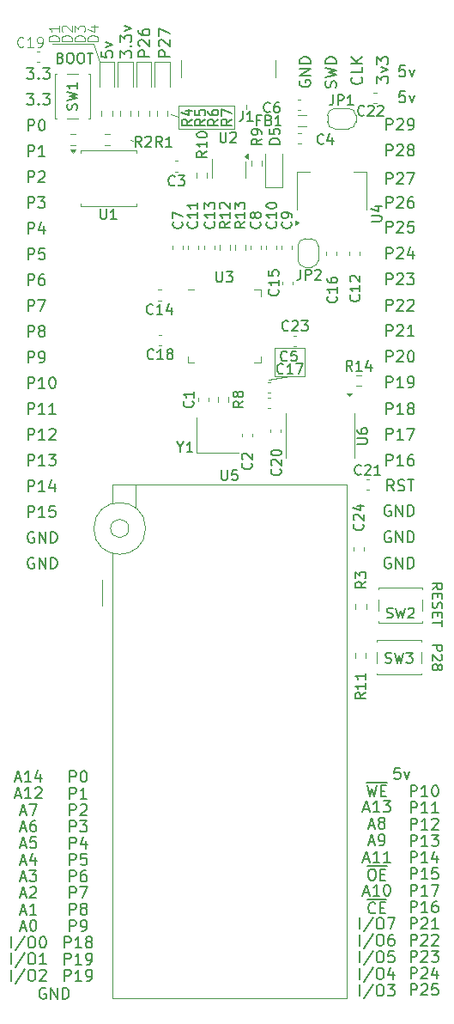
<source format=gbr>
G04 #@! TF.GenerationSoftware,KiCad,Pcbnew,9.0.3-1.fc42*
G04 #@! TF.CreationDate,2025-08-26T20:02:04+03:00*
G04 #@! TF.ProjectId,eeprom-programmer-rounded,65657072-6f6d-42d7-9072-6f6772616d6d,0.1*
G04 #@! TF.SameCoordinates,Original*
G04 #@! TF.FileFunction,Legend,Top*
G04 #@! TF.FilePolarity,Positive*
%FSLAX46Y46*%
G04 Gerber Fmt 4.6, Leading zero omitted, Abs format (unit mm)*
G04 Created by KiCad (PCBNEW 9.0.3-1.fc42) date 2025-08-26 20:02:04*
%MOMM*%
%LPD*%
G01*
G04 APERTURE LIST*
%ADD10C,0.120000*%
%ADD11C,0.137500*%
%ADD12C,0.150000*%
%ADD13C,0.125000*%
G04 APERTURE END LIST*
D10*
X159437500Y-72735000D02*
X162462500Y-72735000D01*
X162462500Y-75535000D01*
X159437500Y-75535000D01*
X159437500Y-72735000D01*
X149950000Y-49960000D02*
X149212500Y-49660000D01*
X149950000Y-48810000D02*
X155475000Y-48810000D01*
X155475000Y-51110000D01*
X149950000Y-51110000D01*
X149950000Y-48810000D01*
X137526185Y-42786931D02*
X141637500Y-42785000D01*
X160950000Y-75535000D02*
X158912500Y-75810000D01*
X142187500Y-44560000D02*
X141637500Y-42785000D01*
X156682500Y-49185000D02*
X156682500Y-48735000D01*
X145512500Y-52310000D02*
X145237500Y-52210000D01*
D11*
X172894864Y-116916412D02*
X172894864Y-115816412D01*
X172894864Y-115816412D02*
X173313912Y-115816412D01*
X173313912Y-115816412D02*
X173418674Y-115868793D01*
X173418674Y-115868793D02*
X173471055Y-115921174D01*
X173471055Y-115921174D02*
X173523436Y-116025936D01*
X173523436Y-116025936D02*
X173523436Y-116183079D01*
X173523436Y-116183079D02*
X173471055Y-116287841D01*
X173471055Y-116287841D02*
X173418674Y-116340222D01*
X173418674Y-116340222D02*
X173313912Y-116392603D01*
X173313912Y-116392603D02*
X172894864Y-116392603D01*
X174571055Y-116916412D02*
X173942483Y-116916412D01*
X174256769Y-116916412D02*
X174256769Y-115816412D01*
X174256769Y-115816412D02*
X174152007Y-115973555D01*
X174152007Y-115973555D02*
X174047245Y-116078317D01*
X174047245Y-116078317D02*
X173942483Y-116130698D01*
X175252007Y-115816412D02*
X175356769Y-115816412D01*
X175356769Y-115816412D02*
X175461531Y-115868793D01*
X175461531Y-115868793D02*
X175513912Y-115921174D01*
X175513912Y-115921174D02*
X175566293Y-116025936D01*
X175566293Y-116025936D02*
X175618674Y-116235460D01*
X175618674Y-116235460D02*
X175618674Y-116497365D01*
X175618674Y-116497365D02*
X175566293Y-116706889D01*
X175566293Y-116706889D02*
X175513912Y-116811651D01*
X175513912Y-116811651D02*
X175461531Y-116864032D01*
X175461531Y-116864032D02*
X175356769Y-116916412D01*
X175356769Y-116916412D02*
X175252007Y-116916412D01*
X175252007Y-116916412D02*
X175147245Y-116864032D01*
X175147245Y-116864032D02*
X175094864Y-116811651D01*
X175094864Y-116811651D02*
X175042483Y-116706889D01*
X175042483Y-116706889D02*
X174990102Y-116497365D01*
X174990102Y-116497365D02*
X174990102Y-116235460D01*
X174990102Y-116235460D02*
X175042483Y-116025936D01*
X175042483Y-116025936D02*
X175094864Y-115921174D01*
X175094864Y-115921174D02*
X175147245Y-115868793D01*
X175147245Y-115868793D02*
X175252007Y-115816412D01*
X172894864Y-136508230D02*
X172894864Y-135408230D01*
X172894864Y-135408230D02*
X173313912Y-135408230D01*
X173313912Y-135408230D02*
X173418674Y-135460611D01*
X173418674Y-135460611D02*
X173471055Y-135512992D01*
X173471055Y-135512992D02*
X173523436Y-135617754D01*
X173523436Y-135617754D02*
X173523436Y-135774897D01*
X173523436Y-135774897D02*
X173471055Y-135879659D01*
X173471055Y-135879659D02*
X173418674Y-135932040D01*
X173418674Y-135932040D02*
X173313912Y-135984421D01*
X173313912Y-135984421D02*
X172894864Y-135984421D01*
X173942483Y-135512992D02*
X173994864Y-135460611D01*
X173994864Y-135460611D02*
X174099626Y-135408230D01*
X174099626Y-135408230D02*
X174361531Y-135408230D01*
X174361531Y-135408230D02*
X174466293Y-135460611D01*
X174466293Y-135460611D02*
X174518674Y-135512992D01*
X174518674Y-135512992D02*
X174571055Y-135617754D01*
X174571055Y-135617754D02*
X174571055Y-135722516D01*
X174571055Y-135722516D02*
X174518674Y-135879659D01*
X174518674Y-135879659D02*
X173890102Y-136508230D01*
X173890102Y-136508230D02*
X174571055Y-136508230D01*
X175566293Y-135408230D02*
X175042483Y-135408230D01*
X175042483Y-135408230D02*
X174990102Y-135932040D01*
X174990102Y-135932040D02*
X175042483Y-135879659D01*
X175042483Y-135879659D02*
X175147245Y-135827278D01*
X175147245Y-135827278D02*
X175409150Y-135827278D01*
X175409150Y-135827278D02*
X175513912Y-135879659D01*
X175513912Y-135879659D02*
X175566293Y-135932040D01*
X175566293Y-135932040D02*
X175618674Y-136036802D01*
X175618674Y-136036802D02*
X175618674Y-136298707D01*
X175618674Y-136298707D02*
X175566293Y-136403469D01*
X175566293Y-136403469D02*
X175513912Y-136455850D01*
X175513912Y-136455850D02*
X175409150Y-136508230D01*
X175409150Y-136508230D02*
X175147245Y-136508230D01*
X175147245Y-136508230D02*
X175042483Y-136455850D01*
X175042483Y-136455850D02*
X174990102Y-136403469D01*
X172894864Y-118549064D02*
X172894864Y-117449064D01*
X172894864Y-117449064D02*
X173313912Y-117449064D01*
X173313912Y-117449064D02*
X173418674Y-117501445D01*
X173418674Y-117501445D02*
X173471055Y-117553826D01*
X173471055Y-117553826D02*
X173523436Y-117658588D01*
X173523436Y-117658588D02*
X173523436Y-117815731D01*
X173523436Y-117815731D02*
X173471055Y-117920493D01*
X173471055Y-117920493D02*
X173418674Y-117972874D01*
X173418674Y-117972874D02*
X173313912Y-118025255D01*
X173313912Y-118025255D02*
X172894864Y-118025255D01*
X174571055Y-118549064D02*
X173942483Y-118549064D01*
X174256769Y-118549064D02*
X174256769Y-117449064D01*
X174256769Y-117449064D02*
X174152007Y-117606207D01*
X174152007Y-117606207D02*
X174047245Y-117710969D01*
X174047245Y-117710969D02*
X173942483Y-117763350D01*
X175618674Y-118549064D02*
X174990102Y-118549064D01*
X175304388Y-118549064D02*
X175304388Y-117449064D01*
X175304388Y-117449064D02*
X175199626Y-117606207D01*
X175199626Y-117606207D02*
X175094864Y-117710969D01*
X175094864Y-117710969D02*
X174990102Y-117763350D01*
D12*
X175022680Y-102006779D02*
X176022680Y-102006779D01*
X176022680Y-102006779D02*
X176022680Y-102387731D01*
X176022680Y-102387731D02*
X175975061Y-102482969D01*
X175975061Y-102482969D02*
X175927442Y-102530588D01*
X175927442Y-102530588D02*
X175832204Y-102578207D01*
X175832204Y-102578207D02*
X175689347Y-102578207D01*
X175689347Y-102578207D02*
X175594109Y-102530588D01*
X175594109Y-102530588D02*
X175546490Y-102482969D01*
X175546490Y-102482969D02*
X175498871Y-102387731D01*
X175498871Y-102387731D02*
X175498871Y-102006779D01*
X175927442Y-102959160D02*
X175975061Y-103006779D01*
X175975061Y-103006779D02*
X176022680Y-103102017D01*
X176022680Y-103102017D02*
X176022680Y-103340112D01*
X176022680Y-103340112D02*
X175975061Y-103435350D01*
X175975061Y-103435350D02*
X175927442Y-103482969D01*
X175927442Y-103482969D02*
X175832204Y-103530588D01*
X175832204Y-103530588D02*
X175736966Y-103530588D01*
X175736966Y-103530588D02*
X175594109Y-103482969D01*
X175594109Y-103482969D02*
X175022680Y-102911541D01*
X175022680Y-102911541D02*
X175022680Y-103530588D01*
X175594109Y-104102017D02*
X175641728Y-104006779D01*
X175641728Y-104006779D02*
X175689347Y-103959160D01*
X175689347Y-103959160D02*
X175784585Y-103911541D01*
X175784585Y-103911541D02*
X175832204Y-103911541D01*
X175832204Y-103911541D02*
X175927442Y-103959160D01*
X175927442Y-103959160D02*
X175975061Y-104006779D01*
X175975061Y-104006779D02*
X176022680Y-104102017D01*
X176022680Y-104102017D02*
X176022680Y-104292493D01*
X176022680Y-104292493D02*
X175975061Y-104387731D01*
X175975061Y-104387731D02*
X175927442Y-104435350D01*
X175927442Y-104435350D02*
X175832204Y-104482969D01*
X175832204Y-104482969D02*
X175784585Y-104482969D01*
X175784585Y-104482969D02*
X175689347Y-104435350D01*
X175689347Y-104435350D02*
X175641728Y-104387731D01*
X175641728Y-104387731D02*
X175594109Y-104292493D01*
X175594109Y-104292493D02*
X175594109Y-104102017D01*
X175594109Y-104102017D02*
X175546490Y-104006779D01*
X175546490Y-104006779D02*
X175498871Y-103959160D01*
X175498871Y-103959160D02*
X175403633Y-103911541D01*
X175403633Y-103911541D02*
X175213157Y-103911541D01*
X175213157Y-103911541D02*
X175117919Y-103959160D01*
X175117919Y-103959160D02*
X175070300Y-104006779D01*
X175070300Y-104006779D02*
X175022680Y-104102017D01*
X175022680Y-104102017D02*
X175022680Y-104292493D01*
X175022680Y-104292493D02*
X175070300Y-104387731D01*
X175070300Y-104387731D02*
X175117919Y-104435350D01*
X175117919Y-104435350D02*
X175213157Y-104482969D01*
X175213157Y-104482969D02*
X175403633Y-104482969D01*
X175403633Y-104482969D02*
X175498871Y-104435350D01*
X175498871Y-104435350D02*
X175546490Y-104387731D01*
X175546490Y-104387731D02*
X175594109Y-104292493D01*
D11*
X135139864Y-84311651D02*
X135139864Y-83211651D01*
X135139864Y-83211651D02*
X135558912Y-83211651D01*
X135558912Y-83211651D02*
X135663674Y-83264032D01*
X135663674Y-83264032D02*
X135716055Y-83316413D01*
X135716055Y-83316413D02*
X135768436Y-83421175D01*
X135768436Y-83421175D02*
X135768436Y-83578318D01*
X135768436Y-83578318D02*
X135716055Y-83683080D01*
X135716055Y-83683080D02*
X135663674Y-83735461D01*
X135663674Y-83735461D02*
X135558912Y-83787842D01*
X135558912Y-83787842D02*
X135139864Y-83787842D01*
X136816055Y-84311651D02*
X136187483Y-84311651D01*
X136501769Y-84311651D02*
X136501769Y-83211651D01*
X136501769Y-83211651D02*
X136397007Y-83368794D01*
X136397007Y-83368794D02*
X136292245Y-83473556D01*
X136292245Y-83473556D02*
X136187483Y-83525937D01*
X137182721Y-83211651D02*
X137863674Y-83211651D01*
X137863674Y-83211651D02*
X137497007Y-83630699D01*
X137497007Y-83630699D02*
X137654150Y-83630699D01*
X137654150Y-83630699D02*
X137758912Y-83683080D01*
X137758912Y-83683080D02*
X137811293Y-83735461D01*
X137811293Y-83735461D02*
X137863674Y-83840223D01*
X137863674Y-83840223D02*
X137863674Y-84102128D01*
X137863674Y-84102128D02*
X137811293Y-84206890D01*
X137811293Y-84206890D02*
X137758912Y-84259271D01*
X137758912Y-84259271D02*
X137654150Y-84311651D01*
X137654150Y-84311651D02*
X137339864Y-84311651D01*
X137339864Y-84311651D02*
X137235102Y-84259271D01*
X137235102Y-84259271D02*
X137182721Y-84206890D01*
X168251531Y-123088706D02*
X168775341Y-123088706D01*
X168146769Y-123402991D02*
X168513436Y-122302991D01*
X168513436Y-122302991D02*
X168880103Y-123402991D01*
X169822960Y-123402991D02*
X169194388Y-123402991D01*
X169508674Y-123402991D02*
X169508674Y-122302991D01*
X169508674Y-122302991D02*
X169403912Y-122460134D01*
X169403912Y-122460134D02*
X169299150Y-122564896D01*
X169299150Y-122564896D02*
X169194388Y-122617277D01*
X170870579Y-123402991D02*
X170242007Y-123402991D01*
X170556293Y-123402991D02*
X170556293Y-122302991D01*
X170556293Y-122302991D02*
X170451531Y-122460134D01*
X170451531Y-122460134D02*
X170346769Y-122564896D01*
X170346769Y-122564896D02*
X170242007Y-122617277D01*
X135139864Y-56377441D02*
X135139864Y-55277441D01*
X135139864Y-55277441D02*
X135558912Y-55277441D01*
X135558912Y-55277441D02*
X135663674Y-55329822D01*
X135663674Y-55329822D02*
X135716055Y-55382203D01*
X135716055Y-55382203D02*
X135768436Y-55486965D01*
X135768436Y-55486965D02*
X135768436Y-55644108D01*
X135768436Y-55644108D02*
X135716055Y-55748870D01*
X135716055Y-55748870D02*
X135663674Y-55801251D01*
X135663674Y-55801251D02*
X135558912Y-55853632D01*
X135558912Y-55853632D02*
X135139864Y-55853632D01*
X136187483Y-55382203D02*
X136239864Y-55329822D01*
X136239864Y-55329822D02*
X136344626Y-55277441D01*
X136344626Y-55277441D02*
X136606531Y-55277441D01*
X136606531Y-55277441D02*
X136711293Y-55329822D01*
X136711293Y-55329822D02*
X136763674Y-55382203D01*
X136763674Y-55382203D02*
X136816055Y-55486965D01*
X136816055Y-55486965D02*
X136816055Y-55591727D01*
X136816055Y-55591727D02*
X136763674Y-55748870D01*
X136763674Y-55748870D02*
X136135102Y-56377441D01*
X136135102Y-56377441D02*
X136816055Y-56377441D01*
X172894864Y-125079670D02*
X172894864Y-123979670D01*
X172894864Y-123979670D02*
X173313912Y-123979670D01*
X173313912Y-123979670D02*
X173418674Y-124032051D01*
X173418674Y-124032051D02*
X173471055Y-124084432D01*
X173471055Y-124084432D02*
X173523436Y-124189194D01*
X173523436Y-124189194D02*
X173523436Y-124346337D01*
X173523436Y-124346337D02*
X173471055Y-124451099D01*
X173471055Y-124451099D02*
X173418674Y-124503480D01*
X173418674Y-124503480D02*
X173313912Y-124555861D01*
X173313912Y-124555861D02*
X172894864Y-124555861D01*
X174571055Y-125079670D02*
X173942483Y-125079670D01*
X174256769Y-125079670D02*
X174256769Y-123979670D01*
X174256769Y-123979670D02*
X174152007Y-124136813D01*
X174152007Y-124136813D02*
X174047245Y-124241575D01*
X174047245Y-124241575D02*
X173942483Y-124293956D01*
X175566293Y-123979670D02*
X175042483Y-123979670D01*
X175042483Y-123979670D02*
X174990102Y-124503480D01*
X174990102Y-124503480D02*
X175042483Y-124451099D01*
X175042483Y-124451099D02*
X175147245Y-124398718D01*
X175147245Y-124398718D02*
X175409150Y-124398718D01*
X175409150Y-124398718D02*
X175513912Y-124451099D01*
X175513912Y-124451099D02*
X175566293Y-124503480D01*
X175566293Y-124503480D02*
X175618674Y-124608242D01*
X175618674Y-124608242D02*
X175618674Y-124870147D01*
X175618674Y-124870147D02*
X175566293Y-124974909D01*
X175566293Y-124974909D02*
X175513912Y-125027290D01*
X175513912Y-125027290D02*
X175409150Y-125079670D01*
X175409150Y-125079670D02*
X175147245Y-125079670D01*
X175147245Y-125079670D02*
X175042483Y-125027290D01*
X175042483Y-125027290D02*
X174990102Y-124974909D01*
X170494864Y-81743230D02*
X170494864Y-80643230D01*
X170494864Y-80643230D02*
X170913912Y-80643230D01*
X170913912Y-80643230D02*
X171018674Y-80695611D01*
X171018674Y-80695611D02*
X171071055Y-80747992D01*
X171071055Y-80747992D02*
X171123436Y-80852754D01*
X171123436Y-80852754D02*
X171123436Y-81009897D01*
X171123436Y-81009897D02*
X171071055Y-81114659D01*
X171071055Y-81114659D02*
X171018674Y-81167040D01*
X171018674Y-81167040D02*
X170913912Y-81219421D01*
X170913912Y-81219421D02*
X170494864Y-81219421D01*
X172171055Y-81743230D02*
X171542483Y-81743230D01*
X171856769Y-81743230D02*
X171856769Y-80643230D01*
X171856769Y-80643230D02*
X171752007Y-80800373D01*
X171752007Y-80800373D02*
X171647245Y-80905135D01*
X171647245Y-80905135D02*
X171542483Y-80957516D01*
X172537721Y-80643230D02*
X173271055Y-80643230D01*
X173271055Y-80643230D02*
X172799626Y-81743230D01*
X170913912Y-90845611D02*
X170809150Y-90793230D01*
X170809150Y-90793230D02*
X170652007Y-90793230D01*
X170652007Y-90793230D02*
X170494864Y-90845611D01*
X170494864Y-90845611D02*
X170390102Y-90950373D01*
X170390102Y-90950373D02*
X170337721Y-91055135D01*
X170337721Y-91055135D02*
X170285340Y-91264659D01*
X170285340Y-91264659D02*
X170285340Y-91421802D01*
X170285340Y-91421802D02*
X170337721Y-91631326D01*
X170337721Y-91631326D02*
X170390102Y-91736088D01*
X170390102Y-91736088D02*
X170494864Y-91840850D01*
X170494864Y-91840850D02*
X170652007Y-91893230D01*
X170652007Y-91893230D02*
X170756769Y-91893230D01*
X170756769Y-91893230D02*
X170913912Y-91840850D01*
X170913912Y-91840850D02*
X170966293Y-91788469D01*
X170966293Y-91788469D02*
X170966293Y-91421802D01*
X170966293Y-91421802D02*
X170756769Y-91421802D01*
X171437721Y-91893230D02*
X171437721Y-90793230D01*
X171437721Y-90793230D02*
X172066293Y-91893230D01*
X172066293Y-91893230D02*
X172066293Y-90793230D01*
X172590102Y-91893230D02*
X172590102Y-90793230D01*
X172590102Y-90793230D02*
X172852007Y-90793230D01*
X172852007Y-90793230D02*
X173009150Y-90845611D01*
X173009150Y-90845611D02*
X173113912Y-90950373D01*
X173113912Y-90950373D02*
X173166293Y-91055135D01*
X173166293Y-91055135D02*
X173218674Y-91264659D01*
X173218674Y-91264659D02*
X173218674Y-91421802D01*
X173218674Y-91421802D02*
X173166293Y-91631326D01*
X173166293Y-91631326D02*
X173113912Y-91736088D01*
X173113912Y-91736088D02*
X173009150Y-91840850D01*
X173009150Y-91840850D02*
X172852007Y-91893230D01*
X172852007Y-91893230D02*
X172590102Y-91893230D01*
X138741054Y-135106184D02*
X138741054Y-134006184D01*
X138741054Y-134006184D02*
X139160102Y-134006184D01*
X139160102Y-134006184D02*
X139264864Y-134058565D01*
X139264864Y-134058565D02*
X139317245Y-134110946D01*
X139317245Y-134110946D02*
X139369626Y-134215708D01*
X139369626Y-134215708D02*
X139369626Y-134372851D01*
X139369626Y-134372851D02*
X139317245Y-134477613D01*
X139317245Y-134477613D02*
X139264864Y-134529994D01*
X139264864Y-134529994D02*
X139160102Y-134582375D01*
X139160102Y-134582375D02*
X138741054Y-134582375D01*
X140417245Y-135106184D02*
X139788673Y-135106184D01*
X140102959Y-135106184D02*
X140102959Y-134006184D01*
X140102959Y-134006184D02*
X139998197Y-134163327D01*
X139998197Y-134163327D02*
X139893435Y-134268089D01*
X139893435Y-134268089D02*
X139788673Y-134320470D01*
X140941054Y-135106184D02*
X141150578Y-135106184D01*
X141150578Y-135106184D02*
X141255340Y-135053804D01*
X141255340Y-135053804D02*
X141307721Y-135001423D01*
X141307721Y-135001423D02*
X141412483Y-134844280D01*
X141412483Y-134844280D02*
X141464864Y-134634756D01*
X141464864Y-134634756D02*
X141464864Y-134215708D01*
X141464864Y-134215708D02*
X141412483Y-134110946D01*
X141412483Y-134110946D02*
X141360102Y-134058565D01*
X141360102Y-134058565D02*
X141255340Y-134006184D01*
X141255340Y-134006184D02*
X141045816Y-134006184D01*
X141045816Y-134006184D02*
X140941054Y-134058565D01*
X140941054Y-134058565D02*
X140888673Y-134110946D01*
X140888673Y-134110946D02*
X140836292Y-134215708D01*
X140836292Y-134215708D02*
X140836292Y-134477613D01*
X140836292Y-134477613D02*
X140888673Y-134582375D01*
X140888673Y-134582375D02*
X140941054Y-134634756D01*
X140941054Y-134634756D02*
X141045816Y-134687137D01*
X141045816Y-134687137D02*
X141255340Y-134687137D01*
X141255340Y-134687137D02*
X141360102Y-134634756D01*
X141360102Y-134634756D02*
X141412483Y-134582375D01*
X141412483Y-134582375D02*
X141464864Y-134477613D01*
X135139864Y-58916914D02*
X135139864Y-57816914D01*
X135139864Y-57816914D02*
X135558912Y-57816914D01*
X135558912Y-57816914D02*
X135663674Y-57869295D01*
X135663674Y-57869295D02*
X135716055Y-57921676D01*
X135716055Y-57921676D02*
X135768436Y-58026438D01*
X135768436Y-58026438D02*
X135768436Y-58183581D01*
X135768436Y-58183581D02*
X135716055Y-58288343D01*
X135716055Y-58288343D02*
X135663674Y-58340724D01*
X135663674Y-58340724D02*
X135558912Y-58393105D01*
X135558912Y-58393105D02*
X135139864Y-58393105D01*
X136135102Y-57816914D02*
X136816055Y-57816914D01*
X136816055Y-57816914D02*
X136449388Y-58235962D01*
X136449388Y-58235962D02*
X136606531Y-58235962D01*
X136606531Y-58235962D02*
X136711293Y-58288343D01*
X136711293Y-58288343D02*
X136763674Y-58340724D01*
X136763674Y-58340724D02*
X136816055Y-58445486D01*
X136816055Y-58445486D02*
X136816055Y-58707391D01*
X136816055Y-58707391D02*
X136763674Y-58812153D01*
X136763674Y-58812153D02*
X136711293Y-58864534D01*
X136711293Y-58864534D02*
X136606531Y-58916914D01*
X136606531Y-58916914D02*
X136292245Y-58916914D01*
X136292245Y-58916914D02*
X136187483Y-58864534D01*
X136187483Y-58864534D02*
X136135102Y-58812153D01*
X134405340Y-120065536D02*
X134929150Y-120065536D01*
X134300578Y-120379821D02*
X134667245Y-119279821D01*
X134667245Y-119279821D02*
X135033912Y-120379821D01*
X135872007Y-119279821D02*
X135662483Y-119279821D01*
X135662483Y-119279821D02*
X135557721Y-119332202D01*
X135557721Y-119332202D02*
X135505340Y-119384583D01*
X135505340Y-119384583D02*
X135400578Y-119541726D01*
X135400578Y-119541726D02*
X135348197Y-119751250D01*
X135348197Y-119751250D02*
X135348197Y-120170298D01*
X135348197Y-120170298D02*
X135400578Y-120275060D01*
X135400578Y-120275060D02*
X135452959Y-120327441D01*
X135452959Y-120327441D02*
X135557721Y-120379821D01*
X135557721Y-120379821D02*
X135767245Y-120379821D01*
X135767245Y-120379821D02*
X135872007Y-120327441D01*
X135872007Y-120327441D02*
X135924388Y-120275060D01*
X135924388Y-120275060D02*
X135976769Y-120170298D01*
X135976769Y-120170298D02*
X135976769Y-119908393D01*
X135976769Y-119908393D02*
X135924388Y-119803631D01*
X135924388Y-119803631D02*
X135872007Y-119751250D01*
X135872007Y-119751250D02*
X135767245Y-119698869D01*
X135767245Y-119698869D02*
X135557721Y-119698869D01*
X135557721Y-119698869D02*
X135452959Y-119751250D01*
X135452959Y-119751250D02*
X135400578Y-119803631D01*
X135400578Y-119803631D02*
X135348197Y-119908393D01*
X134405340Y-126606142D02*
X134929150Y-126606142D01*
X134300578Y-126920427D02*
X134667245Y-125820427D01*
X134667245Y-125820427D02*
X135033912Y-126920427D01*
X135348197Y-125925189D02*
X135400578Y-125872808D01*
X135400578Y-125872808D02*
X135505340Y-125820427D01*
X135505340Y-125820427D02*
X135767245Y-125820427D01*
X135767245Y-125820427D02*
X135872007Y-125872808D01*
X135872007Y-125872808D02*
X135924388Y-125925189D01*
X135924388Y-125925189D02*
X135976769Y-126029951D01*
X135976769Y-126029951D02*
X135976769Y-126134713D01*
X135976769Y-126134713D02*
X135924388Y-126291856D01*
X135924388Y-126291856D02*
X135295816Y-126920427D01*
X135295816Y-126920427D02*
X135976769Y-126920427D01*
X133514864Y-133461033D02*
X133514864Y-132361033D01*
X134824389Y-132308653D02*
X133881531Y-133722938D01*
X135400579Y-132361033D02*
X135610103Y-132361033D01*
X135610103Y-132361033D02*
X135714865Y-132413414D01*
X135714865Y-132413414D02*
X135819627Y-132518176D01*
X135819627Y-132518176D02*
X135872008Y-132727700D01*
X135872008Y-132727700D02*
X135872008Y-133094367D01*
X135872008Y-133094367D02*
X135819627Y-133303891D01*
X135819627Y-133303891D02*
X135714865Y-133408653D01*
X135714865Y-133408653D02*
X135610103Y-133461033D01*
X135610103Y-133461033D02*
X135400579Y-133461033D01*
X135400579Y-133461033D02*
X135295817Y-133408653D01*
X135295817Y-133408653D02*
X135191055Y-133303891D01*
X135191055Y-133303891D02*
X135138674Y-133094367D01*
X135138674Y-133094367D02*
X135138674Y-132727700D01*
X135138674Y-132727700D02*
X135191055Y-132518176D01*
X135191055Y-132518176D02*
X135295817Y-132413414D01*
X135295817Y-132413414D02*
X135400579Y-132361033D01*
X136919627Y-133461033D02*
X136291055Y-133461033D01*
X136605341Y-133461033D02*
X136605341Y-132361033D01*
X136605341Y-132361033D02*
X136500579Y-132518176D01*
X136500579Y-132518176D02*
X136395817Y-132622938D01*
X136395817Y-132622938D02*
X136291055Y-132675319D01*
X135139864Y-53837967D02*
X135139864Y-52737967D01*
X135139864Y-52737967D02*
X135558912Y-52737967D01*
X135558912Y-52737967D02*
X135663674Y-52790348D01*
X135663674Y-52790348D02*
X135716055Y-52842729D01*
X135716055Y-52842729D02*
X135768436Y-52947491D01*
X135768436Y-52947491D02*
X135768436Y-53104634D01*
X135768436Y-53104634D02*
X135716055Y-53209396D01*
X135716055Y-53209396D02*
X135663674Y-53261777D01*
X135663674Y-53261777D02*
X135558912Y-53314158D01*
X135558912Y-53314158D02*
X135139864Y-53314158D01*
X136816055Y-53837967D02*
X136187483Y-53837967D01*
X136501769Y-53837967D02*
X136501769Y-52737967D01*
X136501769Y-52737967D02*
X136397007Y-52895110D01*
X136397007Y-52895110D02*
X136292245Y-52999872D01*
X136292245Y-52999872D02*
X136187483Y-53052253D01*
X167884864Y-134922575D02*
X167884864Y-133822575D01*
X169194389Y-133770195D02*
X168251531Y-135184480D01*
X169770579Y-133822575D02*
X169980103Y-133822575D01*
X169980103Y-133822575D02*
X170084865Y-133874956D01*
X170084865Y-133874956D02*
X170189627Y-133979718D01*
X170189627Y-133979718D02*
X170242008Y-134189242D01*
X170242008Y-134189242D02*
X170242008Y-134555909D01*
X170242008Y-134555909D02*
X170189627Y-134765433D01*
X170189627Y-134765433D02*
X170084865Y-134870195D01*
X170084865Y-134870195D02*
X169980103Y-134922575D01*
X169980103Y-134922575D02*
X169770579Y-134922575D01*
X169770579Y-134922575D02*
X169665817Y-134870195D01*
X169665817Y-134870195D02*
X169561055Y-134765433D01*
X169561055Y-134765433D02*
X169508674Y-134555909D01*
X169508674Y-134555909D02*
X169508674Y-134189242D01*
X169508674Y-134189242D02*
X169561055Y-133979718D01*
X169561055Y-133979718D02*
X169665817Y-133874956D01*
X169665817Y-133874956D02*
X169770579Y-133822575D01*
X171184865Y-134189242D02*
X171184865Y-134922575D01*
X170922960Y-133770195D02*
X170661055Y-134555909D01*
X170661055Y-134555909D02*
X171342008Y-134555909D01*
X144270730Y-44112397D02*
X144270730Y-43431444D01*
X144270730Y-43431444D02*
X144689778Y-43798111D01*
X144689778Y-43798111D02*
X144689778Y-43640968D01*
X144689778Y-43640968D02*
X144742159Y-43536206D01*
X144742159Y-43536206D02*
X144794540Y-43483825D01*
X144794540Y-43483825D02*
X144899302Y-43431444D01*
X144899302Y-43431444D02*
X145161207Y-43431444D01*
X145161207Y-43431444D02*
X145265969Y-43483825D01*
X145265969Y-43483825D02*
X145318350Y-43536206D01*
X145318350Y-43536206D02*
X145370730Y-43640968D01*
X145370730Y-43640968D02*
X145370730Y-43955254D01*
X145370730Y-43955254D02*
X145318350Y-44060016D01*
X145318350Y-44060016D02*
X145265969Y-44112397D01*
X145265969Y-42960016D02*
X145318350Y-42907635D01*
X145318350Y-42907635D02*
X145370730Y-42960016D01*
X145370730Y-42960016D02*
X145318350Y-43012397D01*
X145318350Y-43012397D02*
X145265969Y-42960016D01*
X145265969Y-42960016D02*
X145370730Y-42960016D01*
X144270730Y-42540968D02*
X144270730Y-41860015D01*
X144270730Y-41860015D02*
X144689778Y-42226682D01*
X144689778Y-42226682D02*
X144689778Y-42069539D01*
X144689778Y-42069539D02*
X144742159Y-41964777D01*
X144742159Y-41964777D02*
X144794540Y-41912396D01*
X144794540Y-41912396D02*
X144899302Y-41860015D01*
X144899302Y-41860015D02*
X145161207Y-41860015D01*
X145161207Y-41860015D02*
X145265969Y-41912396D01*
X145265969Y-41912396D02*
X145318350Y-41964777D01*
X145318350Y-41964777D02*
X145370730Y-42069539D01*
X145370730Y-42069539D02*
X145370730Y-42383825D01*
X145370730Y-42383825D02*
X145318350Y-42488587D01*
X145318350Y-42488587D02*
X145265969Y-42540968D01*
X144637397Y-41493349D02*
X145370730Y-41231444D01*
X145370730Y-41231444D02*
X144637397Y-40969539D01*
X169403912Y-128361235D02*
X169351531Y-128413616D01*
X169351531Y-128413616D02*
X169194388Y-128465996D01*
X169194388Y-128465996D02*
X169089626Y-128465996D01*
X169089626Y-128465996D02*
X168932483Y-128413616D01*
X168932483Y-128413616D02*
X168827721Y-128308854D01*
X168827721Y-128308854D02*
X168775340Y-128204092D01*
X168775340Y-128204092D02*
X168722959Y-127994568D01*
X168722959Y-127994568D02*
X168722959Y-127837425D01*
X168722959Y-127837425D02*
X168775340Y-127627901D01*
X168775340Y-127627901D02*
X168827721Y-127523139D01*
X168827721Y-127523139D02*
X168932483Y-127418377D01*
X168932483Y-127418377D02*
X169089626Y-127365996D01*
X169089626Y-127365996D02*
X169194388Y-127365996D01*
X169194388Y-127365996D02*
X169351531Y-127418377D01*
X169351531Y-127418377D02*
X169403912Y-127470758D01*
X169875340Y-127889806D02*
X170242007Y-127889806D01*
X170399150Y-128465996D02*
X169875340Y-128465996D01*
X169875340Y-128465996D02*
X169875340Y-127365996D01*
X169875340Y-127365996D02*
X170399150Y-127365996D01*
X168623436Y-127060616D02*
X170498674Y-127060616D01*
X134405340Y-118430384D02*
X134929150Y-118430384D01*
X134300578Y-118744669D02*
X134667245Y-117644669D01*
X134667245Y-117644669D02*
X135033912Y-118744669D01*
X135295816Y-117644669D02*
X136029150Y-117644669D01*
X136029150Y-117644669D02*
X135557721Y-118744669D01*
X167884864Y-131631265D02*
X167884864Y-130531265D01*
X169194389Y-130478885D02*
X168251531Y-131893170D01*
X169770579Y-130531265D02*
X169980103Y-130531265D01*
X169980103Y-130531265D02*
X170084865Y-130583646D01*
X170084865Y-130583646D02*
X170189627Y-130688408D01*
X170189627Y-130688408D02*
X170242008Y-130897932D01*
X170242008Y-130897932D02*
X170242008Y-131264599D01*
X170242008Y-131264599D02*
X170189627Y-131474123D01*
X170189627Y-131474123D02*
X170084865Y-131578885D01*
X170084865Y-131578885D02*
X169980103Y-131631265D01*
X169980103Y-131631265D02*
X169770579Y-131631265D01*
X169770579Y-131631265D02*
X169665817Y-131578885D01*
X169665817Y-131578885D02*
X169561055Y-131474123D01*
X169561055Y-131474123D02*
X169508674Y-131264599D01*
X169508674Y-131264599D02*
X169508674Y-130897932D01*
X169508674Y-130897932D02*
X169561055Y-130688408D01*
X169561055Y-130688408D02*
X169665817Y-130583646D01*
X169665817Y-130583646D02*
X169770579Y-130531265D01*
X171184865Y-130531265D02*
X170975341Y-130531265D01*
X170975341Y-130531265D02*
X170870579Y-130583646D01*
X170870579Y-130583646D02*
X170818198Y-130636027D01*
X170818198Y-130636027D02*
X170713436Y-130793170D01*
X170713436Y-130793170D02*
X170661055Y-131002694D01*
X170661055Y-131002694D02*
X170661055Y-131421742D01*
X170661055Y-131421742D02*
X170713436Y-131526504D01*
X170713436Y-131526504D02*
X170765817Y-131578885D01*
X170765817Y-131578885D02*
X170870579Y-131631265D01*
X170870579Y-131631265D02*
X171080103Y-131631265D01*
X171080103Y-131631265D02*
X171184865Y-131578885D01*
X171184865Y-131578885D02*
X171237246Y-131526504D01*
X171237246Y-131526504D02*
X171289627Y-131421742D01*
X171289627Y-131421742D02*
X171289627Y-131159837D01*
X171289627Y-131159837D02*
X171237246Y-131055075D01*
X171237246Y-131055075D02*
X171184865Y-131002694D01*
X171184865Y-131002694D02*
X171080103Y-130950313D01*
X171080103Y-130950313D02*
X170870579Y-130950313D01*
X170870579Y-130950313D02*
X170765817Y-131002694D01*
X170765817Y-131002694D02*
X170713436Y-131055075D01*
X170713436Y-131055075D02*
X170661055Y-131159837D01*
X149120730Y-44007635D02*
X148020730Y-44007635D01*
X148020730Y-44007635D02*
X148020730Y-43588587D01*
X148020730Y-43588587D02*
X148073111Y-43483825D01*
X148073111Y-43483825D02*
X148125492Y-43431444D01*
X148125492Y-43431444D02*
X148230254Y-43379063D01*
X148230254Y-43379063D02*
X148387397Y-43379063D01*
X148387397Y-43379063D02*
X148492159Y-43431444D01*
X148492159Y-43431444D02*
X148544540Y-43483825D01*
X148544540Y-43483825D02*
X148596921Y-43588587D01*
X148596921Y-43588587D02*
X148596921Y-44007635D01*
X148125492Y-42960016D02*
X148073111Y-42907635D01*
X148073111Y-42907635D02*
X148020730Y-42802873D01*
X148020730Y-42802873D02*
X148020730Y-42540968D01*
X148020730Y-42540968D02*
X148073111Y-42436206D01*
X148073111Y-42436206D02*
X148125492Y-42383825D01*
X148125492Y-42383825D02*
X148230254Y-42331444D01*
X148230254Y-42331444D02*
X148335016Y-42331444D01*
X148335016Y-42331444D02*
X148492159Y-42383825D01*
X148492159Y-42383825D02*
X149120730Y-43012397D01*
X149120730Y-43012397D02*
X149120730Y-42331444D01*
X148020730Y-41964778D02*
X148020730Y-41231444D01*
X148020730Y-41231444D02*
X149120730Y-41702873D01*
X134405340Y-124970990D02*
X134929150Y-124970990D01*
X134300578Y-125285275D02*
X134667245Y-124185275D01*
X134667245Y-124185275D02*
X135033912Y-125285275D01*
X135295816Y-124185275D02*
X135976769Y-124185275D01*
X135976769Y-124185275D02*
X135610102Y-124604323D01*
X135610102Y-124604323D02*
X135767245Y-124604323D01*
X135767245Y-124604323D02*
X135872007Y-124656704D01*
X135872007Y-124656704D02*
X135924388Y-124709085D01*
X135924388Y-124709085D02*
X135976769Y-124813847D01*
X135976769Y-124813847D02*
X135976769Y-125075752D01*
X135976769Y-125075752D02*
X135924388Y-125180514D01*
X135924388Y-125180514D02*
X135872007Y-125232895D01*
X135872007Y-125232895D02*
X135767245Y-125285275D01*
X135767245Y-125285275D02*
X135452959Y-125285275D01*
X135452959Y-125285275D02*
X135348197Y-125232895D01*
X135348197Y-125232895D02*
X135295816Y-125180514D01*
X135716055Y-93421927D02*
X135611293Y-93369546D01*
X135611293Y-93369546D02*
X135454150Y-93369546D01*
X135454150Y-93369546D02*
X135297007Y-93421927D01*
X135297007Y-93421927D02*
X135192245Y-93526689D01*
X135192245Y-93526689D02*
X135139864Y-93631451D01*
X135139864Y-93631451D02*
X135087483Y-93840975D01*
X135087483Y-93840975D02*
X135087483Y-93998118D01*
X135087483Y-93998118D02*
X135139864Y-94207642D01*
X135139864Y-94207642D02*
X135192245Y-94312404D01*
X135192245Y-94312404D02*
X135297007Y-94417166D01*
X135297007Y-94417166D02*
X135454150Y-94469546D01*
X135454150Y-94469546D02*
X135558912Y-94469546D01*
X135558912Y-94469546D02*
X135716055Y-94417166D01*
X135716055Y-94417166D02*
X135768436Y-94364785D01*
X135768436Y-94364785D02*
X135768436Y-93998118D01*
X135768436Y-93998118D02*
X135558912Y-93998118D01*
X136239864Y-94469546D02*
X136239864Y-93369546D01*
X136239864Y-93369546D02*
X136868436Y-94469546D01*
X136868436Y-94469546D02*
X136868436Y-93369546D01*
X137392245Y-94469546D02*
X137392245Y-93369546D01*
X137392245Y-93369546D02*
X137654150Y-93369546D01*
X137654150Y-93369546D02*
X137811293Y-93421927D01*
X137811293Y-93421927D02*
X137916055Y-93526689D01*
X137916055Y-93526689D02*
X137968436Y-93631451D01*
X137968436Y-93631451D02*
X138020817Y-93840975D01*
X138020817Y-93840975D02*
X138020817Y-93998118D01*
X138020817Y-93998118D02*
X137968436Y-94207642D01*
X137968436Y-94207642D02*
X137916055Y-94312404D01*
X137916055Y-94312404D02*
X137811293Y-94417166D01*
X137811293Y-94417166D02*
X137654150Y-94469546D01*
X137654150Y-94469546D02*
X137392245Y-94469546D01*
X168017636Y-46046206D02*
X168070017Y-46098587D01*
X168070017Y-46098587D02*
X168122397Y-46255730D01*
X168122397Y-46255730D02*
X168122397Y-46360492D01*
X168122397Y-46360492D02*
X168070017Y-46517635D01*
X168070017Y-46517635D02*
X167965255Y-46622397D01*
X167965255Y-46622397D02*
X167860493Y-46674778D01*
X167860493Y-46674778D02*
X167650969Y-46727159D01*
X167650969Y-46727159D02*
X167493826Y-46727159D01*
X167493826Y-46727159D02*
X167284302Y-46674778D01*
X167284302Y-46674778D02*
X167179540Y-46622397D01*
X167179540Y-46622397D02*
X167074778Y-46517635D01*
X167074778Y-46517635D02*
X167022397Y-46360492D01*
X167022397Y-46360492D02*
X167022397Y-46255730D01*
X167022397Y-46255730D02*
X167074778Y-46098587D01*
X167074778Y-46098587D02*
X167127159Y-46046206D01*
X168122397Y-45050968D02*
X168122397Y-45574778D01*
X168122397Y-45574778D02*
X167022397Y-45574778D01*
X168122397Y-44684302D02*
X167022397Y-44684302D01*
X168122397Y-44055730D02*
X167493826Y-44527159D01*
X167022397Y-44055730D02*
X167650969Y-44684302D01*
X169580730Y-46622397D02*
X169580730Y-45941444D01*
X169580730Y-45941444D02*
X169999778Y-46308111D01*
X169999778Y-46308111D02*
X169999778Y-46150968D01*
X169999778Y-46150968D02*
X170052159Y-46046206D01*
X170052159Y-46046206D02*
X170104540Y-45993825D01*
X170104540Y-45993825D02*
X170209302Y-45941444D01*
X170209302Y-45941444D02*
X170471207Y-45941444D01*
X170471207Y-45941444D02*
X170575969Y-45993825D01*
X170575969Y-45993825D02*
X170628350Y-46046206D01*
X170628350Y-46046206D02*
X170680730Y-46150968D01*
X170680730Y-46150968D02*
X170680730Y-46465254D01*
X170680730Y-46465254D02*
X170628350Y-46570016D01*
X170628350Y-46570016D02*
X170575969Y-46622397D01*
X169947397Y-45574778D02*
X170680730Y-45312873D01*
X170680730Y-45312873D02*
X169947397Y-45050968D01*
X169580730Y-44736683D02*
X169580730Y-44055730D01*
X169580730Y-44055730D02*
X169999778Y-44422397D01*
X169999778Y-44422397D02*
X169999778Y-44265254D01*
X169999778Y-44265254D02*
X170052159Y-44160492D01*
X170052159Y-44160492D02*
X170104540Y-44108111D01*
X170104540Y-44108111D02*
X170209302Y-44055730D01*
X170209302Y-44055730D02*
X170471207Y-44055730D01*
X170471207Y-44055730D02*
X170575969Y-44108111D01*
X170575969Y-44108111D02*
X170628350Y-44160492D01*
X170628350Y-44160492D02*
X170680730Y-44265254D01*
X170680730Y-44265254D02*
X170680730Y-44579540D01*
X170680730Y-44579540D02*
X170628350Y-44684302D01*
X170628350Y-44684302D02*
X170575969Y-44736683D01*
X135139864Y-81772178D02*
X135139864Y-80672178D01*
X135139864Y-80672178D02*
X135558912Y-80672178D01*
X135558912Y-80672178D02*
X135663674Y-80724559D01*
X135663674Y-80724559D02*
X135716055Y-80776940D01*
X135716055Y-80776940D02*
X135768436Y-80881702D01*
X135768436Y-80881702D02*
X135768436Y-81038845D01*
X135768436Y-81038845D02*
X135716055Y-81143607D01*
X135716055Y-81143607D02*
X135663674Y-81195988D01*
X135663674Y-81195988D02*
X135558912Y-81248369D01*
X135558912Y-81248369D02*
X135139864Y-81248369D01*
X136816055Y-81772178D02*
X136187483Y-81772178D01*
X136501769Y-81772178D02*
X136501769Y-80672178D01*
X136501769Y-80672178D02*
X136397007Y-80829321D01*
X136397007Y-80829321D02*
X136292245Y-80934083D01*
X136292245Y-80934083D02*
X136187483Y-80986464D01*
X137235102Y-80776940D02*
X137287483Y-80724559D01*
X137287483Y-80724559D02*
X137392245Y-80672178D01*
X137392245Y-80672178D02*
X137654150Y-80672178D01*
X137654150Y-80672178D02*
X137758912Y-80724559D01*
X137758912Y-80724559D02*
X137811293Y-80776940D01*
X137811293Y-80776940D02*
X137863674Y-80881702D01*
X137863674Y-80881702D02*
X137863674Y-80986464D01*
X137863674Y-80986464D02*
X137811293Y-81143607D01*
X137811293Y-81143607D02*
X137182721Y-81772178D01*
X137182721Y-81772178D02*
X137863674Y-81772178D01*
X172894864Y-121814367D02*
X172894864Y-120714367D01*
X172894864Y-120714367D02*
X173313912Y-120714367D01*
X173313912Y-120714367D02*
X173418674Y-120766748D01*
X173418674Y-120766748D02*
X173471055Y-120819129D01*
X173471055Y-120819129D02*
X173523436Y-120923891D01*
X173523436Y-120923891D02*
X173523436Y-121081034D01*
X173523436Y-121081034D02*
X173471055Y-121185796D01*
X173471055Y-121185796D02*
X173418674Y-121238177D01*
X173418674Y-121238177D02*
X173313912Y-121290558D01*
X173313912Y-121290558D02*
X172894864Y-121290558D01*
X174571055Y-121814367D02*
X173942483Y-121814367D01*
X174256769Y-121814367D02*
X174256769Y-120714367D01*
X174256769Y-120714367D02*
X174152007Y-120871510D01*
X174152007Y-120871510D02*
X174047245Y-120976272D01*
X174047245Y-120976272D02*
X173942483Y-121028653D01*
X174937721Y-120714367D02*
X175618674Y-120714367D01*
X175618674Y-120714367D02*
X175252007Y-121133415D01*
X175252007Y-121133415D02*
X175409150Y-121133415D01*
X175409150Y-121133415D02*
X175513912Y-121185796D01*
X175513912Y-121185796D02*
X175566293Y-121238177D01*
X175566293Y-121238177D02*
X175618674Y-121342939D01*
X175618674Y-121342939D02*
X175618674Y-121604844D01*
X175618674Y-121604844D02*
X175566293Y-121709606D01*
X175566293Y-121709606D02*
X175513912Y-121761987D01*
X175513912Y-121761987D02*
X175409150Y-121814367D01*
X175409150Y-121814367D02*
X175094864Y-121814367D01*
X175094864Y-121814367D02*
X174990102Y-121761987D01*
X174990102Y-121761987D02*
X174937721Y-121709606D01*
X170494864Y-84318230D02*
X170494864Y-83218230D01*
X170494864Y-83218230D02*
X170913912Y-83218230D01*
X170913912Y-83218230D02*
X171018674Y-83270611D01*
X171018674Y-83270611D02*
X171071055Y-83322992D01*
X171071055Y-83322992D02*
X171123436Y-83427754D01*
X171123436Y-83427754D02*
X171123436Y-83584897D01*
X171123436Y-83584897D02*
X171071055Y-83689659D01*
X171071055Y-83689659D02*
X171018674Y-83742040D01*
X171018674Y-83742040D02*
X170913912Y-83794421D01*
X170913912Y-83794421D02*
X170494864Y-83794421D01*
X172171055Y-84318230D02*
X171542483Y-84318230D01*
X171856769Y-84318230D02*
X171856769Y-83218230D01*
X171856769Y-83218230D02*
X171752007Y-83375373D01*
X171752007Y-83375373D02*
X171647245Y-83480135D01*
X171647245Y-83480135D02*
X171542483Y-83532516D01*
X173113912Y-83218230D02*
X172904388Y-83218230D01*
X172904388Y-83218230D02*
X172799626Y-83270611D01*
X172799626Y-83270611D02*
X172747245Y-83322992D01*
X172747245Y-83322992D02*
X172642483Y-83480135D01*
X172642483Y-83480135D02*
X172590102Y-83689659D01*
X172590102Y-83689659D02*
X172590102Y-84108707D01*
X172590102Y-84108707D02*
X172642483Y-84213469D01*
X172642483Y-84213469D02*
X172694864Y-84265850D01*
X172694864Y-84265850D02*
X172799626Y-84318230D01*
X172799626Y-84318230D02*
X173009150Y-84318230D01*
X173009150Y-84318230D02*
X173113912Y-84265850D01*
X173113912Y-84265850D02*
X173166293Y-84213469D01*
X173166293Y-84213469D02*
X173218674Y-84108707D01*
X173218674Y-84108707D02*
X173218674Y-83846802D01*
X173218674Y-83846802D02*
X173166293Y-83742040D01*
X173166293Y-83742040D02*
X173113912Y-83689659D01*
X173113912Y-83689659D02*
X173009150Y-83637278D01*
X173009150Y-83637278D02*
X172799626Y-83637278D01*
X172799626Y-83637278D02*
X172694864Y-83689659D01*
X172694864Y-83689659D02*
X172642483Y-83742040D01*
X172642483Y-83742040D02*
X172590102Y-83846802D01*
X167884864Y-136568230D02*
X167884864Y-135468230D01*
X169194389Y-135415850D02*
X168251531Y-136830135D01*
X169770579Y-135468230D02*
X169980103Y-135468230D01*
X169980103Y-135468230D02*
X170084865Y-135520611D01*
X170084865Y-135520611D02*
X170189627Y-135625373D01*
X170189627Y-135625373D02*
X170242008Y-135834897D01*
X170242008Y-135834897D02*
X170242008Y-136201564D01*
X170242008Y-136201564D02*
X170189627Y-136411088D01*
X170189627Y-136411088D02*
X170084865Y-136515850D01*
X170084865Y-136515850D02*
X169980103Y-136568230D01*
X169980103Y-136568230D02*
X169770579Y-136568230D01*
X169770579Y-136568230D02*
X169665817Y-136515850D01*
X169665817Y-136515850D02*
X169561055Y-136411088D01*
X169561055Y-136411088D02*
X169508674Y-136201564D01*
X169508674Y-136201564D02*
X169508674Y-135834897D01*
X169508674Y-135834897D02*
X169561055Y-135625373D01*
X169561055Y-135625373D02*
X169665817Y-135520611D01*
X169665817Y-135520611D02*
X169770579Y-135468230D01*
X170608674Y-135468230D02*
X171289627Y-135468230D01*
X171289627Y-135468230D02*
X170922960Y-135887278D01*
X170922960Y-135887278D02*
X171080103Y-135887278D01*
X171080103Y-135887278D02*
X171184865Y-135939659D01*
X171184865Y-135939659D02*
X171237246Y-135992040D01*
X171237246Y-135992040D02*
X171289627Y-136096802D01*
X171289627Y-136096802D02*
X171289627Y-136358707D01*
X171289627Y-136358707D02*
X171237246Y-136463469D01*
X171237246Y-136463469D02*
X171184865Y-136515850D01*
X171184865Y-136515850D02*
X171080103Y-136568230D01*
X171080103Y-136568230D02*
X170765817Y-136568230D01*
X170765817Y-136568230D02*
X170661055Y-136515850D01*
X170661055Y-136515850D02*
X170608674Y-136463469D01*
X134405340Y-128241293D02*
X134929150Y-128241293D01*
X134300578Y-128555578D02*
X134667245Y-127455578D01*
X134667245Y-127455578D02*
X135033912Y-128555578D01*
X135976769Y-128555578D02*
X135348197Y-128555578D01*
X135662483Y-128555578D02*
X135662483Y-127455578D01*
X135662483Y-127455578D02*
X135557721Y-127612721D01*
X135557721Y-127612721D02*
X135452959Y-127717483D01*
X135452959Y-127717483D02*
X135348197Y-127769864D01*
X133881531Y-116795233D02*
X134405341Y-116795233D01*
X133776769Y-117109518D02*
X134143436Y-116009518D01*
X134143436Y-116009518D02*
X134510103Y-117109518D01*
X135452960Y-117109518D02*
X134824388Y-117109518D01*
X135138674Y-117109518D02*
X135138674Y-116009518D01*
X135138674Y-116009518D02*
X135033912Y-116166661D01*
X135033912Y-116166661D02*
X134929150Y-116271423D01*
X134929150Y-116271423D02*
X134824388Y-116323804D01*
X135872007Y-116114280D02*
X135924388Y-116061899D01*
X135924388Y-116061899D02*
X136029150Y-116009518D01*
X136029150Y-116009518D02*
X136291055Y-116009518D01*
X136291055Y-116009518D02*
X136395817Y-116061899D01*
X136395817Y-116061899D02*
X136448198Y-116114280D01*
X136448198Y-116114280D02*
X136500579Y-116219042D01*
X136500579Y-116219042D02*
X136500579Y-116323804D01*
X136500579Y-116323804D02*
X136448198Y-116480947D01*
X136448198Y-116480947D02*
X135819626Y-117109518D01*
X135819626Y-117109518D02*
X136500579Y-117109518D01*
X135139864Y-89390599D02*
X135139864Y-88290599D01*
X135139864Y-88290599D02*
X135558912Y-88290599D01*
X135558912Y-88290599D02*
X135663674Y-88342980D01*
X135663674Y-88342980D02*
X135716055Y-88395361D01*
X135716055Y-88395361D02*
X135768436Y-88500123D01*
X135768436Y-88500123D02*
X135768436Y-88657266D01*
X135768436Y-88657266D02*
X135716055Y-88762028D01*
X135716055Y-88762028D02*
X135663674Y-88814409D01*
X135663674Y-88814409D02*
X135558912Y-88866790D01*
X135558912Y-88866790D02*
X135139864Y-88866790D01*
X136816055Y-89390599D02*
X136187483Y-89390599D01*
X136501769Y-89390599D02*
X136501769Y-88290599D01*
X136501769Y-88290599D02*
X136397007Y-88447742D01*
X136397007Y-88447742D02*
X136292245Y-88552504D01*
X136292245Y-88552504D02*
X136187483Y-88604885D01*
X137811293Y-88290599D02*
X137287483Y-88290599D01*
X137287483Y-88290599D02*
X137235102Y-88814409D01*
X137235102Y-88814409D02*
X137287483Y-88762028D01*
X137287483Y-88762028D02*
X137392245Y-88709647D01*
X137392245Y-88709647D02*
X137654150Y-88709647D01*
X137654150Y-88709647D02*
X137758912Y-88762028D01*
X137758912Y-88762028D02*
X137811293Y-88814409D01*
X137811293Y-88814409D02*
X137863674Y-88919171D01*
X137863674Y-88919171D02*
X137863674Y-89181076D01*
X137863674Y-89181076D02*
X137811293Y-89285838D01*
X137811293Y-89285838D02*
X137758912Y-89338219D01*
X137758912Y-89338219D02*
X137654150Y-89390599D01*
X137654150Y-89390599D02*
X137392245Y-89390599D01*
X137392245Y-89390599D02*
X137287483Y-89338219D01*
X137287483Y-89338219D02*
X137235102Y-89285838D01*
X170494864Y-61343230D02*
X170494864Y-60243230D01*
X170494864Y-60243230D02*
X170913912Y-60243230D01*
X170913912Y-60243230D02*
X171018674Y-60295611D01*
X171018674Y-60295611D02*
X171071055Y-60347992D01*
X171071055Y-60347992D02*
X171123436Y-60452754D01*
X171123436Y-60452754D02*
X171123436Y-60609897D01*
X171123436Y-60609897D02*
X171071055Y-60714659D01*
X171071055Y-60714659D02*
X171018674Y-60767040D01*
X171018674Y-60767040D02*
X170913912Y-60819421D01*
X170913912Y-60819421D02*
X170494864Y-60819421D01*
X171542483Y-60347992D02*
X171594864Y-60295611D01*
X171594864Y-60295611D02*
X171699626Y-60243230D01*
X171699626Y-60243230D02*
X171961531Y-60243230D01*
X171961531Y-60243230D02*
X172066293Y-60295611D01*
X172066293Y-60295611D02*
X172118674Y-60347992D01*
X172118674Y-60347992D02*
X172171055Y-60452754D01*
X172171055Y-60452754D02*
X172171055Y-60557516D01*
X172171055Y-60557516D02*
X172118674Y-60714659D01*
X172118674Y-60714659D02*
X171490102Y-61343230D01*
X171490102Y-61343230D02*
X172171055Y-61343230D01*
X173166293Y-60243230D02*
X172642483Y-60243230D01*
X172642483Y-60243230D02*
X172590102Y-60767040D01*
X172590102Y-60767040D02*
X172642483Y-60714659D01*
X172642483Y-60714659D02*
X172747245Y-60662278D01*
X172747245Y-60662278D02*
X173009150Y-60662278D01*
X173009150Y-60662278D02*
X173113912Y-60714659D01*
X173113912Y-60714659D02*
X173166293Y-60767040D01*
X173166293Y-60767040D02*
X173218674Y-60871802D01*
X173218674Y-60871802D02*
X173218674Y-61133707D01*
X173218674Y-61133707D02*
X173166293Y-61238469D01*
X173166293Y-61238469D02*
X173113912Y-61290850D01*
X173113912Y-61290850D02*
X173009150Y-61343230D01*
X173009150Y-61343230D02*
X172747245Y-61343230D01*
X172747245Y-61343230D02*
X172642483Y-61290850D01*
X172642483Y-61290850D02*
X172590102Y-61238469D01*
X170494864Y-53793230D02*
X170494864Y-52693230D01*
X170494864Y-52693230D02*
X170913912Y-52693230D01*
X170913912Y-52693230D02*
X171018674Y-52745611D01*
X171018674Y-52745611D02*
X171071055Y-52797992D01*
X171071055Y-52797992D02*
X171123436Y-52902754D01*
X171123436Y-52902754D02*
X171123436Y-53059897D01*
X171123436Y-53059897D02*
X171071055Y-53164659D01*
X171071055Y-53164659D02*
X171018674Y-53217040D01*
X171018674Y-53217040D02*
X170913912Y-53269421D01*
X170913912Y-53269421D02*
X170494864Y-53269421D01*
X171542483Y-52797992D02*
X171594864Y-52745611D01*
X171594864Y-52745611D02*
X171699626Y-52693230D01*
X171699626Y-52693230D02*
X171961531Y-52693230D01*
X171961531Y-52693230D02*
X172066293Y-52745611D01*
X172066293Y-52745611D02*
X172118674Y-52797992D01*
X172118674Y-52797992D02*
X172171055Y-52902754D01*
X172171055Y-52902754D02*
X172171055Y-53007516D01*
X172171055Y-53007516D02*
X172118674Y-53164659D01*
X172118674Y-53164659D02*
X171490102Y-53793230D01*
X171490102Y-53793230D02*
X172171055Y-53793230D01*
X172799626Y-53164659D02*
X172694864Y-53112278D01*
X172694864Y-53112278D02*
X172642483Y-53059897D01*
X172642483Y-53059897D02*
X172590102Y-52955135D01*
X172590102Y-52955135D02*
X172590102Y-52902754D01*
X172590102Y-52902754D02*
X172642483Y-52797992D01*
X172642483Y-52797992D02*
X172694864Y-52745611D01*
X172694864Y-52745611D02*
X172799626Y-52693230D01*
X172799626Y-52693230D02*
X173009150Y-52693230D01*
X173009150Y-52693230D02*
X173113912Y-52745611D01*
X173113912Y-52745611D02*
X173166293Y-52797992D01*
X173166293Y-52797992D02*
X173218674Y-52902754D01*
X173218674Y-52902754D02*
X173218674Y-52955135D01*
X173218674Y-52955135D02*
X173166293Y-53059897D01*
X173166293Y-53059897D02*
X173113912Y-53112278D01*
X173113912Y-53112278D02*
X173009150Y-53164659D01*
X173009150Y-53164659D02*
X172799626Y-53164659D01*
X172799626Y-53164659D02*
X172694864Y-53217040D01*
X172694864Y-53217040D02*
X172642483Y-53269421D01*
X172642483Y-53269421D02*
X172590102Y-53374183D01*
X172590102Y-53374183D02*
X172590102Y-53583707D01*
X172590102Y-53583707D02*
X172642483Y-53688469D01*
X172642483Y-53688469D02*
X172694864Y-53740850D01*
X172694864Y-53740850D02*
X172799626Y-53793230D01*
X172799626Y-53793230D02*
X173009150Y-53793230D01*
X173009150Y-53793230D02*
X173113912Y-53740850D01*
X173113912Y-53740850D02*
X173166293Y-53688469D01*
X173166293Y-53688469D02*
X173218674Y-53583707D01*
X173218674Y-53583707D02*
X173218674Y-53374183D01*
X173218674Y-53374183D02*
X173166293Y-53269421D01*
X173166293Y-53269421D02*
X173113912Y-53217040D01*
X173113912Y-53217040D02*
X173009150Y-53164659D01*
X139264864Y-125310275D02*
X139264864Y-124210275D01*
X139264864Y-124210275D02*
X139683912Y-124210275D01*
X139683912Y-124210275D02*
X139788674Y-124262656D01*
X139788674Y-124262656D02*
X139841055Y-124315037D01*
X139841055Y-124315037D02*
X139893436Y-124419799D01*
X139893436Y-124419799D02*
X139893436Y-124576942D01*
X139893436Y-124576942D02*
X139841055Y-124681704D01*
X139841055Y-124681704D02*
X139788674Y-124734085D01*
X139788674Y-124734085D02*
X139683912Y-124786466D01*
X139683912Y-124786466D02*
X139264864Y-124786466D01*
X140836293Y-124210275D02*
X140626769Y-124210275D01*
X140626769Y-124210275D02*
X140522007Y-124262656D01*
X140522007Y-124262656D02*
X140469626Y-124315037D01*
X140469626Y-124315037D02*
X140364864Y-124472180D01*
X140364864Y-124472180D02*
X140312483Y-124681704D01*
X140312483Y-124681704D02*
X140312483Y-125100752D01*
X140312483Y-125100752D02*
X140364864Y-125205514D01*
X140364864Y-125205514D02*
X140417245Y-125257895D01*
X140417245Y-125257895D02*
X140522007Y-125310275D01*
X140522007Y-125310275D02*
X140731531Y-125310275D01*
X140731531Y-125310275D02*
X140836293Y-125257895D01*
X140836293Y-125257895D02*
X140888674Y-125205514D01*
X140888674Y-125205514D02*
X140941055Y-125100752D01*
X140941055Y-125100752D02*
X140941055Y-124838847D01*
X140941055Y-124838847D02*
X140888674Y-124734085D01*
X140888674Y-124734085D02*
X140836293Y-124681704D01*
X140836293Y-124681704D02*
X140731531Y-124629323D01*
X140731531Y-124629323D02*
X140522007Y-124629323D01*
X140522007Y-124629323D02*
X140417245Y-124681704D01*
X140417245Y-124681704D02*
X140364864Y-124734085D01*
X140364864Y-124734085D02*
X140312483Y-124838847D01*
X136881055Y-135830611D02*
X136776293Y-135778230D01*
X136776293Y-135778230D02*
X136619150Y-135778230D01*
X136619150Y-135778230D02*
X136462007Y-135830611D01*
X136462007Y-135830611D02*
X136357245Y-135935373D01*
X136357245Y-135935373D02*
X136304864Y-136040135D01*
X136304864Y-136040135D02*
X136252483Y-136249659D01*
X136252483Y-136249659D02*
X136252483Y-136406802D01*
X136252483Y-136406802D02*
X136304864Y-136616326D01*
X136304864Y-136616326D02*
X136357245Y-136721088D01*
X136357245Y-136721088D02*
X136462007Y-136825850D01*
X136462007Y-136825850D02*
X136619150Y-136878230D01*
X136619150Y-136878230D02*
X136723912Y-136878230D01*
X136723912Y-136878230D02*
X136881055Y-136825850D01*
X136881055Y-136825850D02*
X136933436Y-136773469D01*
X136933436Y-136773469D02*
X136933436Y-136406802D01*
X136933436Y-136406802D02*
X136723912Y-136406802D01*
X137404864Y-136878230D02*
X137404864Y-135778230D01*
X137404864Y-135778230D02*
X138033436Y-136878230D01*
X138033436Y-136878230D02*
X138033436Y-135778230D01*
X138557245Y-136878230D02*
X138557245Y-135778230D01*
X138557245Y-135778230D02*
X138819150Y-135778230D01*
X138819150Y-135778230D02*
X138976293Y-135830611D01*
X138976293Y-135830611D02*
X139081055Y-135935373D01*
X139081055Y-135935373D02*
X139133436Y-136040135D01*
X139133436Y-136040135D02*
X139185817Y-136249659D01*
X139185817Y-136249659D02*
X139185817Y-136406802D01*
X139185817Y-136406802D02*
X139133436Y-136616326D01*
X139133436Y-136616326D02*
X139081055Y-136721088D01*
X139081055Y-136721088D02*
X138976293Y-136825850D01*
X138976293Y-136825850D02*
X138819150Y-136878230D01*
X138819150Y-136878230D02*
X138557245Y-136878230D01*
X135035102Y-45119546D02*
X135716055Y-45119546D01*
X135716055Y-45119546D02*
X135349388Y-45538594D01*
X135349388Y-45538594D02*
X135506531Y-45538594D01*
X135506531Y-45538594D02*
X135611293Y-45590975D01*
X135611293Y-45590975D02*
X135663674Y-45643356D01*
X135663674Y-45643356D02*
X135716055Y-45748118D01*
X135716055Y-45748118D02*
X135716055Y-46010023D01*
X135716055Y-46010023D02*
X135663674Y-46114785D01*
X135663674Y-46114785D02*
X135611293Y-46167166D01*
X135611293Y-46167166D02*
X135506531Y-46219546D01*
X135506531Y-46219546D02*
X135192245Y-46219546D01*
X135192245Y-46219546D02*
X135087483Y-46167166D01*
X135087483Y-46167166D02*
X135035102Y-46114785D01*
X136187483Y-46114785D02*
X136239864Y-46167166D01*
X136239864Y-46167166D02*
X136187483Y-46219546D01*
X136187483Y-46219546D02*
X136135102Y-46167166D01*
X136135102Y-46167166D02*
X136187483Y-46114785D01*
X136187483Y-46114785D02*
X136187483Y-46219546D01*
X136606531Y-45119546D02*
X137287484Y-45119546D01*
X137287484Y-45119546D02*
X136920817Y-45538594D01*
X136920817Y-45538594D02*
X137077960Y-45538594D01*
X137077960Y-45538594D02*
X137182722Y-45590975D01*
X137182722Y-45590975D02*
X137235103Y-45643356D01*
X137235103Y-45643356D02*
X137287484Y-45748118D01*
X137287484Y-45748118D02*
X137287484Y-46010023D01*
X137287484Y-46010023D02*
X137235103Y-46114785D01*
X137235103Y-46114785D02*
X137182722Y-46167166D01*
X137182722Y-46167166D02*
X137077960Y-46219546D01*
X137077960Y-46219546D02*
X136763674Y-46219546D01*
X136763674Y-46219546D02*
X136658912Y-46167166D01*
X136658912Y-46167166D02*
X136606531Y-46114785D01*
X135139864Y-51298493D02*
X135139864Y-50198493D01*
X135139864Y-50198493D02*
X135558912Y-50198493D01*
X135558912Y-50198493D02*
X135663674Y-50250874D01*
X135663674Y-50250874D02*
X135716055Y-50303255D01*
X135716055Y-50303255D02*
X135768436Y-50408017D01*
X135768436Y-50408017D02*
X135768436Y-50565160D01*
X135768436Y-50565160D02*
X135716055Y-50669922D01*
X135716055Y-50669922D02*
X135663674Y-50722303D01*
X135663674Y-50722303D02*
X135558912Y-50774684D01*
X135558912Y-50774684D02*
X135139864Y-50774684D01*
X136449388Y-50198493D02*
X136554150Y-50198493D01*
X136554150Y-50198493D02*
X136658912Y-50250874D01*
X136658912Y-50250874D02*
X136711293Y-50303255D01*
X136711293Y-50303255D02*
X136763674Y-50408017D01*
X136763674Y-50408017D02*
X136816055Y-50617541D01*
X136816055Y-50617541D02*
X136816055Y-50879446D01*
X136816055Y-50879446D02*
X136763674Y-51088970D01*
X136763674Y-51088970D02*
X136711293Y-51193732D01*
X136711293Y-51193732D02*
X136658912Y-51246113D01*
X136658912Y-51246113D02*
X136554150Y-51298493D01*
X136554150Y-51298493D02*
X136449388Y-51298493D01*
X136449388Y-51298493D02*
X136344626Y-51246113D01*
X136344626Y-51246113D02*
X136292245Y-51193732D01*
X136292245Y-51193732D02*
X136239864Y-51088970D01*
X136239864Y-51088970D02*
X136187483Y-50879446D01*
X136187483Y-50879446D02*
X136187483Y-50617541D01*
X136187483Y-50617541D02*
X136239864Y-50408017D01*
X136239864Y-50408017D02*
X136292245Y-50303255D01*
X136292245Y-50303255D02*
X136344626Y-50250874D01*
X136344626Y-50250874D02*
X136449388Y-50198493D01*
X172894864Y-128344973D02*
X172894864Y-127244973D01*
X172894864Y-127244973D02*
X173313912Y-127244973D01*
X173313912Y-127244973D02*
X173418674Y-127297354D01*
X173418674Y-127297354D02*
X173471055Y-127349735D01*
X173471055Y-127349735D02*
X173523436Y-127454497D01*
X173523436Y-127454497D02*
X173523436Y-127611640D01*
X173523436Y-127611640D02*
X173471055Y-127716402D01*
X173471055Y-127716402D02*
X173418674Y-127768783D01*
X173418674Y-127768783D02*
X173313912Y-127821164D01*
X173313912Y-127821164D02*
X172894864Y-127821164D01*
X174571055Y-128344973D02*
X173942483Y-128344973D01*
X174256769Y-128344973D02*
X174256769Y-127244973D01*
X174256769Y-127244973D02*
X174152007Y-127402116D01*
X174152007Y-127402116D02*
X174047245Y-127506878D01*
X174047245Y-127506878D02*
X173942483Y-127559259D01*
X175513912Y-127244973D02*
X175304388Y-127244973D01*
X175304388Y-127244973D02*
X175199626Y-127297354D01*
X175199626Y-127297354D02*
X175147245Y-127349735D01*
X175147245Y-127349735D02*
X175042483Y-127506878D01*
X175042483Y-127506878D02*
X174990102Y-127716402D01*
X174990102Y-127716402D02*
X174990102Y-128135450D01*
X174990102Y-128135450D02*
X175042483Y-128240212D01*
X175042483Y-128240212D02*
X175094864Y-128292593D01*
X175094864Y-128292593D02*
X175199626Y-128344973D01*
X175199626Y-128344973D02*
X175409150Y-128344973D01*
X175409150Y-128344973D02*
X175513912Y-128292593D01*
X175513912Y-128292593D02*
X175566293Y-128240212D01*
X175566293Y-128240212D02*
X175618674Y-128135450D01*
X175618674Y-128135450D02*
X175618674Y-127873545D01*
X175618674Y-127873545D02*
X175566293Y-127768783D01*
X175566293Y-127768783D02*
X175513912Y-127716402D01*
X175513912Y-127716402D02*
X175409150Y-127664021D01*
X175409150Y-127664021D02*
X175199626Y-127664021D01*
X175199626Y-127664021D02*
X175094864Y-127716402D01*
X175094864Y-127716402D02*
X175042483Y-127768783D01*
X175042483Y-127768783D02*
X174990102Y-127873545D01*
X139264864Y-130208230D02*
X139264864Y-129108230D01*
X139264864Y-129108230D02*
X139683912Y-129108230D01*
X139683912Y-129108230D02*
X139788674Y-129160611D01*
X139788674Y-129160611D02*
X139841055Y-129212992D01*
X139841055Y-129212992D02*
X139893436Y-129317754D01*
X139893436Y-129317754D02*
X139893436Y-129474897D01*
X139893436Y-129474897D02*
X139841055Y-129579659D01*
X139841055Y-129579659D02*
X139788674Y-129632040D01*
X139788674Y-129632040D02*
X139683912Y-129684421D01*
X139683912Y-129684421D02*
X139264864Y-129684421D01*
X140417245Y-130208230D02*
X140626769Y-130208230D01*
X140626769Y-130208230D02*
X140731531Y-130155850D01*
X140731531Y-130155850D02*
X140783912Y-130103469D01*
X140783912Y-130103469D02*
X140888674Y-129946326D01*
X140888674Y-129946326D02*
X140941055Y-129736802D01*
X140941055Y-129736802D02*
X140941055Y-129317754D01*
X140941055Y-129317754D02*
X140888674Y-129212992D01*
X140888674Y-129212992D02*
X140836293Y-129160611D01*
X140836293Y-129160611D02*
X140731531Y-129108230D01*
X140731531Y-129108230D02*
X140522007Y-129108230D01*
X140522007Y-129108230D02*
X140417245Y-129160611D01*
X140417245Y-129160611D02*
X140364864Y-129212992D01*
X140364864Y-129212992D02*
X140312483Y-129317754D01*
X140312483Y-129317754D02*
X140312483Y-129579659D01*
X140312483Y-129579659D02*
X140364864Y-129684421D01*
X140364864Y-129684421D02*
X140417245Y-129736802D01*
X140417245Y-129736802D02*
X140522007Y-129789183D01*
X140522007Y-129789183D02*
X140731531Y-129789183D01*
X140731531Y-129789183D02*
X140836293Y-129736802D01*
X140836293Y-129736802D02*
X140888674Y-129684421D01*
X140888674Y-129684421D02*
X140941055Y-129579659D01*
X139264864Y-120412321D02*
X139264864Y-119312321D01*
X139264864Y-119312321D02*
X139683912Y-119312321D01*
X139683912Y-119312321D02*
X139788674Y-119364702D01*
X139788674Y-119364702D02*
X139841055Y-119417083D01*
X139841055Y-119417083D02*
X139893436Y-119521845D01*
X139893436Y-119521845D02*
X139893436Y-119678988D01*
X139893436Y-119678988D02*
X139841055Y-119783750D01*
X139841055Y-119783750D02*
X139788674Y-119836131D01*
X139788674Y-119836131D02*
X139683912Y-119888512D01*
X139683912Y-119888512D02*
X139264864Y-119888512D01*
X140260102Y-119312321D02*
X140941055Y-119312321D01*
X140941055Y-119312321D02*
X140574388Y-119731369D01*
X140574388Y-119731369D02*
X140731531Y-119731369D01*
X140731531Y-119731369D02*
X140836293Y-119783750D01*
X140836293Y-119783750D02*
X140888674Y-119836131D01*
X140888674Y-119836131D02*
X140941055Y-119940893D01*
X140941055Y-119940893D02*
X140941055Y-120202798D01*
X140941055Y-120202798D02*
X140888674Y-120307560D01*
X140888674Y-120307560D02*
X140836293Y-120359941D01*
X140836293Y-120359941D02*
X140731531Y-120412321D01*
X140731531Y-120412321D02*
X140417245Y-120412321D01*
X140417245Y-120412321D02*
X140312483Y-120359941D01*
X140312483Y-120359941D02*
X140260102Y-120307560D01*
X172894864Y-120181715D02*
X172894864Y-119081715D01*
X172894864Y-119081715D02*
X173313912Y-119081715D01*
X173313912Y-119081715D02*
X173418674Y-119134096D01*
X173418674Y-119134096D02*
X173471055Y-119186477D01*
X173471055Y-119186477D02*
X173523436Y-119291239D01*
X173523436Y-119291239D02*
X173523436Y-119448382D01*
X173523436Y-119448382D02*
X173471055Y-119553144D01*
X173471055Y-119553144D02*
X173418674Y-119605525D01*
X173418674Y-119605525D02*
X173313912Y-119657906D01*
X173313912Y-119657906D02*
X172894864Y-119657906D01*
X174571055Y-120181715D02*
X173942483Y-120181715D01*
X174256769Y-120181715D02*
X174256769Y-119081715D01*
X174256769Y-119081715D02*
X174152007Y-119238858D01*
X174152007Y-119238858D02*
X174047245Y-119343620D01*
X174047245Y-119343620D02*
X173942483Y-119396001D01*
X174990102Y-119186477D02*
X175042483Y-119134096D01*
X175042483Y-119134096D02*
X175147245Y-119081715D01*
X175147245Y-119081715D02*
X175409150Y-119081715D01*
X175409150Y-119081715D02*
X175513912Y-119134096D01*
X175513912Y-119134096D02*
X175566293Y-119186477D01*
X175566293Y-119186477D02*
X175618674Y-119291239D01*
X175618674Y-119291239D02*
X175618674Y-119396001D01*
X175618674Y-119396001D02*
X175566293Y-119553144D01*
X175566293Y-119553144D02*
X174937721Y-120181715D01*
X174937721Y-120181715D02*
X175618674Y-120181715D01*
X170494864Y-79268230D02*
X170494864Y-78168230D01*
X170494864Y-78168230D02*
X170913912Y-78168230D01*
X170913912Y-78168230D02*
X171018674Y-78220611D01*
X171018674Y-78220611D02*
X171071055Y-78272992D01*
X171071055Y-78272992D02*
X171123436Y-78377754D01*
X171123436Y-78377754D02*
X171123436Y-78534897D01*
X171123436Y-78534897D02*
X171071055Y-78639659D01*
X171071055Y-78639659D02*
X171018674Y-78692040D01*
X171018674Y-78692040D02*
X170913912Y-78744421D01*
X170913912Y-78744421D02*
X170494864Y-78744421D01*
X172171055Y-79268230D02*
X171542483Y-79268230D01*
X171856769Y-79268230D02*
X171856769Y-78168230D01*
X171856769Y-78168230D02*
X171752007Y-78325373D01*
X171752007Y-78325373D02*
X171647245Y-78430135D01*
X171647245Y-78430135D02*
X171542483Y-78482516D01*
X172799626Y-78639659D02*
X172694864Y-78587278D01*
X172694864Y-78587278D02*
X172642483Y-78534897D01*
X172642483Y-78534897D02*
X172590102Y-78430135D01*
X172590102Y-78430135D02*
X172590102Y-78377754D01*
X172590102Y-78377754D02*
X172642483Y-78272992D01*
X172642483Y-78272992D02*
X172694864Y-78220611D01*
X172694864Y-78220611D02*
X172799626Y-78168230D01*
X172799626Y-78168230D02*
X173009150Y-78168230D01*
X173009150Y-78168230D02*
X173113912Y-78220611D01*
X173113912Y-78220611D02*
X173166293Y-78272992D01*
X173166293Y-78272992D02*
X173218674Y-78377754D01*
X173218674Y-78377754D02*
X173218674Y-78430135D01*
X173218674Y-78430135D02*
X173166293Y-78534897D01*
X173166293Y-78534897D02*
X173113912Y-78587278D01*
X173113912Y-78587278D02*
X173009150Y-78639659D01*
X173009150Y-78639659D02*
X172799626Y-78639659D01*
X172799626Y-78639659D02*
X172694864Y-78692040D01*
X172694864Y-78692040D02*
X172642483Y-78744421D01*
X172642483Y-78744421D02*
X172590102Y-78849183D01*
X172590102Y-78849183D02*
X172590102Y-79058707D01*
X172590102Y-79058707D02*
X172642483Y-79163469D01*
X172642483Y-79163469D02*
X172694864Y-79215850D01*
X172694864Y-79215850D02*
X172799626Y-79268230D01*
X172799626Y-79268230D02*
X173009150Y-79268230D01*
X173009150Y-79268230D02*
X173113912Y-79215850D01*
X173113912Y-79215850D02*
X173166293Y-79163469D01*
X173166293Y-79163469D02*
X173218674Y-79058707D01*
X173218674Y-79058707D02*
X173218674Y-78849183D01*
X173218674Y-78849183D02*
X173166293Y-78744421D01*
X173166293Y-78744421D02*
X173113912Y-78692040D01*
X173113912Y-78692040D02*
X173009150Y-78639659D01*
X134405340Y-123335839D02*
X134929150Y-123335839D01*
X134300578Y-123650124D02*
X134667245Y-122550124D01*
X134667245Y-122550124D02*
X135033912Y-123650124D01*
X135872007Y-122916791D02*
X135872007Y-123650124D01*
X135610102Y-122497744D02*
X135348197Y-123283458D01*
X135348197Y-123283458D02*
X136029150Y-123283458D01*
X170494864Y-56568230D02*
X170494864Y-55468230D01*
X170494864Y-55468230D02*
X170913912Y-55468230D01*
X170913912Y-55468230D02*
X171018674Y-55520611D01*
X171018674Y-55520611D02*
X171071055Y-55572992D01*
X171071055Y-55572992D02*
X171123436Y-55677754D01*
X171123436Y-55677754D02*
X171123436Y-55834897D01*
X171123436Y-55834897D02*
X171071055Y-55939659D01*
X171071055Y-55939659D02*
X171018674Y-55992040D01*
X171018674Y-55992040D02*
X170913912Y-56044421D01*
X170913912Y-56044421D02*
X170494864Y-56044421D01*
X171542483Y-55572992D02*
X171594864Y-55520611D01*
X171594864Y-55520611D02*
X171699626Y-55468230D01*
X171699626Y-55468230D02*
X171961531Y-55468230D01*
X171961531Y-55468230D02*
X172066293Y-55520611D01*
X172066293Y-55520611D02*
X172118674Y-55572992D01*
X172118674Y-55572992D02*
X172171055Y-55677754D01*
X172171055Y-55677754D02*
X172171055Y-55782516D01*
X172171055Y-55782516D02*
X172118674Y-55939659D01*
X172118674Y-55939659D02*
X171490102Y-56568230D01*
X171490102Y-56568230D02*
X172171055Y-56568230D01*
X172537721Y-55468230D02*
X173271055Y-55468230D01*
X173271055Y-55468230D02*
X172799626Y-56568230D01*
X172894864Y-129977624D02*
X172894864Y-128877624D01*
X172894864Y-128877624D02*
X173313912Y-128877624D01*
X173313912Y-128877624D02*
X173418674Y-128930005D01*
X173418674Y-128930005D02*
X173471055Y-128982386D01*
X173471055Y-128982386D02*
X173523436Y-129087148D01*
X173523436Y-129087148D02*
X173523436Y-129244291D01*
X173523436Y-129244291D02*
X173471055Y-129349053D01*
X173471055Y-129349053D02*
X173418674Y-129401434D01*
X173418674Y-129401434D02*
X173313912Y-129453815D01*
X173313912Y-129453815D02*
X172894864Y-129453815D01*
X173942483Y-128982386D02*
X173994864Y-128930005D01*
X173994864Y-128930005D02*
X174099626Y-128877624D01*
X174099626Y-128877624D02*
X174361531Y-128877624D01*
X174361531Y-128877624D02*
X174466293Y-128930005D01*
X174466293Y-128930005D02*
X174518674Y-128982386D01*
X174518674Y-128982386D02*
X174571055Y-129087148D01*
X174571055Y-129087148D02*
X174571055Y-129191910D01*
X174571055Y-129191910D02*
X174518674Y-129349053D01*
X174518674Y-129349053D02*
X173890102Y-129977624D01*
X173890102Y-129977624D02*
X174571055Y-129977624D01*
X175618674Y-129977624D02*
X174990102Y-129977624D01*
X175304388Y-129977624D02*
X175304388Y-128877624D01*
X175304388Y-128877624D02*
X175199626Y-129034767D01*
X175199626Y-129034767D02*
X175094864Y-129139529D01*
X175094864Y-129139529D02*
X174990102Y-129191910D01*
X135035102Y-47659020D02*
X135716055Y-47659020D01*
X135716055Y-47659020D02*
X135349388Y-48078068D01*
X135349388Y-48078068D02*
X135506531Y-48078068D01*
X135506531Y-48078068D02*
X135611293Y-48130449D01*
X135611293Y-48130449D02*
X135663674Y-48182830D01*
X135663674Y-48182830D02*
X135716055Y-48287592D01*
X135716055Y-48287592D02*
X135716055Y-48549497D01*
X135716055Y-48549497D02*
X135663674Y-48654259D01*
X135663674Y-48654259D02*
X135611293Y-48706640D01*
X135611293Y-48706640D02*
X135506531Y-48759020D01*
X135506531Y-48759020D02*
X135192245Y-48759020D01*
X135192245Y-48759020D02*
X135087483Y-48706640D01*
X135087483Y-48706640D02*
X135035102Y-48654259D01*
X136187483Y-48654259D02*
X136239864Y-48706640D01*
X136239864Y-48706640D02*
X136187483Y-48759020D01*
X136187483Y-48759020D02*
X136135102Y-48706640D01*
X136135102Y-48706640D02*
X136187483Y-48654259D01*
X136187483Y-48654259D02*
X136187483Y-48759020D01*
X136606531Y-47659020D02*
X137287484Y-47659020D01*
X137287484Y-47659020D02*
X136920817Y-48078068D01*
X136920817Y-48078068D02*
X137077960Y-48078068D01*
X137077960Y-48078068D02*
X137182722Y-48130449D01*
X137182722Y-48130449D02*
X137235103Y-48182830D01*
X137235103Y-48182830D02*
X137287484Y-48287592D01*
X137287484Y-48287592D02*
X137287484Y-48549497D01*
X137287484Y-48549497D02*
X137235103Y-48654259D01*
X137235103Y-48654259D02*
X137182722Y-48706640D01*
X137182722Y-48706640D02*
X137077960Y-48759020D01*
X137077960Y-48759020D02*
X136763674Y-48759020D01*
X136763674Y-48759020D02*
X136658912Y-48706640D01*
X136658912Y-48706640D02*
X136606531Y-48654259D01*
X139264864Y-117147018D02*
X139264864Y-116047018D01*
X139264864Y-116047018D02*
X139683912Y-116047018D01*
X139683912Y-116047018D02*
X139788674Y-116099399D01*
X139788674Y-116099399D02*
X139841055Y-116151780D01*
X139841055Y-116151780D02*
X139893436Y-116256542D01*
X139893436Y-116256542D02*
X139893436Y-116413685D01*
X139893436Y-116413685D02*
X139841055Y-116518447D01*
X139841055Y-116518447D02*
X139788674Y-116570828D01*
X139788674Y-116570828D02*
X139683912Y-116623209D01*
X139683912Y-116623209D02*
X139264864Y-116623209D01*
X140941055Y-117147018D02*
X140312483Y-117147018D01*
X140626769Y-117147018D02*
X140626769Y-116047018D01*
X140626769Y-116047018D02*
X140522007Y-116204161D01*
X140522007Y-116204161D02*
X140417245Y-116308923D01*
X140417245Y-116308923D02*
X140312483Y-116361304D01*
X170913912Y-88245611D02*
X170809150Y-88193230D01*
X170809150Y-88193230D02*
X170652007Y-88193230D01*
X170652007Y-88193230D02*
X170494864Y-88245611D01*
X170494864Y-88245611D02*
X170390102Y-88350373D01*
X170390102Y-88350373D02*
X170337721Y-88455135D01*
X170337721Y-88455135D02*
X170285340Y-88664659D01*
X170285340Y-88664659D02*
X170285340Y-88821802D01*
X170285340Y-88821802D02*
X170337721Y-89031326D01*
X170337721Y-89031326D02*
X170390102Y-89136088D01*
X170390102Y-89136088D02*
X170494864Y-89240850D01*
X170494864Y-89240850D02*
X170652007Y-89293230D01*
X170652007Y-89293230D02*
X170756769Y-89293230D01*
X170756769Y-89293230D02*
X170913912Y-89240850D01*
X170913912Y-89240850D02*
X170966293Y-89188469D01*
X170966293Y-89188469D02*
X170966293Y-88821802D01*
X170966293Y-88821802D02*
X170756769Y-88821802D01*
X171437721Y-89293230D02*
X171437721Y-88193230D01*
X171437721Y-88193230D02*
X172066293Y-89293230D01*
X172066293Y-89293230D02*
X172066293Y-88193230D01*
X172590102Y-89293230D02*
X172590102Y-88193230D01*
X172590102Y-88193230D02*
X172852007Y-88193230D01*
X172852007Y-88193230D02*
X173009150Y-88245611D01*
X173009150Y-88245611D02*
X173113912Y-88350373D01*
X173113912Y-88350373D02*
X173166293Y-88455135D01*
X173166293Y-88455135D02*
X173218674Y-88664659D01*
X173218674Y-88664659D02*
X173218674Y-88821802D01*
X173218674Y-88821802D02*
X173166293Y-89031326D01*
X173166293Y-89031326D02*
X173113912Y-89136088D01*
X173113912Y-89136088D02*
X173009150Y-89240850D01*
X173009150Y-89240850D02*
X172852007Y-89293230D01*
X172852007Y-89293230D02*
X172590102Y-89293230D01*
X133514864Y-131825881D02*
X133514864Y-130725881D01*
X134824389Y-130673501D02*
X133881531Y-132087786D01*
X135400579Y-130725881D02*
X135610103Y-130725881D01*
X135610103Y-130725881D02*
X135714865Y-130778262D01*
X135714865Y-130778262D02*
X135819627Y-130883024D01*
X135819627Y-130883024D02*
X135872008Y-131092548D01*
X135872008Y-131092548D02*
X135872008Y-131459215D01*
X135872008Y-131459215D02*
X135819627Y-131668739D01*
X135819627Y-131668739D02*
X135714865Y-131773501D01*
X135714865Y-131773501D02*
X135610103Y-131825881D01*
X135610103Y-131825881D02*
X135400579Y-131825881D01*
X135400579Y-131825881D02*
X135295817Y-131773501D01*
X135295817Y-131773501D02*
X135191055Y-131668739D01*
X135191055Y-131668739D02*
X135138674Y-131459215D01*
X135138674Y-131459215D02*
X135138674Y-131092548D01*
X135138674Y-131092548D02*
X135191055Y-130883024D01*
X135191055Y-130883024D02*
X135295817Y-130778262D01*
X135295817Y-130778262D02*
X135400579Y-130725881D01*
X136552960Y-130725881D02*
X136657722Y-130725881D01*
X136657722Y-130725881D02*
X136762484Y-130778262D01*
X136762484Y-130778262D02*
X136814865Y-130830643D01*
X136814865Y-130830643D02*
X136867246Y-130935405D01*
X136867246Y-130935405D02*
X136919627Y-131144929D01*
X136919627Y-131144929D02*
X136919627Y-131406834D01*
X136919627Y-131406834D02*
X136867246Y-131616358D01*
X136867246Y-131616358D02*
X136814865Y-131721120D01*
X136814865Y-131721120D02*
X136762484Y-131773501D01*
X136762484Y-131773501D02*
X136657722Y-131825881D01*
X136657722Y-131825881D02*
X136552960Y-131825881D01*
X136552960Y-131825881D02*
X136448198Y-131773501D01*
X136448198Y-131773501D02*
X136395817Y-131721120D01*
X136395817Y-131721120D02*
X136343436Y-131616358D01*
X136343436Y-131616358D02*
X136291055Y-131406834D01*
X136291055Y-131406834D02*
X136291055Y-131144929D01*
X136291055Y-131144929D02*
X136343436Y-130935405D01*
X136343436Y-130935405D02*
X136395817Y-130830643D01*
X136395817Y-130830643D02*
X136448198Y-130778262D01*
X136448198Y-130778262D02*
X136552960Y-130725881D01*
X170494864Y-66493230D02*
X170494864Y-65393230D01*
X170494864Y-65393230D02*
X170913912Y-65393230D01*
X170913912Y-65393230D02*
X171018674Y-65445611D01*
X171018674Y-65445611D02*
X171071055Y-65497992D01*
X171071055Y-65497992D02*
X171123436Y-65602754D01*
X171123436Y-65602754D02*
X171123436Y-65759897D01*
X171123436Y-65759897D02*
X171071055Y-65864659D01*
X171071055Y-65864659D02*
X171018674Y-65917040D01*
X171018674Y-65917040D02*
X170913912Y-65969421D01*
X170913912Y-65969421D02*
X170494864Y-65969421D01*
X171542483Y-65497992D02*
X171594864Y-65445611D01*
X171594864Y-65445611D02*
X171699626Y-65393230D01*
X171699626Y-65393230D02*
X171961531Y-65393230D01*
X171961531Y-65393230D02*
X172066293Y-65445611D01*
X172066293Y-65445611D02*
X172118674Y-65497992D01*
X172118674Y-65497992D02*
X172171055Y-65602754D01*
X172171055Y-65602754D02*
X172171055Y-65707516D01*
X172171055Y-65707516D02*
X172118674Y-65864659D01*
X172118674Y-65864659D02*
X171490102Y-66493230D01*
X171490102Y-66493230D02*
X172171055Y-66493230D01*
X172537721Y-65393230D02*
X173218674Y-65393230D01*
X173218674Y-65393230D02*
X172852007Y-65812278D01*
X172852007Y-65812278D02*
X173009150Y-65812278D01*
X173009150Y-65812278D02*
X173113912Y-65864659D01*
X173113912Y-65864659D02*
X173166293Y-65917040D01*
X173166293Y-65917040D02*
X173218674Y-66021802D01*
X173218674Y-66021802D02*
X173218674Y-66283707D01*
X173218674Y-66283707D02*
X173166293Y-66388469D01*
X173166293Y-66388469D02*
X173113912Y-66440850D01*
X173113912Y-66440850D02*
X173009150Y-66493230D01*
X173009150Y-66493230D02*
X172694864Y-66493230D01*
X172694864Y-66493230D02*
X172590102Y-66440850D01*
X172590102Y-66440850D02*
X172537721Y-66388469D01*
X170913912Y-93395611D02*
X170809150Y-93343230D01*
X170809150Y-93343230D02*
X170652007Y-93343230D01*
X170652007Y-93343230D02*
X170494864Y-93395611D01*
X170494864Y-93395611D02*
X170390102Y-93500373D01*
X170390102Y-93500373D02*
X170337721Y-93605135D01*
X170337721Y-93605135D02*
X170285340Y-93814659D01*
X170285340Y-93814659D02*
X170285340Y-93971802D01*
X170285340Y-93971802D02*
X170337721Y-94181326D01*
X170337721Y-94181326D02*
X170390102Y-94286088D01*
X170390102Y-94286088D02*
X170494864Y-94390850D01*
X170494864Y-94390850D02*
X170652007Y-94443230D01*
X170652007Y-94443230D02*
X170756769Y-94443230D01*
X170756769Y-94443230D02*
X170913912Y-94390850D01*
X170913912Y-94390850D02*
X170966293Y-94338469D01*
X170966293Y-94338469D02*
X170966293Y-93971802D01*
X170966293Y-93971802D02*
X170756769Y-93971802D01*
X171437721Y-94443230D02*
X171437721Y-93343230D01*
X171437721Y-93343230D02*
X172066293Y-94443230D01*
X172066293Y-94443230D02*
X172066293Y-93343230D01*
X172590102Y-94443230D02*
X172590102Y-93343230D01*
X172590102Y-93343230D02*
X172852007Y-93343230D01*
X172852007Y-93343230D02*
X173009150Y-93395611D01*
X173009150Y-93395611D02*
X173113912Y-93500373D01*
X173113912Y-93500373D02*
X173166293Y-93605135D01*
X173166293Y-93605135D02*
X173218674Y-93814659D01*
X173218674Y-93814659D02*
X173218674Y-93971802D01*
X173218674Y-93971802D02*
X173166293Y-94181326D01*
X173166293Y-94181326D02*
X173113912Y-94286088D01*
X173113912Y-94286088D02*
X173009150Y-94390850D01*
X173009150Y-94390850D02*
X172852007Y-94443230D01*
X172852007Y-94443230D02*
X172590102Y-94443230D01*
X167884864Y-129985610D02*
X167884864Y-128885610D01*
X169194389Y-128833230D02*
X168251531Y-130247515D01*
X169770579Y-128885610D02*
X169980103Y-128885610D01*
X169980103Y-128885610D02*
X170084865Y-128937991D01*
X170084865Y-128937991D02*
X170189627Y-129042753D01*
X170189627Y-129042753D02*
X170242008Y-129252277D01*
X170242008Y-129252277D02*
X170242008Y-129618944D01*
X170242008Y-129618944D02*
X170189627Y-129828468D01*
X170189627Y-129828468D02*
X170084865Y-129933230D01*
X170084865Y-129933230D02*
X169980103Y-129985610D01*
X169980103Y-129985610D02*
X169770579Y-129985610D01*
X169770579Y-129985610D02*
X169665817Y-129933230D01*
X169665817Y-129933230D02*
X169561055Y-129828468D01*
X169561055Y-129828468D02*
X169508674Y-129618944D01*
X169508674Y-129618944D02*
X169508674Y-129252277D01*
X169508674Y-129252277D02*
X169561055Y-129042753D01*
X169561055Y-129042753D02*
X169665817Y-128937991D01*
X169665817Y-128937991D02*
X169770579Y-128885610D01*
X170608674Y-128885610D02*
X171342008Y-128885610D01*
X171342008Y-128885610D02*
X170870579Y-129985610D01*
X139264864Y-122044972D02*
X139264864Y-120944972D01*
X139264864Y-120944972D02*
X139683912Y-120944972D01*
X139683912Y-120944972D02*
X139788674Y-120997353D01*
X139788674Y-120997353D02*
X139841055Y-121049734D01*
X139841055Y-121049734D02*
X139893436Y-121154496D01*
X139893436Y-121154496D02*
X139893436Y-121311639D01*
X139893436Y-121311639D02*
X139841055Y-121416401D01*
X139841055Y-121416401D02*
X139788674Y-121468782D01*
X139788674Y-121468782D02*
X139683912Y-121521163D01*
X139683912Y-121521163D02*
X139264864Y-121521163D01*
X140836293Y-121311639D02*
X140836293Y-122044972D01*
X140574388Y-120892592D02*
X140312483Y-121678306D01*
X140312483Y-121678306D02*
X140993436Y-121678306D01*
X135139864Y-76693230D02*
X135139864Y-75593230D01*
X135139864Y-75593230D02*
X135558912Y-75593230D01*
X135558912Y-75593230D02*
X135663674Y-75645611D01*
X135663674Y-75645611D02*
X135716055Y-75697992D01*
X135716055Y-75697992D02*
X135768436Y-75802754D01*
X135768436Y-75802754D02*
X135768436Y-75959897D01*
X135768436Y-75959897D02*
X135716055Y-76064659D01*
X135716055Y-76064659D02*
X135663674Y-76117040D01*
X135663674Y-76117040D02*
X135558912Y-76169421D01*
X135558912Y-76169421D02*
X135139864Y-76169421D01*
X136816055Y-76693230D02*
X136187483Y-76693230D01*
X136501769Y-76693230D02*
X136501769Y-75593230D01*
X136501769Y-75593230D02*
X136397007Y-75750373D01*
X136397007Y-75750373D02*
X136292245Y-75855135D01*
X136292245Y-75855135D02*
X136187483Y-75907516D01*
X137497007Y-75593230D02*
X137601769Y-75593230D01*
X137601769Y-75593230D02*
X137706531Y-75645611D01*
X137706531Y-75645611D02*
X137758912Y-75697992D01*
X137758912Y-75697992D02*
X137811293Y-75802754D01*
X137811293Y-75802754D02*
X137863674Y-76012278D01*
X137863674Y-76012278D02*
X137863674Y-76274183D01*
X137863674Y-76274183D02*
X137811293Y-76483707D01*
X137811293Y-76483707D02*
X137758912Y-76588469D01*
X137758912Y-76588469D02*
X137706531Y-76640850D01*
X137706531Y-76640850D02*
X137601769Y-76693230D01*
X137601769Y-76693230D02*
X137497007Y-76693230D01*
X137497007Y-76693230D02*
X137392245Y-76640850D01*
X137392245Y-76640850D02*
X137339864Y-76588469D01*
X137339864Y-76588469D02*
X137287483Y-76483707D01*
X137287483Y-76483707D02*
X137235102Y-76274183D01*
X137235102Y-76274183D02*
X137235102Y-76012278D01*
X137235102Y-76012278D02*
X137287483Y-75802754D01*
X137287483Y-75802754D02*
X137339864Y-75697992D01*
X137339864Y-75697992D02*
X137392245Y-75645611D01*
X137392245Y-75645611D02*
X137497007Y-75593230D01*
X171848674Y-114108230D02*
X171324864Y-114108230D01*
X171324864Y-114108230D02*
X171272483Y-114632040D01*
X171272483Y-114632040D02*
X171324864Y-114579659D01*
X171324864Y-114579659D02*
X171429626Y-114527278D01*
X171429626Y-114527278D02*
X171691531Y-114527278D01*
X171691531Y-114527278D02*
X171796293Y-114579659D01*
X171796293Y-114579659D02*
X171848674Y-114632040D01*
X171848674Y-114632040D02*
X171901055Y-114736802D01*
X171901055Y-114736802D02*
X171901055Y-114998707D01*
X171901055Y-114998707D02*
X171848674Y-115103469D01*
X171848674Y-115103469D02*
X171796293Y-115155850D01*
X171796293Y-115155850D02*
X171691531Y-115208230D01*
X171691531Y-115208230D02*
X171429626Y-115208230D01*
X171429626Y-115208230D02*
X171324864Y-115155850D01*
X171324864Y-115155850D02*
X171272483Y-115103469D01*
X172267721Y-114474897D02*
X172529626Y-115208230D01*
X172529626Y-115208230D02*
X172791531Y-114474897D01*
X170494864Y-76618230D02*
X170494864Y-75518230D01*
X170494864Y-75518230D02*
X170913912Y-75518230D01*
X170913912Y-75518230D02*
X171018674Y-75570611D01*
X171018674Y-75570611D02*
X171071055Y-75622992D01*
X171071055Y-75622992D02*
X171123436Y-75727754D01*
X171123436Y-75727754D02*
X171123436Y-75884897D01*
X171123436Y-75884897D02*
X171071055Y-75989659D01*
X171071055Y-75989659D02*
X171018674Y-76042040D01*
X171018674Y-76042040D02*
X170913912Y-76094421D01*
X170913912Y-76094421D02*
X170494864Y-76094421D01*
X172171055Y-76618230D02*
X171542483Y-76618230D01*
X171856769Y-76618230D02*
X171856769Y-75518230D01*
X171856769Y-75518230D02*
X171752007Y-75675373D01*
X171752007Y-75675373D02*
X171647245Y-75780135D01*
X171647245Y-75780135D02*
X171542483Y-75832516D01*
X172694864Y-76618230D02*
X172904388Y-76618230D01*
X172904388Y-76618230D02*
X173009150Y-76565850D01*
X173009150Y-76565850D02*
X173061531Y-76513469D01*
X173061531Y-76513469D02*
X173166293Y-76356326D01*
X173166293Y-76356326D02*
X173218674Y-76146802D01*
X173218674Y-76146802D02*
X173218674Y-75727754D01*
X173218674Y-75727754D02*
X173166293Y-75622992D01*
X173166293Y-75622992D02*
X173113912Y-75570611D01*
X173113912Y-75570611D02*
X173009150Y-75518230D01*
X173009150Y-75518230D02*
X172799626Y-75518230D01*
X172799626Y-75518230D02*
X172694864Y-75570611D01*
X172694864Y-75570611D02*
X172642483Y-75622992D01*
X172642483Y-75622992D02*
X172590102Y-75727754D01*
X172590102Y-75727754D02*
X172590102Y-75989659D01*
X172590102Y-75989659D02*
X172642483Y-76094421D01*
X172642483Y-76094421D02*
X172694864Y-76146802D01*
X172694864Y-76146802D02*
X172799626Y-76199183D01*
X172799626Y-76199183D02*
X173009150Y-76199183D01*
X173009150Y-76199183D02*
X173113912Y-76146802D01*
X173113912Y-76146802D02*
X173166293Y-76094421D01*
X173166293Y-76094421D02*
X173218674Y-75989659D01*
X170494864Y-63918230D02*
X170494864Y-62818230D01*
X170494864Y-62818230D02*
X170913912Y-62818230D01*
X170913912Y-62818230D02*
X171018674Y-62870611D01*
X171018674Y-62870611D02*
X171071055Y-62922992D01*
X171071055Y-62922992D02*
X171123436Y-63027754D01*
X171123436Y-63027754D02*
X171123436Y-63184897D01*
X171123436Y-63184897D02*
X171071055Y-63289659D01*
X171071055Y-63289659D02*
X171018674Y-63342040D01*
X171018674Y-63342040D02*
X170913912Y-63394421D01*
X170913912Y-63394421D02*
X170494864Y-63394421D01*
X171542483Y-62922992D02*
X171594864Y-62870611D01*
X171594864Y-62870611D02*
X171699626Y-62818230D01*
X171699626Y-62818230D02*
X171961531Y-62818230D01*
X171961531Y-62818230D02*
X172066293Y-62870611D01*
X172066293Y-62870611D02*
X172118674Y-62922992D01*
X172118674Y-62922992D02*
X172171055Y-63027754D01*
X172171055Y-63027754D02*
X172171055Y-63132516D01*
X172171055Y-63132516D02*
X172118674Y-63289659D01*
X172118674Y-63289659D02*
X171490102Y-63918230D01*
X171490102Y-63918230D02*
X172171055Y-63918230D01*
X173113912Y-63184897D02*
X173113912Y-63918230D01*
X172852007Y-62765850D02*
X172590102Y-63551564D01*
X172590102Y-63551564D02*
X173271055Y-63551564D01*
X170494864Y-51218230D02*
X170494864Y-50118230D01*
X170494864Y-50118230D02*
X170913912Y-50118230D01*
X170913912Y-50118230D02*
X171018674Y-50170611D01*
X171018674Y-50170611D02*
X171071055Y-50222992D01*
X171071055Y-50222992D02*
X171123436Y-50327754D01*
X171123436Y-50327754D02*
X171123436Y-50484897D01*
X171123436Y-50484897D02*
X171071055Y-50589659D01*
X171071055Y-50589659D02*
X171018674Y-50642040D01*
X171018674Y-50642040D02*
X170913912Y-50694421D01*
X170913912Y-50694421D02*
X170494864Y-50694421D01*
X171542483Y-50222992D02*
X171594864Y-50170611D01*
X171594864Y-50170611D02*
X171699626Y-50118230D01*
X171699626Y-50118230D02*
X171961531Y-50118230D01*
X171961531Y-50118230D02*
X172066293Y-50170611D01*
X172066293Y-50170611D02*
X172118674Y-50222992D01*
X172118674Y-50222992D02*
X172171055Y-50327754D01*
X172171055Y-50327754D02*
X172171055Y-50432516D01*
X172171055Y-50432516D02*
X172118674Y-50589659D01*
X172118674Y-50589659D02*
X171490102Y-51218230D01*
X171490102Y-51218230D02*
X172171055Y-51218230D01*
X172694864Y-51218230D02*
X172904388Y-51218230D01*
X172904388Y-51218230D02*
X173009150Y-51165850D01*
X173009150Y-51165850D02*
X173061531Y-51113469D01*
X173061531Y-51113469D02*
X173166293Y-50956326D01*
X173166293Y-50956326D02*
X173218674Y-50746802D01*
X173218674Y-50746802D02*
X173218674Y-50327754D01*
X173218674Y-50327754D02*
X173166293Y-50222992D01*
X173166293Y-50222992D02*
X173113912Y-50170611D01*
X173113912Y-50170611D02*
X173009150Y-50118230D01*
X173009150Y-50118230D02*
X172799626Y-50118230D01*
X172799626Y-50118230D02*
X172694864Y-50170611D01*
X172694864Y-50170611D02*
X172642483Y-50222992D01*
X172642483Y-50222992D02*
X172590102Y-50327754D01*
X172590102Y-50327754D02*
X172590102Y-50589659D01*
X172590102Y-50589659D02*
X172642483Y-50694421D01*
X172642483Y-50694421D02*
X172694864Y-50746802D01*
X172694864Y-50746802D02*
X172799626Y-50799183D01*
X172799626Y-50799183D02*
X173009150Y-50799183D01*
X173009150Y-50799183D02*
X173113912Y-50746802D01*
X173113912Y-50746802D02*
X173166293Y-50694421D01*
X173166293Y-50694421D02*
X173218674Y-50589659D01*
X139264864Y-128575578D02*
X139264864Y-127475578D01*
X139264864Y-127475578D02*
X139683912Y-127475578D01*
X139683912Y-127475578D02*
X139788674Y-127527959D01*
X139788674Y-127527959D02*
X139841055Y-127580340D01*
X139841055Y-127580340D02*
X139893436Y-127685102D01*
X139893436Y-127685102D02*
X139893436Y-127842245D01*
X139893436Y-127842245D02*
X139841055Y-127947007D01*
X139841055Y-127947007D02*
X139788674Y-127999388D01*
X139788674Y-127999388D02*
X139683912Y-128051769D01*
X139683912Y-128051769D02*
X139264864Y-128051769D01*
X140522007Y-127947007D02*
X140417245Y-127894626D01*
X140417245Y-127894626D02*
X140364864Y-127842245D01*
X140364864Y-127842245D02*
X140312483Y-127737483D01*
X140312483Y-127737483D02*
X140312483Y-127685102D01*
X140312483Y-127685102D02*
X140364864Y-127580340D01*
X140364864Y-127580340D02*
X140417245Y-127527959D01*
X140417245Y-127527959D02*
X140522007Y-127475578D01*
X140522007Y-127475578D02*
X140731531Y-127475578D01*
X140731531Y-127475578D02*
X140836293Y-127527959D01*
X140836293Y-127527959D02*
X140888674Y-127580340D01*
X140888674Y-127580340D02*
X140941055Y-127685102D01*
X140941055Y-127685102D02*
X140941055Y-127737483D01*
X140941055Y-127737483D02*
X140888674Y-127842245D01*
X140888674Y-127842245D02*
X140836293Y-127894626D01*
X140836293Y-127894626D02*
X140731531Y-127947007D01*
X140731531Y-127947007D02*
X140522007Y-127947007D01*
X140522007Y-127947007D02*
X140417245Y-127999388D01*
X140417245Y-127999388D02*
X140364864Y-128051769D01*
X140364864Y-128051769D02*
X140312483Y-128156531D01*
X140312483Y-128156531D02*
X140312483Y-128366055D01*
X140312483Y-128366055D02*
X140364864Y-128470817D01*
X140364864Y-128470817D02*
X140417245Y-128523198D01*
X140417245Y-128523198D02*
X140522007Y-128575578D01*
X140522007Y-128575578D02*
X140731531Y-128575578D01*
X140731531Y-128575578D02*
X140836293Y-128523198D01*
X140836293Y-128523198D02*
X140888674Y-128470817D01*
X140888674Y-128470817D02*
X140941055Y-128366055D01*
X140941055Y-128366055D02*
X140941055Y-128156531D01*
X140941055Y-128156531D02*
X140888674Y-128051769D01*
X140888674Y-128051769D02*
X140836293Y-127999388D01*
X140836293Y-127999388D02*
X140731531Y-127947007D01*
X170494864Y-71568230D02*
X170494864Y-70468230D01*
X170494864Y-70468230D02*
X170913912Y-70468230D01*
X170913912Y-70468230D02*
X171018674Y-70520611D01*
X171018674Y-70520611D02*
X171071055Y-70572992D01*
X171071055Y-70572992D02*
X171123436Y-70677754D01*
X171123436Y-70677754D02*
X171123436Y-70834897D01*
X171123436Y-70834897D02*
X171071055Y-70939659D01*
X171071055Y-70939659D02*
X171018674Y-70992040D01*
X171018674Y-70992040D02*
X170913912Y-71044421D01*
X170913912Y-71044421D02*
X170494864Y-71044421D01*
X171542483Y-70572992D02*
X171594864Y-70520611D01*
X171594864Y-70520611D02*
X171699626Y-70468230D01*
X171699626Y-70468230D02*
X171961531Y-70468230D01*
X171961531Y-70468230D02*
X172066293Y-70520611D01*
X172066293Y-70520611D02*
X172118674Y-70572992D01*
X172118674Y-70572992D02*
X172171055Y-70677754D01*
X172171055Y-70677754D02*
X172171055Y-70782516D01*
X172171055Y-70782516D02*
X172118674Y-70939659D01*
X172118674Y-70939659D02*
X171490102Y-71568230D01*
X171490102Y-71568230D02*
X172171055Y-71568230D01*
X173218674Y-71568230D02*
X172590102Y-71568230D01*
X172904388Y-71568230D02*
X172904388Y-70468230D01*
X172904388Y-70468230D02*
X172799626Y-70625373D01*
X172799626Y-70625373D02*
X172694864Y-70730135D01*
X172694864Y-70730135D02*
X172590102Y-70782516D01*
X135139864Y-63995862D02*
X135139864Y-62895862D01*
X135139864Y-62895862D02*
X135558912Y-62895862D01*
X135558912Y-62895862D02*
X135663674Y-62948243D01*
X135663674Y-62948243D02*
X135716055Y-63000624D01*
X135716055Y-63000624D02*
X135768436Y-63105386D01*
X135768436Y-63105386D02*
X135768436Y-63262529D01*
X135768436Y-63262529D02*
X135716055Y-63367291D01*
X135716055Y-63367291D02*
X135663674Y-63419672D01*
X135663674Y-63419672D02*
X135558912Y-63472053D01*
X135558912Y-63472053D02*
X135139864Y-63472053D01*
X136763674Y-62895862D02*
X136239864Y-62895862D01*
X136239864Y-62895862D02*
X136187483Y-63419672D01*
X136187483Y-63419672D02*
X136239864Y-63367291D01*
X136239864Y-63367291D02*
X136344626Y-63314910D01*
X136344626Y-63314910D02*
X136606531Y-63314910D01*
X136606531Y-63314910D02*
X136711293Y-63367291D01*
X136711293Y-63367291D02*
X136763674Y-63419672D01*
X136763674Y-63419672D02*
X136816055Y-63524434D01*
X136816055Y-63524434D02*
X136816055Y-63786339D01*
X136816055Y-63786339D02*
X136763674Y-63891101D01*
X136763674Y-63891101D02*
X136711293Y-63943482D01*
X136711293Y-63943482D02*
X136606531Y-63995862D01*
X136606531Y-63995862D02*
X136344626Y-63995862D01*
X136344626Y-63995862D02*
X136239864Y-63943482D01*
X136239864Y-63943482D02*
X136187483Y-63891101D01*
X165511683Y-47041445D02*
X165564063Y-46884302D01*
X165564063Y-46884302D02*
X165564063Y-46622397D01*
X165564063Y-46622397D02*
X165511683Y-46517635D01*
X165511683Y-46517635D02*
X165459302Y-46465254D01*
X165459302Y-46465254D02*
X165354540Y-46412873D01*
X165354540Y-46412873D02*
X165249778Y-46412873D01*
X165249778Y-46412873D02*
X165145016Y-46465254D01*
X165145016Y-46465254D02*
X165092635Y-46517635D01*
X165092635Y-46517635D02*
X165040254Y-46622397D01*
X165040254Y-46622397D02*
X164987873Y-46831921D01*
X164987873Y-46831921D02*
X164935492Y-46936683D01*
X164935492Y-46936683D02*
X164883111Y-46989064D01*
X164883111Y-46989064D02*
X164778349Y-47041445D01*
X164778349Y-47041445D02*
X164673587Y-47041445D01*
X164673587Y-47041445D02*
X164568825Y-46989064D01*
X164568825Y-46989064D02*
X164516444Y-46936683D01*
X164516444Y-46936683D02*
X164464063Y-46831921D01*
X164464063Y-46831921D02*
X164464063Y-46570016D01*
X164464063Y-46570016D02*
X164516444Y-46412873D01*
X164464063Y-46046207D02*
X165564063Y-45784302D01*
X165564063Y-45784302D02*
X164778349Y-45574778D01*
X164778349Y-45574778D02*
X165564063Y-45365254D01*
X165564063Y-45365254D02*
X164464063Y-45103350D01*
X165564063Y-44684302D02*
X164464063Y-44684302D01*
X164464063Y-44684302D02*
X164464063Y-44422397D01*
X164464063Y-44422397D02*
X164516444Y-44265254D01*
X164516444Y-44265254D02*
X164621206Y-44160492D01*
X164621206Y-44160492D02*
X164725968Y-44108111D01*
X164725968Y-44108111D02*
X164935492Y-44055730D01*
X164935492Y-44055730D02*
X165092635Y-44055730D01*
X165092635Y-44055730D02*
X165302159Y-44108111D01*
X165302159Y-44108111D02*
X165406921Y-44160492D01*
X165406921Y-44160492D02*
X165511683Y-44265254D01*
X165511683Y-44265254D02*
X165564063Y-44422397D01*
X165564063Y-44422397D02*
X165564063Y-44684302D01*
X134405340Y-129876445D02*
X134929150Y-129876445D01*
X134300578Y-130190730D02*
X134667245Y-129090730D01*
X134667245Y-129090730D02*
X135033912Y-130190730D01*
X135610102Y-129090730D02*
X135714864Y-129090730D01*
X135714864Y-129090730D02*
X135819626Y-129143111D01*
X135819626Y-129143111D02*
X135872007Y-129195492D01*
X135872007Y-129195492D02*
X135924388Y-129300254D01*
X135924388Y-129300254D02*
X135976769Y-129509778D01*
X135976769Y-129509778D02*
X135976769Y-129771683D01*
X135976769Y-129771683D02*
X135924388Y-129981207D01*
X135924388Y-129981207D02*
X135872007Y-130085969D01*
X135872007Y-130085969D02*
X135819626Y-130138350D01*
X135819626Y-130138350D02*
X135714864Y-130190730D01*
X135714864Y-130190730D02*
X135610102Y-130190730D01*
X135610102Y-130190730D02*
X135505340Y-130138350D01*
X135505340Y-130138350D02*
X135452959Y-130085969D01*
X135452959Y-130085969D02*
X135400578Y-129981207D01*
X135400578Y-129981207D02*
X135348197Y-129771683D01*
X135348197Y-129771683D02*
X135348197Y-129509778D01*
X135348197Y-129509778D02*
X135400578Y-129300254D01*
X135400578Y-129300254D02*
X135452959Y-129195492D01*
X135452959Y-129195492D02*
X135505340Y-129143111D01*
X135505340Y-129143111D02*
X135610102Y-129090730D01*
X138741054Y-131840881D02*
X138741054Y-130740881D01*
X138741054Y-130740881D02*
X139160102Y-130740881D01*
X139160102Y-130740881D02*
X139264864Y-130793262D01*
X139264864Y-130793262D02*
X139317245Y-130845643D01*
X139317245Y-130845643D02*
X139369626Y-130950405D01*
X139369626Y-130950405D02*
X139369626Y-131107548D01*
X139369626Y-131107548D02*
X139317245Y-131212310D01*
X139317245Y-131212310D02*
X139264864Y-131264691D01*
X139264864Y-131264691D02*
X139160102Y-131317072D01*
X139160102Y-131317072D02*
X138741054Y-131317072D01*
X140417245Y-131840881D02*
X139788673Y-131840881D01*
X140102959Y-131840881D02*
X140102959Y-130740881D01*
X140102959Y-130740881D02*
X139998197Y-130898024D01*
X139998197Y-130898024D02*
X139893435Y-131002786D01*
X139893435Y-131002786D02*
X139788673Y-131055167D01*
X141045816Y-131212310D02*
X140941054Y-131159929D01*
X140941054Y-131159929D02*
X140888673Y-131107548D01*
X140888673Y-131107548D02*
X140836292Y-131002786D01*
X140836292Y-131002786D02*
X140836292Y-130950405D01*
X140836292Y-130950405D02*
X140888673Y-130845643D01*
X140888673Y-130845643D02*
X140941054Y-130793262D01*
X140941054Y-130793262D02*
X141045816Y-130740881D01*
X141045816Y-130740881D02*
X141255340Y-130740881D01*
X141255340Y-130740881D02*
X141360102Y-130793262D01*
X141360102Y-130793262D02*
X141412483Y-130845643D01*
X141412483Y-130845643D02*
X141464864Y-130950405D01*
X141464864Y-130950405D02*
X141464864Y-131002786D01*
X141464864Y-131002786D02*
X141412483Y-131107548D01*
X141412483Y-131107548D02*
X141360102Y-131159929D01*
X141360102Y-131159929D02*
X141255340Y-131212310D01*
X141255340Y-131212310D02*
X141045816Y-131212310D01*
X141045816Y-131212310D02*
X140941054Y-131264691D01*
X140941054Y-131264691D02*
X140888673Y-131317072D01*
X140888673Y-131317072D02*
X140836292Y-131421834D01*
X140836292Y-131421834D02*
X140836292Y-131631358D01*
X140836292Y-131631358D02*
X140888673Y-131736120D01*
X140888673Y-131736120D02*
X140941054Y-131788501D01*
X140941054Y-131788501D02*
X141045816Y-131840881D01*
X141045816Y-131840881D02*
X141255340Y-131840881D01*
X141255340Y-131840881D02*
X141360102Y-131788501D01*
X141360102Y-131788501D02*
X141412483Y-131736120D01*
X141412483Y-131736120D02*
X141464864Y-131631358D01*
X141464864Y-131631358D02*
X141464864Y-131421834D01*
X141464864Y-131421834D02*
X141412483Y-131317072D01*
X141412483Y-131317072D02*
X141360102Y-131264691D01*
X141360102Y-131264691D02*
X141255340Y-131212310D01*
X135716055Y-90882453D02*
X135611293Y-90830072D01*
X135611293Y-90830072D02*
X135454150Y-90830072D01*
X135454150Y-90830072D02*
X135297007Y-90882453D01*
X135297007Y-90882453D02*
X135192245Y-90987215D01*
X135192245Y-90987215D02*
X135139864Y-91091977D01*
X135139864Y-91091977D02*
X135087483Y-91301501D01*
X135087483Y-91301501D02*
X135087483Y-91458644D01*
X135087483Y-91458644D02*
X135139864Y-91668168D01*
X135139864Y-91668168D02*
X135192245Y-91772930D01*
X135192245Y-91772930D02*
X135297007Y-91877692D01*
X135297007Y-91877692D02*
X135454150Y-91930072D01*
X135454150Y-91930072D02*
X135558912Y-91930072D01*
X135558912Y-91930072D02*
X135716055Y-91877692D01*
X135716055Y-91877692D02*
X135768436Y-91825311D01*
X135768436Y-91825311D02*
X135768436Y-91458644D01*
X135768436Y-91458644D02*
X135558912Y-91458644D01*
X136239864Y-91930072D02*
X136239864Y-90830072D01*
X136239864Y-90830072D02*
X136868436Y-91930072D01*
X136868436Y-91930072D02*
X136868436Y-90830072D01*
X137392245Y-91930072D02*
X137392245Y-90830072D01*
X137392245Y-90830072D02*
X137654150Y-90830072D01*
X137654150Y-90830072D02*
X137811293Y-90882453D01*
X137811293Y-90882453D02*
X137916055Y-90987215D01*
X137916055Y-90987215D02*
X137968436Y-91091977D01*
X137968436Y-91091977D02*
X138020817Y-91301501D01*
X138020817Y-91301501D02*
X138020817Y-91458644D01*
X138020817Y-91458644D02*
X137968436Y-91668168D01*
X137968436Y-91668168D02*
X137916055Y-91772930D01*
X137916055Y-91772930D02*
X137811293Y-91877692D01*
X137811293Y-91877692D02*
X137654150Y-91930072D01*
X137654150Y-91930072D02*
X137392245Y-91930072D01*
X139264864Y-115514366D02*
X139264864Y-114414366D01*
X139264864Y-114414366D02*
X139683912Y-114414366D01*
X139683912Y-114414366D02*
X139788674Y-114466747D01*
X139788674Y-114466747D02*
X139841055Y-114519128D01*
X139841055Y-114519128D02*
X139893436Y-114623890D01*
X139893436Y-114623890D02*
X139893436Y-114781033D01*
X139893436Y-114781033D02*
X139841055Y-114885795D01*
X139841055Y-114885795D02*
X139788674Y-114938176D01*
X139788674Y-114938176D02*
X139683912Y-114990557D01*
X139683912Y-114990557D02*
X139264864Y-114990557D01*
X140574388Y-114414366D02*
X140679150Y-114414366D01*
X140679150Y-114414366D02*
X140783912Y-114466747D01*
X140783912Y-114466747D02*
X140836293Y-114519128D01*
X140836293Y-114519128D02*
X140888674Y-114623890D01*
X140888674Y-114623890D02*
X140941055Y-114833414D01*
X140941055Y-114833414D02*
X140941055Y-115095319D01*
X140941055Y-115095319D02*
X140888674Y-115304843D01*
X140888674Y-115304843D02*
X140836293Y-115409605D01*
X140836293Y-115409605D02*
X140783912Y-115461986D01*
X140783912Y-115461986D02*
X140679150Y-115514366D01*
X140679150Y-115514366D02*
X140574388Y-115514366D01*
X140574388Y-115514366D02*
X140469626Y-115461986D01*
X140469626Y-115461986D02*
X140417245Y-115409605D01*
X140417245Y-115409605D02*
X140364864Y-115304843D01*
X140364864Y-115304843D02*
X140312483Y-115095319D01*
X140312483Y-115095319D02*
X140312483Y-114833414D01*
X140312483Y-114833414D02*
X140364864Y-114623890D01*
X140364864Y-114623890D02*
X140417245Y-114519128D01*
X140417245Y-114519128D02*
X140469626Y-114466747D01*
X140469626Y-114466747D02*
X140574388Y-114414366D01*
D12*
X138357612Y-44131009D02*
X138500469Y-44178628D01*
X138500469Y-44178628D02*
X138548088Y-44226247D01*
X138548088Y-44226247D02*
X138595707Y-44321485D01*
X138595707Y-44321485D02*
X138595707Y-44464342D01*
X138595707Y-44464342D02*
X138548088Y-44559580D01*
X138548088Y-44559580D02*
X138500469Y-44607200D01*
X138500469Y-44607200D02*
X138405231Y-44654819D01*
X138405231Y-44654819D02*
X138024279Y-44654819D01*
X138024279Y-44654819D02*
X138024279Y-43654819D01*
X138024279Y-43654819D02*
X138357612Y-43654819D01*
X138357612Y-43654819D02*
X138452850Y-43702438D01*
X138452850Y-43702438D02*
X138500469Y-43750057D01*
X138500469Y-43750057D02*
X138548088Y-43845295D01*
X138548088Y-43845295D02*
X138548088Y-43940533D01*
X138548088Y-43940533D02*
X138500469Y-44035771D01*
X138500469Y-44035771D02*
X138452850Y-44083390D01*
X138452850Y-44083390D02*
X138357612Y-44131009D01*
X138357612Y-44131009D02*
X138024279Y-44131009D01*
X139214755Y-43654819D02*
X139405231Y-43654819D01*
X139405231Y-43654819D02*
X139500469Y-43702438D01*
X139500469Y-43702438D02*
X139595707Y-43797676D01*
X139595707Y-43797676D02*
X139643326Y-43988152D01*
X139643326Y-43988152D02*
X139643326Y-44321485D01*
X139643326Y-44321485D02*
X139595707Y-44511961D01*
X139595707Y-44511961D02*
X139500469Y-44607200D01*
X139500469Y-44607200D02*
X139405231Y-44654819D01*
X139405231Y-44654819D02*
X139214755Y-44654819D01*
X139214755Y-44654819D02*
X139119517Y-44607200D01*
X139119517Y-44607200D02*
X139024279Y-44511961D01*
X139024279Y-44511961D02*
X138976660Y-44321485D01*
X138976660Y-44321485D02*
X138976660Y-43988152D01*
X138976660Y-43988152D02*
X139024279Y-43797676D01*
X139024279Y-43797676D02*
X139119517Y-43702438D01*
X139119517Y-43702438D02*
X139214755Y-43654819D01*
X140262374Y-43654819D02*
X140452850Y-43654819D01*
X140452850Y-43654819D02*
X140548088Y-43702438D01*
X140548088Y-43702438D02*
X140643326Y-43797676D01*
X140643326Y-43797676D02*
X140690945Y-43988152D01*
X140690945Y-43988152D02*
X140690945Y-44321485D01*
X140690945Y-44321485D02*
X140643326Y-44511961D01*
X140643326Y-44511961D02*
X140548088Y-44607200D01*
X140548088Y-44607200D02*
X140452850Y-44654819D01*
X140452850Y-44654819D02*
X140262374Y-44654819D01*
X140262374Y-44654819D02*
X140167136Y-44607200D01*
X140167136Y-44607200D02*
X140071898Y-44511961D01*
X140071898Y-44511961D02*
X140024279Y-44321485D01*
X140024279Y-44321485D02*
X140024279Y-43988152D01*
X140024279Y-43988152D02*
X140071898Y-43797676D01*
X140071898Y-43797676D02*
X140167136Y-43702438D01*
X140167136Y-43702438D02*
X140262374Y-43654819D01*
X140976660Y-43654819D02*
X141548088Y-43654819D01*
X141262374Y-44654819D02*
X141262374Y-43654819D01*
D11*
X170494864Y-58918230D02*
X170494864Y-57818230D01*
X170494864Y-57818230D02*
X170913912Y-57818230D01*
X170913912Y-57818230D02*
X171018674Y-57870611D01*
X171018674Y-57870611D02*
X171071055Y-57922992D01*
X171071055Y-57922992D02*
X171123436Y-58027754D01*
X171123436Y-58027754D02*
X171123436Y-58184897D01*
X171123436Y-58184897D02*
X171071055Y-58289659D01*
X171071055Y-58289659D02*
X171018674Y-58342040D01*
X171018674Y-58342040D02*
X170913912Y-58394421D01*
X170913912Y-58394421D02*
X170494864Y-58394421D01*
X171542483Y-57922992D02*
X171594864Y-57870611D01*
X171594864Y-57870611D02*
X171699626Y-57818230D01*
X171699626Y-57818230D02*
X171961531Y-57818230D01*
X171961531Y-57818230D02*
X172066293Y-57870611D01*
X172066293Y-57870611D02*
X172118674Y-57922992D01*
X172118674Y-57922992D02*
X172171055Y-58027754D01*
X172171055Y-58027754D02*
X172171055Y-58132516D01*
X172171055Y-58132516D02*
X172118674Y-58289659D01*
X172118674Y-58289659D02*
X171490102Y-58918230D01*
X171490102Y-58918230D02*
X172171055Y-58918230D01*
X173113912Y-57818230D02*
X172904388Y-57818230D01*
X172904388Y-57818230D02*
X172799626Y-57870611D01*
X172799626Y-57870611D02*
X172747245Y-57922992D01*
X172747245Y-57922992D02*
X172642483Y-58080135D01*
X172642483Y-58080135D02*
X172590102Y-58289659D01*
X172590102Y-58289659D02*
X172590102Y-58708707D01*
X172590102Y-58708707D02*
X172642483Y-58813469D01*
X172642483Y-58813469D02*
X172694864Y-58865850D01*
X172694864Y-58865850D02*
X172799626Y-58918230D01*
X172799626Y-58918230D02*
X173009150Y-58918230D01*
X173009150Y-58918230D02*
X173113912Y-58865850D01*
X173113912Y-58865850D02*
X173166293Y-58813469D01*
X173166293Y-58813469D02*
X173218674Y-58708707D01*
X173218674Y-58708707D02*
X173218674Y-58446802D01*
X173218674Y-58446802D02*
X173166293Y-58342040D01*
X173166293Y-58342040D02*
X173113912Y-58289659D01*
X173113912Y-58289659D02*
X173009150Y-58237278D01*
X173009150Y-58237278D02*
X172799626Y-58237278D01*
X172799626Y-58237278D02*
X172694864Y-58289659D01*
X172694864Y-58289659D02*
X172642483Y-58342040D01*
X172642483Y-58342040D02*
X172590102Y-58446802D01*
X133514864Y-135096184D02*
X133514864Y-133996184D01*
X134824389Y-133943804D02*
X133881531Y-135358089D01*
X135400579Y-133996184D02*
X135610103Y-133996184D01*
X135610103Y-133996184D02*
X135714865Y-134048565D01*
X135714865Y-134048565D02*
X135819627Y-134153327D01*
X135819627Y-134153327D02*
X135872008Y-134362851D01*
X135872008Y-134362851D02*
X135872008Y-134729518D01*
X135872008Y-134729518D02*
X135819627Y-134939042D01*
X135819627Y-134939042D02*
X135714865Y-135043804D01*
X135714865Y-135043804D02*
X135610103Y-135096184D01*
X135610103Y-135096184D02*
X135400579Y-135096184D01*
X135400579Y-135096184D02*
X135295817Y-135043804D01*
X135295817Y-135043804D02*
X135191055Y-134939042D01*
X135191055Y-134939042D02*
X135138674Y-134729518D01*
X135138674Y-134729518D02*
X135138674Y-134362851D01*
X135138674Y-134362851D02*
X135191055Y-134153327D01*
X135191055Y-134153327D02*
X135295817Y-134048565D01*
X135295817Y-134048565D02*
X135400579Y-133996184D01*
X136291055Y-134100946D02*
X136343436Y-134048565D01*
X136343436Y-134048565D02*
X136448198Y-133996184D01*
X136448198Y-133996184D02*
X136710103Y-133996184D01*
X136710103Y-133996184D02*
X136814865Y-134048565D01*
X136814865Y-134048565D02*
X136867246Y-134100946D01*
X136867246Y-134100946D02*
X136919627Y-134205708D01*
X136919627Y-134205708D02*
X136919627Y-134310470D01*
X136919627Y-134310470D02*
X136867246Y-134467613D01*
X136867246Y-134467613D02*
X136238674Y-135096184D01*
X136238674Y-135096184D02*
X136919627Y-135096184D01*
X135139864Y-61456388D02*
X135139864Y-60356388D01*
X135139864Y-60356388D02*
X135558912Y-60356388D01*
X135558912Y-60356388D02*
X135663674Y-60408769D01*
X135663674Y-60408769D02*
X135716055Y-60461150D01*
X135716055Y-60461150D02*
X135768436Y-60565912D01*
X135768436Y-60565912D02*
X135768436Y-60723055D01*
X135768436Y-60723055D02*
X135716055Y-60827817D01*
X135716055Y-60827817D02*
X135663674Y-60880198D01*
X135663674Y-60880198D02*
X135558912Y-60932579D01*
X135558912Y-60932579D02*
X135139864Y-60932579D01*
X136711293Y-60723055D02*
X136711293Y-61456388D01*
X136449388Y-60304008D02*
X136187483Y-61089722D01*
X136187483Y-61089722D02*
X136868436Y-61089722D01*
X161958111Y-46360492D02*
X161905730Y-46465254D01*
X161905730Y-46465254D02*
X161905730Y-46622397D01*
X161905730Y-46622397D02*
X161958111Y-46779540D01*
X161958111Y-46779540D02*
X162062873Y-46884302D01*
X162062873Y-46884302D02*
X162167635Y-46936683D01*
X162167635Y-46936683D02*
X162377159Y-46989064D01*
X162377159Y-46989064D02*
X162534302Y-46989064D01*
X162534302Y-46989064D02*
X162743826Y-46936683D01*
X162743826Y-46936683D02*
X162848588Y-46884302D01*
X162848588Y-46884302D02*
X162953350Y-46779540D01*
X162953350Y-46779540D02*
X163005730Y-46622397D01*
X163005730Y-46622397D02*
X163005730Y-46517635D01*
X163005730Y-46517635D02*
X162953350Y-46360492D01*
X162953350Y-46360492D02*
X162900969Y-46308111D01*
X162900969Y-46308111D02*
X162534302Y-46308111D01*
X162534302Y-46308111D02*
X162534302Y-46517635D01*
X163005730Y-45836683D02*
X161905730Y-45836683D01*
X161905730Y-45836683D02*
X163005730Y-45208111D01*
X163005730Y-45208111D02*
X161905730Y-45208111D01*
X163005730Y-44684302D02*
X161905730Y-44684302D01*
X161905730Y-44684302D02*
X161905730Y-44422397D01*
X161905730Y-44422397D02*
X161958111Y-44265254D01*
X161958111Y-44265254D02*
X162062873Y-44160492D01*
X162062873Y-44160492D02*
X162167635Y-44108111D01*
X162167635Y-44108111D02*
X162377159Y-44055730D01*
X162377159Y-44055730D02*
X162534302Y-44055730D01*
X162534302Y-44055730D02*
X162743826Y-44108111D01*
X162743826Y-44108111D02*
X162848588Y-44160492D01*
X162848588Y-44160492D02*
X162953350Y-44265254D01*
X162953350Y-44265254D02*
X163005730Y-44422397D01*
X163005730Y-44422397D02*
X163005730Y-44684302D01*
X172894864Y-133242927D02*
X172894864Y-132142927D01*
X172894864Y-132142927D02*
X173313912Y-132142927D01*
X173313912Y-132142927D02*
X173418674Y-132195308D01*
X173418674Y-132195308D02*
X173471055Y-132247689D01*
X173471055Y-132247689D02*
X173523436Y-132352451D01*
X173523436Y-132352451D02*
X173523436Y-132509594D01*
X173523436Y-132509594D02*
X173471055Y-132614356D01*
X173471055Y-132614356D02*
X173418674Y-132666737D01*
X173418674Y-132666737D02*
X173313912Y-132719118D01*
X173313912Y-132719118D02*
X172894864Y-132719118D01*
X173942483Y-132247689D02*
X173994864Y-132195308D01*
X173994864Y-132195308D02*
X174099626Y-132142927D01*
X174099626Y-132142927D02*
X174361531Y-132142927D01*
X174361531Y-132142927D02*
X174466293Y-132195308D01*
X174466293Y-132195308D02*
X174518674Y-132247689D01*
X174518674Y-132247689D02*
X174571055Y-132352451D01*
X174571055Y-132352451D02*
X174571055Y-132457213D01*
X174571055Y-132457213D02*
X174518674Y-132614356D01*
X174518674Y-132614356D02*
X173890102Y-133242927D01*
X173890102Y-133242927D02*
X174571055Y-133242927D01*
X174937721Y-132142927D02*
X175618674Y-132142927D01*
X175618674Y-132142927D02*
X175252007Y-132561975D01*
X175252007Y-132561975D02*
X175409150Y-132561975D01*
X175409150Y-132561975D02*
X175513912Y-132614356D01*
X175513912Y-132614356D02*
X175566293Y-132666737D01*
X175566293Y-132666737D02*
X175618674Y-132771499D01*
X175618674Y-132771499D02*
X175618674Y-133033404D01*
X175618674Y-133033404D02*
X175566293Y-133138166D01*
X175566293Y-133138166D02*
X175513912Y-133190547D01*
X175513912Y-133190547D02*
X175409150Y-133242927D01*
X175409150Y-133242927D02*
X175094864Y-133242927D01*
X175094864Y-133242927D02*
X174990102Y-133190547D01*
X174990102Y-133190547D02*
X174937721Y-133138166D01*
X172894864Y-131610276D02*
X172894864Y-130510276D01*
X172894864Y-130510276D02*
X173313912Y-130510276D01*
X173313912Y-130510276D02*
X173418674Y-130562657D01*
X173418674Y-130562657D02*
X173471055Y-130615038D01*
X173471055Y-130615038D02*
X173523436Y-130719800D01*
X173523436Y-130719800D02*
X173523436Y-130876943D01*
X173523436Y-130876943D02*
X173471055Y-130981705D01*
X173471055Y-130981705D02*
X173418674Y-131034086D01*
X173418674Y-131034086D02*
X173313912Y-131086467D01*
X173313912Y-131086467D02*
X172894864Y-131086467D01*
X173942483Y-130615038D02*
X173994864Y-130562657D01*
X173994864Y-130562657D02*
X174099626Y-130510276D01*
X174099626Y-130510276D02*
X174361531Y-130510276D01*
X174361531Y-130510276D02*
X174466293Y-130562657D01*
X174466293Y-130562657D02*
X174518674Y-130615038D01*
X174518674Y-130615038D02*
X174571055Y-130719800D01*
X174571055Y-130719800D02*
X174571055Y-130824562D01*
X174571055Y-130824562D02*
X174518674Y-130981705D01*
X174518674Y-130981705D02*
X173890102Y-131610276D01*
X173890102Y-131610276D02*
X174571055Y-131610276D01*
X174990102Y-130615038D02*
X175042483Y-130562657D01*
X175042483Y-130562657D02*
X175147245Y-130510276D01*
X175147245Y-130510276D02*
X175409150Y-130510276D01*
X175409150Y-130510276D02*
X175513912Y-130562657D01*
X175513912Y-130562657D02*
X175566293Y-130615038D01*
X175566293Y-130615038D02*
X175618674Y-130719800D01*
X175618674Y-130719800D02*
X175618674Y-130824562D01*
X175618674Y-130824562D02*
X175566293Y-130981705D01*
X175566293Y-130981705D02*
X174937721Y-131610276D01*
X174937721Y-131610276D02*
X175618674Y-131610276D01*
D12*
X175017680Y-96518207D02*
X175493871Y-96184874D01*
X175017680Y-95946779D02*
X176017680Y-95946779D01*
X176017680Y-95946779D02*
X176017680Y-96327731D01*
X176017680Y-96327731D02*
X175970061Y-96422969D01*
X175970061Y-96422969D02*
X175922442Y-96470588D01*
X175922442Y-96470588D02*
X175827204Y-96518207D01*
X175827204Y-96518207D02*
X175684347Y-96518207D01*
X175684347Y-96518207D02*
X175589109Y-96470588D01*
X175589109Y-96470588D02*
X175541490Y-96422969D01*
X175541490Y-96422969D02*
X175493871Y-96327731D01*
X175493871Y-96327731D02*
X175493871Y-95946779D01*
X175541490Y-96946779D02*
X175541490Y-97280112D01*
X175017680Y-97422969D02*
X175017680Y-96946779D01*
X175017680Y-96946779D02*
X176017680Y-96946779D01*
X176017680Y-96946779D02*
X176017680Y-97422969D01*
X175065300Y-97803922D02*
X175017680Y-97946779D01*
X175017680Y-97946779D02*
X175017680Y-98184874D01*
X175017680Y-98184874D02*
X175065300Y-98280112D01*
X175065300Y-98280112D02*
X175112919Y-98327731D01*
X175112919Y-98327731D02*
X175208157Y-98375350D01*
X175208157Y-98375350D02*
X175303395Y-98375350D01*
X175303395Y-98375350D02*
X175398633Y-98327731D01*
X175398633Y-98327731D02*
X175446252Y-98280112D01*
X175446252Y-98280112D02*
X175493871Y-98184874D01*
X175493871Y-98184874D02*
X175541490Y-97994398D01*
X175541490Y-97994398D02*
X175589109Y-97899160D01*
X175589109Y-97899160D02*
X175636728Y-97851541D01*
X175636728Y-97851541D02*
X175731966Y-97803922D01*
X175731966Y-97803922D02*
X175827204Y-97803922D01*
X175827204Y-97803922D02*
X175922442Y-97851541D01*
X175922442Y-97851541D02*
X175970061Y-97899160D01*
X175970061Y-97899160D02*
X176017680Y-97994398D01*
X176017680Y-97994398D02*
X176017680Y-98232493D01*
X176017680Y-98232493D02*
X175970061Y-98375350D01*
X175541490Y-98803922D02*
X175541490Y-99137255D01*
X175017680Y-99280112D02*
X175017680Y-98803922D01*
X175017680Y-98803922D02*
X176017680Y-98803922D01*
X176017680Y-98803922D02*
X176017680Y-99280112D01*
X176017680Y-99565827D02*
X176017680Y-100137255D01*
X175017680Y-99851541D02*
X176017680Y-99851541D01*
D11*
X135139864Y-86851125D02*
X135139864Y-85751125D01*
X135139864Y-85751125D02*
X135558912Y-85751125D01*
X135558912Y-85751125D02*
X135663674Y-85803506D01*
X135663674Y-85803506D02*
X135716055Y-85855887D01*
X135716055Y-85855887D02*
X135768436Y-85960649D01*
X135768436Y-85960649D02*
X135768436Y-86117792D01*
X135768436Y-86117792D02*
X135716055Y-86222554D01*
X135716055Y-86222554D02*
X135663674Y-86274935D01*
X135663674Y-86274935D02*
X135558912Y-86327316D01*
X135558912Y-86327316D02*
X135139864Y-86327316D01*
X136816055Y-86851125D02*
X136187483Y-86851125D01*
X136501769Y-86851125D02*
X136501769Y-85751125D01*
X136501769Y-85751125D02*
X136397007Y-85908268D01*
X136397007Y-85908268D02*
X136292245Y-86013030D01*
X136292245Y-86013030D02*
X136187483Y-86065411D01*
X137758912Y-86117792D02*
X137758912Y-86851125D01*
X137497007Y-85698745D02*
X137235102Y-86484459D01*
X137235102Y-86484459D02*
X137916055Y-86484459D01*
X170494864Y-74093230D02*
X170494864Y-72993230D01*
X170494864Y-72993230D02*
X170913912Y-72993230D01*
X170913912Y-72993230D02*
X171018674Y-73045611D01*
X171018674Y-73045611D02*
X171071055Y-73097992D01*
X171071055Y-73097992D02*
X171123436Y-73202754D01*
X171123436Y-73202754D02*
X171123436Y-73359897D01*
X171123436Y-73359897D02*
X171071055Y-73464659D01*
X171071055Y-73464659D02*
X171018674Y-73517040D01*
X171018674Y-73517040D02*
X170913912Y-73569421D01*
X170913912Y-73569421D02*
X170494864Y-73569421D01*
X171542483Y-73097992D02*
X171594864Y-73045611D01*
X171594864Y-73045611D02*
X171699626Y-72993230D01*
X171699626Y-72993230D02*
X171961531Y-72993230D01*
X171961531Y-72993230D02*
X172066293Y-73045611D01*
X172066293Y-73045611D02*
X172118674Y-73097992D01*
X172118674Y-73097992D02*
X172171055Y-73202754D01*
X172171055Y-73202754D02*
X172171055Y-73307516D01*
X172171055Y-73307516D02*
X172118674Y-73464659D01*
X172118674Y-73464659D02*
X171490102Y-74093230D01*
X171490102Y-74093230D02*
X172171055Y-74093230D01*
X172852007Y-72993230D02*
X172956769Y-72993230D01*
X172956769Y-72993230D02*
X173061531Y-73045611D01*
X173061531Y-73045611D02*
X173113912Y-73097992D01*
X173113912Y-73097992D02*
X173166293Y-73202754D01*
X173166293Y-73202754D02*
X173218674Y-73412278D01*
X173218674Y-73412278D02*
X173218674Y-73674183D01*
X173218674Y-73674183D02*
X173166293Y-73883707D01*
X173166293Y-73883707D02*
X173113912Y-73988469D01*
X173113912Y-73988469D02*
X173061531Y-74040850D01*
X173061531Y-74040850D02*
X172956769Y-74093230D01*
X172956769Y-74093230D02*
X172852007Y-74093230D01*
X172852007Y-74093230D02*
X172747245Y-74040850D01*
X172747245Y-74040850D02*
X172694864Y-73988469D01*
X172694864Y-73988469D02*
X172642483Y-73883707D01*
X172642483Y-73883707D02*
X172590102Y-73674183D01*
X172590102Y-73674183D02*
X172590102Y-73412278D01*
X172590102Y-73412278D02*
X172642483Y-73202754D01*
X172642483Y-73202754D02*
X172694864Y-73097992D01*
X172694864Y-73097992D02*
X172747245Y-73045611D01*
X172747245Y-73045611D02*
X172852007Y-72993230D01*
X172328198Y-44893230D02*
X171804388Y-44893230D01*
X171804388Y-44893230D02*
X171752007Y-45417040D01*
X171752007Y-45417040D02*
X171804388Y-45364659D01*
X171804388Y-45364659D02*
X171909150Y-45312278D01*
X171909150Y-45312278D02*
X172171055Y-45312278D01*
X172171055Y-45312278D02*
X172275817Y-45364659D01*
X172275817Y-45364659D02*
X172328198Y-45417040D01*
X172328198Y-45417040D02*
X172380579Y-45521802D01*
X172380579Y-45521802D02*
X172380579Y-45783707D01*
X172380579Y-45783707D02*
X172328198Y-45888469D01*
X172328198Y-45888469D02*
X172275817Y-45940850D01*
X172275817Y-45940850D02*
X172171055Y-45993230D01*
X172171055Y-45993230D02*
X171909150Y-45993230D01*
X171909150Y-45993230D02*
X171804388Y-45940850D01*
X171804388Y-45940850D02*
X171752007Y-45888469D01*
X172747245Y-45259897D02*
X173009150Y-45993230D01*
X173009150Y-45993230D02*
X173271055Y-45259897D01*
X168775340Y-119797396D02*
X169299150Y-119797396D01*
X168670578Y-120111681D02*
X169037245Y-119011681D01*
X169037245Y-119011681D02*
X169403912Y-120111681D01*
X169927721Y-119483110D02*
X169822959Y-119430729D01*
X169822959Y-119430729D02*
X169770578Y-119378348D01*
X169770578Y-119378348D02*
X169718197Y-119273586D01*
X169718197Y-119273586D02*
X169718197Y-119221205D01*
X169718197Y-119221205D02*
X169770578Y-119116443D01*
X169770578Y-119116443D02*
X169822959Y-119064062D01*
X169822959Y-119064062D02*
X169927721Y-119011681D01*
X169927721Y-119011681D02*
X170137245Y-119011681D01*
X170137245Y-119011681D02*
X170242007Y-119064062D01*
X170242007Y-119064062D02*
X170294388Y-119116443D01*
X170294388Y-119116443D02*
X170346769Y-119221205D01*
X170346769Y-119221205D02*
X170346769Y-119273586D01*
X170346769Y-119273586D02*
X170294388Y-119378348D01*
X170294388Y-119378348D02*
X170242007Y-119430729D01*
X170242007Y-119430729D02*
X170137245Y-119483110D01*
X170137245Y-119483110D02*
X169927721Y-119483110D01*
X169927721Y-119483110D02*
X169822959Y-119535491D01*
X169822959Y-119535491D02*
X169770578Y-119587872D01*
X169770578Y-119587872D02*
X169718197Y-119692634D01*
X169718197Y-119692634D02*
X169718197Y-119902158D01*
X169718197Y-119902158D02*
X169770578Y-120006920D01*
X169770578Y-120006920D02*
X169822959Y-120059301D01*
X169822959Y-120059301D02*
X169927721Y-120111681D01*
X169927721Y-120111681D02*
X170137245Y-120111681D01*
X170137245Y-120111681D02*
X170242007Y-120059301D01*
X170242007Y-120059301D02*
X170294388Y-120006920D01*
X170294388Y-120006920D02*
X170346769Y-119902158D01*
X170346769Y-119902158D02*
X170346769Y-119692634D01*
X170346769Y-119692634D02*
X170294388Y-119587872D01*
X170294388Y-119587872D02*
X170242007Y-119535491D01*
X170242007Y-119535491D02*
X170137245Y-119483110D01*
X147145730Y-44007635D02*
X146045730Y-44007635D01*
X146045730Y-44007635D02*
X146045730Y-43588587D01*
X146045730Y-43588587D02*
X146098111Y-43483825D01*
X146098111Y-43483825D02*
X146150492Y-43431444D01*
X146150492Y-43431444D02*
X146255254Y-43379063D01*
X146255254Y-43379063D02*
X146412397Y-43379063D01*
X146412397Y-43379063D02*
X146517159Y-43431444D01*
X146517159Y-43431444D02*
X146569540Y-43483825D01*
X146569540Y-43483825D02*
X146621921Y-43588587D01*
X146621921Y-43588587D02*
X146621921Y-44007635D01*
X146150492Y-42960016D02*
X146098111Y-42907635D01*
X146098111Y-42907635D02*
X146045730Y-42802873D01*
X146045730Y-42802873D02*
X146045730Y-42540968D01*
X146045730Y-42540968D02*
X146098111Y-42436206D01*
X146098111Y-42436206D02*
X146150492Y-42383825D01*
X146150492Y-42383825D02*
X146255254Y-42331444D01*
X146255254Y-42331444D02*
X146360016Y-42331444D01*
X146360016Y-42331444D02*
X146517159Y-42383825D01*
X146517159Y-42383825D02*
X147145730Y-43012397D01*
X147145730Y-43012397D02*
X147145730Y-42331444D01*
X146045730Y-41388587D02*
X146045730Y-41598111D01*
X146045730Y-41598111D02*
X146098111Y-41702873D01*
X146098111Y-41702873D02*
X146150492Y-41755254D01*
X146150492Y-41755254D02*
X146307635Y-41860016D01*
X146307635Y-41860016D02*
X146517159Y-41912397D01*
X146517159Y-41912397D02*
X146936207Y-41912397D01*
X146936207Y-41912397D02*
X147040969Y-41860016D01*
X147040969Y-41860016D02*
X147093350Y-41807635D01*
X147093350Y-41807635D02*
X147145730Y-41702873D01*
X147145730Y-41702873D02*
X147145730Y-41493349D01*
X147145730Y-41493349D02*
X147093350Y-41388587D01*
X147093350Y-41388587D02*
X147040969Y-41336206D01*
X147040969Y-41336206D02*
X146936207Y-41283825D01*
X146936207Y-41283825D02*
X146674302Y-41283825D01*
X146674302Y-41283825D02*
X146569540Y-41336206D01*
X146569540Y-41336206D02*
X146517159Y-41388587D01*
X146517159Y-41388587D02*
X146464778Y-41493349D01*
X146464778Y-41493349D02*
X146464778Y-41702873D01*
X146464778Y-41702873D02*
X146517159Y-41807635D01*
X146517159Y-41807635D02*
X146569540Y-41860016D01*
X146569540Y-41860016D02*
X146674302Y-41912397D01*
X168775340Y-121443051D02*
X169299150Y-121443051D01*
X168670578Y-121757336D02*
X169037245Y-120657336D01*
X169037245Y-120657336D02*
X169403912Y-121757336D01*
X169822959Y-121757336D02*
X170032483Y-121757336D01*
X170032483Y-121757336D02*
X170137245Y-121704956D01*
X170137245Y-121704956D02*
X170189626Y-121652575D01*
X170189626Y-121652575D02*
X170294388Y-121495432D01*
X170294388Y-121495432D02*
X170346769Y-121285908D01*
X170346769Y-121285908D02*
X170346769Y-120866860D01*
X170346769Y-120866860D02*
X170294388Y-120762098D01*
X170294388Y-120762098D02*
X170242007Y-120709717D01*
X170242007Y-120709717D02*
X170137245Y-120657336D01*
X170137245Y-120657336D02*
X169927721Y-120657336D01*
X169927721Y-120657336D02*
X169822959Y-120709717D01*
X169822959Y-120709717D02*
X169770578Y-120762098D01*
X169770578Y-120762098D02*
X169718197Y-120866860D01*
X169718197Y-120866860D02*
X169718197Y-121128765D01*
X169718197Y-121128765D02*
X169770578Y-121233527D01*
X169770578Y-121233527D02*
X169822959Y-121285908D01*
X169822959Y-121285908D02*
X169927721Y-121338289D01*
X169927721Y-121338289D02*
X170137245Y-121338289D01*
X170137245Y-121338289D02*
X170242007Y-121285908D01*
X170242007Y-121285908D02*
X170294388Y-121233527D01*
X170294388Y-121233527D02*
X170346769Y-121128765D01*
X138741054Y-133473533D02*
X138741054Y-132373533D01*
X138741054Y-132373533D02*
X139160102Y-132373533D01*
X139160102Y-132373533D02*
X139264864Y-132425914D01*
X139264864Y-132425914D02*
X139317245Y-132478295D01*
X139317245Y-132478295D02*
X139369626Y-132583057D01*
X139369626Y-132583057D02*
X139369626Y-132740200D01*
X139369626Y-132740200D02*
X139317245Y-132844962D01*
X139317245Y-132844962D02*
X139264864Y-132897343D01*
X139264864Y-132897343D02*
X139160102Y-132949724D01*
X139160102Y-132949724D02*
X138741054Y-132949724D01*
X140417245Y-133473533D02*
X139788673Y-133473533D01*
X140102959Y-133473533D02*
X140102959Y-132373533D01*
X140102959Y-132373533D02*
X139998197Y-132530676D01*
X139998197Y-132530676D02*
X139893435Y-132635438D01*
X139893435Y-132635438D02*
X139788673Y-132687819D01*
X140941054Y-133473533D02*
X141150578Y-133473533D01*
X141150578Y-133473533D02*
X141255340Y-133421153D01*
X141255340Y-133421153D02*
X141307721Y-133368772D01*
X141307721Y-133368772D02*
X141412483Y-133211629D01*
X141412483Y-133211629D02*
X141464864Y-133002105D01*
X141464864Y-133002105D02*
X141464864Y-132583057D01*
X141464864Y-132583057D02*
X141412483Y-132478295D01*
X141412483Y-132478295D02*
X141360102Y-132425914D01*
X141360102Y-132425914D02*
X141255340Y-132373533D01*
X141255340Y-132373533D02*
X141045816Y-132373533D01*
X141045816Y-132373533D02*
X140941054Y-132425914D01*
X140941054Y-132425914D02*
X140888673Y-132478295D01*
X140888673Y-132478295D02*
X140836292Y-132583057D01*
X140836292Y-132583057D02*
X140836292Y-132844962D01*
X140836292Y-132844962D02*
X140888673Y-132949724D01*
X140888673Y-132949724D02*
X140941054Y-133002105D01*
X140941054Y-133002105D02*
X141045816Y-133054486D01*
X141045816Y-133054486D02*
X141255340Y-133054486D01*
X141255340Y-133054486D02*
X141360102Y-133002105D01*
X141360102Y-133002105D02*
X141412483Y-132949724D01*
X141412483Y-132949724D02*
X141464864Y-132844962D01*
X168592007Y-115846412D02*
X168853912Y-116946412D01*
X168853912Y-116946412D02*
X169063436Y-116160698D01*
X169063436Y-116160698D02*
X169272960Y-116946412D01*
X169272960Y-116946412D02*
X169534865Y-115846412D01*
X169953912Y-116370222D02*
X170320579Y-116370222D01*
X170477722Y-116946412D02*
X169953912Y-116946412D01*
X169953912Y-116946412D02*
X169953912Y-115846412D01*
X169953912Y-115846412D02*
X170477722Y-115846412D01*
X168544865Y-115541032D02*
X170577246Y-115541032D01*
X142395730Y-43483825D02*
X142395730Y-44007635D01*
X142395730Y-44007635D02*
X142919540Y-44060016D01*
X142919540Y-44060016D02*
X142867159Y-44007635D01*
X142867159Y-44007635D02*
X142814778Y-43902873D01*
X142814778Y-43902873D02*
X142814778Y-43640968D01*
X142814778Y-43640968D02*
X142867159Y-43536206D01*
X142867159Y-43536206D02*
X142919540Y-43483825D01*
X142919540Y-43483825D02*
X143024302Y-43431444D01*
X143024302Y-43431444D02*
X143286207Y-43431444D01*
X143286207Y-43431444D02*
X143390969Y-43483825D01*
X143390969Y-43483825D02*
X143443350Y-43536206D01*
X143443350Y-43536206D02*
X143495730Y-43640968D01*
X143495730Y-43640968D02*
X143495730Y-43902873D01*
X143495730Y-43902873D02*
X143443350Y-44007635D01*
X143443350Y-44007635D02*
X143390969Y-44060016D01*
X142762397Y-43064778D02*
X143495730Y-42802873D01*
X143495730Y-42802873D02*
X142762397Y-42540968D01*
X172894864Y-126712321D02*
X172894864Y-125612321D01*
X172894864Y-125612321D02*
X173313912Y-125612321D01*
X173313912Y-125612321D02*
X173418674Y-125664702D01*
X173418674Y-125664702D02*
X173471055Y-125717083D01*
X173471055Y-125717083D02*
X173523436Y-125821845D01*
X173523436Y-125821845D02*
X173523436Y-125978988D01*
X173523436Y-125978988D02*
X173471055Y-126083750D01*
X173471055Y-126083750D02*
X173418674Y-126136131D01*
X173418674Y-126136131D02*
X173313912Y-126188512D01*
X173313912Y-126188512D02*
X172894864Y-126188512D01*
X174571055Y-126712321D02*
X173942483Y-126712321D01*
X174256769Y-126712321D02*
X174256769Y-125612321D01*
X174256769Y-125612321D02*
X174152007Y-125769464D01*
X174152007Y-125769464D02*
X174047245Y-125874226D01*
X174047245Y-125874226D02*
X173942483Y-125926607D01*
X174937721Y-125612321D02*
X175671055Y-125612321D01*
X175671055Y-125612321D02*
X175199626Y-126712321D01*
X135139864Y-71614283D02*
X135139864Y-70514283D01*
X135139864Y-70514283D02*
X135558912Y-70514283D01*
X135558912Y-70514283D02*
X135663674Y-70566664D01*
X135663674Y-70566664D02*
X135716055Y-70619045D01*
X135716055Y-70619045D02*
X135768436Y-70723807D01*
X135768436Y-70723807D02*
X135768436Y-70880950D01*
X135768436Y-70880950D02*
X135716055Y-70985712D01*
X135716055Y-70985712D02*
X135663674Y-71038093D01*
X135663674Y-71038093D02*
X135558912Y-71090474D01*
X135558912Y-71090474D02*
X135139864Y-71090474D01*
X136397007Y-70985712D02*
X136292245Y-70933331D01*
X136292245Y-70933331D02*
X136239864Y-70880950D01*
X136239864Y-70880950D02*
X136187483Y-70776188D01*
X136187483Y-70776188D02*
X136187483Y-70723807D01*
X136187483Y-70723807D02*
X136239864Y-70619045D01*
X136239864Y-70619045D02*
X136292245Y-70566664D01*
X136292245Y-70566664D02*
X136397007Y-70514283D01*
X136397007Y-70514283D02*
X136606531Y-70514283D01*
X136606531Y-70514283D02*
X136711293Y-70566664D01*
X136711293Y-70566664D02*
X136763674Y-70619045D01*
X136763674Y-70619045D02*
X136816055Y-70723807D01*
X136816055Y-70723807D02*
X136816055Y-70776188D01*
X136816055Y-70776188D02*
X136763674Y-70880950D01*
X136763674Y-70880950D02*
X136711293Y-70933331D01*
X136711293Y-70933331D02*
X136606531Y-70985712D01*
X136606531Y-70985712D02*
X136397007Y-70985712D01*
X136397007Y-70985712D02*
X136292245Y-71038093D01*
X136292245Y-71038093D02*
X136239864Y-71090474D01*
X136239864Y-71090474D02*
X136187483Y-71195236D01*
X136187483Y-71195236D02*
X136187483Y-71404760D01*
X136187483Y-71404760D02*
X136239864Y-71509522D01*
X136239864Y-71509522D02*
X136292245Y-71561903D01*
X136292245Y-71561903D02*
X136397007Y-71614283D01*
X136397007Y-71614283D02*
X136606531Y-71614283D01*
X136606531Y-71614283D02*
X136711293Y-71561903D01*
X136711293Y-71561903D02*
X136763674Y-71509522D01*
X136763674Y-71509522D02*
X136816055Y-71404760D01*
X136816055Y-71404760D02*
X136816055Y-71195236D01*
X136816055Y-71195236D02*
X136763674Y-71090474D01*
X136763674Y-71090474D02*
X136711293Y-71038093D01*
X136711293Y-71038093D02*
X136606531Y-70985712D01*
X172894864Y-123447018D02*
X172894864Y-122347018D01*
X172894864Y-122347018D02*
X173313912Y-122347018D01*
X173313912Y-122347018D02*
X173418674Y-122399399D01*
X173418674Y-122399399D02*
X173471055Y-122451780D01*
X173471055Y-122451780D02*
X173523436Y-122556542D01*
X173523436Y-122556542D02*
X173523436Y-122713685D01*
X173523436Y-122713685D02*
X173471055Y-122818447D01*
X173471055Y-122818447D02*
X173418674Y-122870828D01*
X173418674Y-122870828D02*
X173313912Y-122923209D01*
X173313912Y-122923209D02*
X172894864Y-122923209D01*
X174571055Y-123447018D02*
X173942483Y-123447018D01*
X174256769Y-123447018D02*
X174256769Y-122347018D01*
X174256769Y-122347018D02*
X174152007Y-122504161D01*
X174152007Y-122504161D02*
X174047245Y-122608923D01*
X174047245Y-122608923D02*
X173942483Y-122661304D01*
X175513912Y-122713685D02*
X175513912Y-123447018D01*
X175252007Y-122294638D02*
X174990102Y-123080352D01*
X174990102Y-123080352D02*
X175671055Y-123080352D01*
X135139864Y-69074809D02*
X135139864Y-67974809D01*
X135139864Y-67974809D02*
X135558912Y-67974809D01*
X135558912Y-67974809D02*
X135663674Y-68027190D01*
X135663674Y-68027190D02*
X135716055Y-68079571D01*
X135716055Y-68079571D02*
X135768436Y-68184333D01*
X135768436Y-68184333D02*
X135768436Y-68341476D01*
X135768436Y-68341476D02*
X135716055Y-68446238D01*
X135716055Y-68446238D02*
X135663674Y-68498619D01*
X135663674Y-68498619D02*
X135558912Y-68551000D01*
X135558912Y-68551000D02*
X135139864Y-68551000D01*
X136135102Y-67974809D02*
X136868436Y-67974809D01*
X136868436Y-67974809D02*
X136397007Y-69074809D01*
X168251531Y-118151741D02*
X168775341Y-118151741D01*
X168146769Y-118466026D02*
X168513436Y-117366026D01*
X168513436Y-117366026D02*
X168880103Y-118466026D01*
X169822960Y-118466026D02*
X169194388Y-118466026D01*
X169508674Y-118466026D02*
X169508674Y-117366026D01*
X169508674Y-117366026D02*
X169403912Y-117523169D01*
X169403912Y-117523169D02*
X169299150Y-117627931D01*
X169299150Y-117627931D02*
X169194388Y-117680312D01*
X170189626Y-117366026D02*
X170870579Y-117366026D01*
X170870579Y-117366026D02*
X170503912Y-117785074D01*
X170503912Y-117785074D02*
X170661055Y-117785074D01*
X170661055Y-117785074D02*
X170765817Y-117837455D01*
X170765817Y-117837455D02*
X170818198Y-117889836D01*
X170818198Y-117889836D02*
X170870579Y-117994598D01*
X170870579Y-117994598D02*
X170870579Y-118256503D01*
X170870579Y-118256503D02*
X170818198Y-118361265D01*
X170818198Y-118361265D02*
X170765817Y-118413646D01*
X170765817Y-118413646D02*
X170661055Y-118466026D01*
X170661055Y-118466026D02*
X170346769Y-118466026D01*
X170346769Y-118466026D02*
X170242007Y-118413646D01*
X170242007Y-118413646D02*
X170189626Y-118361265D01*
X135139864Y-74153757D02*
X135139864Y-73053757D01*
X135139864Y-73053757D02*
X135558912Y-73053757D01*
X135558912Y-73053757D02*
X135663674Y-73106138D01*
X135663674Y-73106138D02*
X135716055Y-73158519D01*
X135716055Y-73158519D02*
X135768436Y-73263281D01*
X135768436Y-73263281D02*
X135768436Y-73420424D01*
X135768436Y-73420424D02*
X135716055Y-73525186D01*
X135716055Y-73525186D02*
X135663674Y-73577567D01*
X135663674Y-73577567D02*
X135558912Y-73629948D01*
X135558912Y-73629948D02*
X135139864Y-73629948D01*
X136292245Y-74153757D02*
X136501769Y-74153757D01*
X136501769Y-74153757D02*
X136606531Y-74101377D01*
X136606531Y-74101377D02*
X136658912Y-74048996D01*
X136658912Y-74048996D02*
X136763674Y-73891853D01*
X136763674Y-73891853D02*
X136816055Y-73682329D01*
X136816055Y-73682329D02*
X136816055Y-73263281D01*
X136816055Y-73263281D02*
X136763674Y-73158519D01*
X136763674Y-73158519D02*
X136711293Y-73106138D01*
X136711293Y-73106138D02*
X136606531Y-73053757D01*
X136606531Y-73053757D02*
X136397007Y-73053757D01*
X136397007Y-73053757D02*
X136292245Y-73106138D01*
X136292245Y-73106138D02*
X136239864Y-73158519D01*
X136239864Y-73158519D02*
X136187483Y-73263281D01*
X136187483Y-73263281D02*
X136187483Y-73525186D01*
X136187483Y-73525186D02*
X136239864Y-73629948D01*
X136239864Y-73629948D02*
X136292245Y-73682329D01*
X136292245Y-73682329D02*
X136397007Y-73734710D01*
X136397007Y-73734710D02*
X136606531Y-73734710D01*
X136606531Y-73734710D02*
X136711293Y-73682329D01*
X136711293Y-73682329D02*
X136763674Y-73629948D01*
X136763674Y-73629948D02*
X136816055Y-73525186D01*
X133881531Y-115160081D02*
X134405341Y-115160081D01*
X133776769Y-115474366D02*
X134143436Y-114374366D01*
X134143436Y-114374366D02*
X134510103Y-115474366D01*
X135452960Y-115474366D02*
X134824388Y-115474366D01*
X135138674Y-115474366D02*
X135138674Y-114374366D01*
X135138674Y-114374366D02*
X135033912Y-114531509D01*
X135033912Y-114531509D02*
X134929150Y-114636271D01*
X134929150Y-114636271D02*
X134824388Y-114688652D01*
X136395817Y-114741033D02*
X136395817Y-115474366D01*
X136133912Y-114321986D02*
X135872007Y-115107700D01*
X135872007Y-115107700D02*
X136552960Y-115107700D01*
X135139864Y-79232704D02*
X135139864Y-78132704D01*
X135139864Y-78132704D02*
X135558912Y-78132704D01*
X135558912Y-78132704D02*
X135663674Y-78185085D01*
X135663674Y-78185085D02*
X135716055Y-78237466D01*
X135716055Y-78237466D02*
X135768436Y-78342228D01*
X135768436Y-78342228D02*
X135768436Y-78499371D01*
X135768436Y-78499371D02*
X135716055Y-78604133D01*
X135716055Y-78604133D02*
X135663674Y-78656514D01*
X135663674Y-78656514D02*
X135558912Y-78708895D01*
X135558912Y-78708895D02*
X135139864Y-78708895D01*
X136816055Y-79232704D02*
X136187483Y-79232704D01*
X136501769Y-79232704D02*
X136501769Y-78132704D01*
X136501769Y-78132704D02*
X136397007Y-78289847D01*
X136397007Y-78289847D02*
X136292245Y-78394609D01*
X136292245Y-78394609D02*
X136187483Y-78446990D01*
X137863674Y-79232704D02*
X137235102Y-79232704D01*
X137549388Y-79232704D02*
X137549388Y-78132704D01*
X137549388Y-78132704D02*
X137444626Y-78289847D01*
X137444626Y-78289847D02*
X137339864Y-78394609D01*
X137339864Y-78394609D02*
X137235102Y-78446990D01*
X134405340Y-121700687D02*
X134929150Y-121700687D01*
X134300578Y-122014972D02*
X134667245Y-120914972D01*
X134667245Y-120914972D02*
X135033912Y-122014972D01*
X135924388Y-120914972D02*
X135400578Y-120914972D01*
X135400578Y-120914972D02*
X135348197Y-121438782D01*
X135348197Y-121438782D02*
X135400578Y-121386401D01*
X135400578Y-121386401D02*
X135505340Y-121334020D01*
X135505340Y-121334020D02*
X135767245Y-121334020D01*
X135767245Y-121334020D02*
X135872007Y-121386401D01*
X135872007Y-121386401D02*
X135924388Y-121438782D01*
X135924388Y-121438782D02*
X135976769Y-121543544D01*
X135976769Y-121543544D02*
X135976769Y-121805449D01*
X135976769Y-121805449D02*
X135924388Y-121910211D01*
X135924388Y-121910211D02*
X135872007Y-121962592D01*
X135872007Y-121962592D02*
X135767245Y-122014972D01*
X135767245Y-122014972D02*
X135505340Y-122014972D01*
X135505340Y-122014972D02*
X135400578Y-121962592D01*
X135400578Y-121962592D02*
X135348197Y-121910211D01*
X170494864Y-69043230D02*
X170494864Y-67943230D01*
X170494864Y-67943230D02*
X170913912Y-67943230D01*
X170913912Y-67943230D02*
X171018674Y-67995611D01*
X171018674Y-67995611D02*
X171071055Y-68047992D01*
X171071055Y-68047992D02*
X171123436Y-68152754D01*
X171123436Y-68152754D02*
X171123436Y-68309897D01*
X171123436Y-68309897D02*
X171071055Y-68414659D01*
X171071055Y-68414659D02*
X171018674Y-68467040D01*
X171018674Y-68467040D02*
X170913912Y-68519421D01*
X170913912Y-68519421D02*
X170494864Y-68519421D01*
X171542483Y-68047992D02*
X171594864Y-67995611D01*
X171594864Y-67995611D02*
X171699626Y-67943230D01*
X171699626Y-67943230D02*
X171961531Y-67943230D01*
X171961531Y-67943230D02*
X172066293Y-67995611D01*
X172066293Y-67995611D02*
X172118674Y-68047992D01*
X172118674Y-68047992D02*
X172171055Y-68152754D01*
X172171055Y-68152754D02*
X172171055Y-68257516D01*
X172171055Y-68257516D02*
X172118674Y-68414659D01*
X172118674Y-68414659D02*
X171490102Y-69043230D01*
X171490102Y-69043230D02*
X172171055Y-69043230D01*
X172590102Y-68047992D02*
X172642483Y-67995611D01*
X172642483Y-67995611D02*
X172747245Y-67943230D01*
X172747245Y-67943230D02*
X173009150Y-67943230D01*
X173009150Y-67943230D02*
X173113912Y-67995611D01*
X173113912Y-67995611D02*
X173166293Y-68047992D01*
X173166293Y-68047992D02*
X173218674Y-68152754D01*
X173218674Y-68152754D02*
X173218674Y-68257516D01*
X173218674Y-68257516D02*
X173166293Y-68414659D01*
X173166293Y-68414659D02*
X172537721Y-69043230D01*
X172537721Y-69043230D02*
X173218674Y-69043230D01*
X139264864Y-118779669D02*
X139264864Y-117679669D01*
X139264864Y-117679669D02*
X139683912Y-117679669D01*
X139683912Y-117679669D02*
X139788674Y-117732050D01*
X139788674Y-117732050D02*
X139841055Y-117784431D01*
X139841055Y-117784431D02*
X139893436Y-117889193D01*
X139893436Y-117889193D02*
X139893436Y-118046336D01*
X139893436Y-118046336D02*
X139841055Y-118151098D01*
X139841055Y-118151098D02*
X139788674Y-118203479D01*
X139788674Y-118203479D02*
X139683912Y-118255860D01*
X139683912Y-118255860D02*
X139264864Y-118255860D01*
X140312483Y-117784431D02*
X140364864Y-117732050D01*
X140364864Y-117732050D02*
X140469626Y-117679669D01*
X140469626Y-117679669D02*
X140731531Y-117679669D01*
X140731531Y-117679669D02*
X140836293Y-117732050D01*
X140836293Y-117732050D02*
X140888674Y-117784431D01*
X140888674Y-117784431D02*
X140941055Y-117889193D01*
X140941055Y-117889193D02*
X140941055Y-117993955D01*
X140941055Y-117993955D02*
X140888674Y-118151098D01*
X140888674Y-118151098D02*
X140260102Y-118779669D01*
X140260102Y-118779669D02*
X140941055Y-118779669D01*
X135139864Y-66535335D02*
X135139864Y-65435335D01*
X135139864Y-65435335D02*
X135558912Y-65435335D01*
X135558912Y-65435335D02*
X135663674Y-65487716D01*
X135663674Y-65487716D02*
X135716055Y-65540097D01*
X135716055Y-65540097D02*
X135768436Y-65644859D01*
X135768436Y-65644859D02*
X135768436Y-65802002D01*
X135768436Y-65802002D02*
X135716055Y-65906764D01*
X135716055Y-65906764D02*
X135663674Y-65959145D01*
X135663674Y-65959145D02*
X135558912Y-66011526D01*
X135558912Y-66011526D02*
X135139864Y-66011526D01*
X136711293Y-65435335D02*
X136501769Y-65435335D01*
X136501769Y-65435335D02*
X136397007Y-65487716D01*
X136397007Y-65487716D02*
X136344626Y-65540097D01*
X136344626Y-65540097D02*
X136239864Y-65697240D01*
X136239864Y-65697240D02*
X136187483Y-65906764D01*
X136187483Y-65906764D02*
X136187483Y-66325812D01*
X136187483Y-66325812D02*
X136239864Y-66430574D01*
X136239864Y-66430574D02*
X136292245Y-66482955D01*
X136292245Y-66482955D02*
X136397007Y-66535335D01*
X136397007Y-66535335D02*
X136606531Y-66535335D01*
X136606531Y-66535335D02*
X136711293Y-66482955D01*
X136711293Y-66482955D02*
X136763674Y-66430574D01*
X136763674Y-66430574D02*
X136816055Y-66325812D01*
X136816055Y-66325812D02*
X136816055Y-66063907D01*
X136816055Y-66063907D02*
X136763674Y-65959145D01*
X136763674Y-65959145D02*
X136711293Y-65906764D01*
X136711293Y-65906764D02*
X136606531Y-65854383D01*
X136606531Y-65854383D02*
X136397007Y-65854383D01*
X136397007Y-65854383D02*
X136292245Y-65906764D01*
X136292245Y-65906764D02*
X136239864Y-65959145D01*
X136239864Y-65959145D02*
X136187483Y-66063907D01*
X171231293Y-86808230D02*
X170864626Y-86284421D01*
X170602721Y-86808230D02*
X170602721Y-85708230D01*
X170602721Y-85708230D02*
X171021769Y-85708230D01*
X171021769Y-85708230D02*
X171126531Y-85760611D01*
X171126531Y-85760611D02*
X171178912Y-85812992D01*
X171178912Y-85812992D02*
X171231293Y-85917754D01*
X171231293Y-85917754D02*
X171231293Y-86074897D01*
X171231293Y-86074897D02*
X171178912Y-86179659D01*
X171178912Y-86179659D02*
X171126531Y-86232040D01*
X171126531Y-86232040D02*
X171021769Y-86284421D01*
X171021769Y-86284421D02*
X170602721Y-86284421D01*
X171650340Y-86755850D02*
X171807483Y-86808230D01*
X171807483Y-86808230D02*
X172069388Y-86808230D01*
X172069388Y-86808230D02*
X172174150Y-86755850D01*
X172174150Y-86755850D02*
X172226531Y-86703469D01*
X172226531Y-86703469D02*
X172278912Y-86598707D01*
X172278912Y-86598707D02*
X172278912Y-86493945D01*
X172278912Y-86493945D02*
X172226531Y-86389183D01*
X172226531Y-86389183D02*
X172174150Y-86336802D01*
X172174150Y-86336802D02*
X172069388Y-86284421D01*
X172069388Y-86284421D02*
X171859864Y-86232040D01*
X171859864Y-86232040D02*
X171755102Y-86179659D01*
X171755102Y-86179659D02*
X171702721Y-86127278D01*
X171702721Y-86127278D02*
X171650340Y-86022516D01*
X171650340Y-86022516D02*
X171650340Y-85917754D01*
X171650340Y-85917754D02*
X171702721Y-85812992D01*
X171702721Y-85812992D02*
X171755102Y-85760611D01*
X171755102Y-85760611D02*
X171859864Y-85708230D01*
X171859864Y-85708230D02*
X172121769Y-85708230D01*
X172121769Y-85708230D02*
X172278912Y-85760611D01*
X172593197Y-85708230D02*
X173221769Y-85708230D01*
X172907483Y-86808230D02*
X172907483Y-85708230D01*
X168251531Y-126380016D02*
X168775341Y-126380016D01*
X168146769Y-126694301D02*
X168513436Y-125594301D01*
X168513436Y-125594301D02*
X168880103Y-126694301D01*
X169822960Y-126694301D02*
X169194388Y-126694301D01*
X169508674Y-126694301D02*
X169508674Y-125594301D01*
X169508674Y-125594301D02*
X169403912Y-125751444D01*
X169403912Y-125751444D02*
X169299150Y-125856206D01*
X169299150Y-125856206D02*
X169194388Y-125908587D01*
X170503912Y-125594301D02*
X170608674Y-125594301D01*
X170608674Y-125594301D02*
X170713436Y-125646682D01*
X170713436Y-125646682D02*
X170765817Y-125699063D01*
X170765817Y-125699063D02*
X170818198Y-125803825D01*
X170818198Y-125803825D02*
X170870579Y-126013349D01*
X170870579Y-126013349D02*
X170870579Y-126275254D01*
X170870579Y-126275254D02*
X170818198Y-126484778D01*
X170818198Y-126484778D02*
X170765817Y-126589540D01*
X170765817Y-126589540D02*
X170713436Y-126641921D01*
X170713436Y-126641921D02*
X170608674Y-126694301D01*
X170608674Y-126694301D02*
X170503912Y-126694301D01*
X170503912Y-126694301D02*
X170399150Y-126641921D01*
X170399150Y-126641921D02*
X170346769Y-126589540D01*
X170346769Y-126589540D02*
X170294388Y-126484778D01*
X170294388Y-126484778D02*
X170242007Y-126275254D01*
X170242007Y-126275254D02*
X170242007Y-126013349D01*
X170242007Y-126013349D02*
X170294388Y-125803825D01*
X170294388Y-125803825D02*
X170346769Y-125699063D01*
X170346769Y-125699063D02*
X170399150Y-125646682D01*
X170399150Y-125646682D02*
X170503912Y-125594301D01*
X167884864Y-133276920D02*
X167884864Y-132176920D01*
X169194389Y-132124540D02*
X168251531Y-133538825D01*
X169770579Y-132176920D02*
X169980103Y-132176920D01*
X169980103Y-132176920D02*
X170084865Y-132229301D01*
X170084865Y-132229301D02*
X170189627Y-132334063D01*
X170189627Y-132334063D02*
X170242008Y-132543587D01*
X170242008Y-132543587D02*
X170242008Y-132910254D01*
X170242008Y-132910254D02*
X170189627Y-133119778D01*
X170189627Y-133119778D02*
X170084865Y-133224540D01*
X170084865Y-133224540D02*
X169980103Y-133276920D01*
X169980103Y-133276920D02*
X169770579Y-133276920D01*
X169770579Y-133276920D02*
X169665817Y-133224540D01*
X169665817Y-133224540D02*
X169561055Y-133119778D01*
X169561055Y-133119778D02*
X169508674Y-132910254D01*
X169508674Y-132910254D02*
X169508674Y-132543587D01*
X169508674Y-132543587D02*
X169561055Y-132334063D01*
X169561055Y-132334063D02*
X169665817Y-132229301D01*
X169665817Y-132229301D02*
X169770579Y-132176920D01*
X171237246Y-132176920D02*
X170713436Y-132176920D01*
X170713436Y-132176920D02*
X170661055Y-132700730D01*
X170661055Y-132700730D02*
X170713436Y-132648349D01*
X170713436Y-132648349D02*
X170818198Y-132595968D01*
X170818198Y-132595968D02*
X171080103Y-132595968D01*
X171080103Y-132595968D02*
X171184865Y-132648349D01*
X171184865Y-132648349D02*
X171237246Y-132700730D01*
X171237246Y-132700730D02*
X171289627Y-132805492D01*
X171289627Y-132805492D02*
X171289627Y-133067397D01*
X171289627Y-133067397D02*
X171237246Y-133172159D01*
X171237246Y-133172159D02*
X171184865Y-133224540D01*
X171184865Y-133224540D02*
X171080103Y-133276920D01*
X171080103Y-133276920D02*
X170818198Y-133276920D01*
X170818198Y-133276920D02*
X170713436Y-133224540D01*
X170713436Y-133224540D02*
X170661055Y-133172159D01*
X139264864Y-126942927D02*
X139264864Y-125842927D01*
X139264864Y-125842927D02*
X139683912Y-125842927D01*
X139683912Y-125842927D02*
X139788674Y-125895308D01*
X139788674Y-125895308D02*
X139841055Y-125947689D01*
X139841055Y-125947689D02*
X139893436Y-126052451D01*
X139893436Y-126052451D02*
X139893436Y-126209594D01*
X139893436Y-126209594D02*
X139841055Y-126314356D01*
X139841055Y-126314356D02*
X139788674Y-126366737D01*
X139788674Y-126366737D02*
X139683912Y-126419118D01*
X139683912Y-126419118D02*
X139264864Y-126419118D01*
X140260102Y-125842927D02*
X140993436Y-125842927D01*
X140993436Y-125842927D02*
X140522007Y-126942927D01*
X139264864Y-123677624D02*
X139264864Y-122577624D01*
X139264864Y-122577624D02*
X139683912Y-122577624D01*
X139683912Y-122577624D02*
X139788674Y-122630005D01*
X139788674Y-122630005D02*
X139841055Y-122682386D01*
X139841055Y-122682386D02*
X139893436Y-122787148D01*
X139893436Y-122787148D02*
X139893436Y-122944291D01*
X139893436Y-122944291D02*
X139841055Y-123049053D01*
X139841055Y-123049053D02*
X139788674Y-123101434D01*
X139788674Y-123101434D02*
X139683912Y-123153815D01*
X139683912Y-123153815D02*
X139264864Y-123153815D01*
X140888674Y-122577624D02*
X140364864Y-122577624D01*
X140364864Y-122577624D02*
X140312483Y-123101434D01*
X140312483Y-123101434D02*
X140364864Y-123049053D01*
X140364864Y-123049053D02*
X140469626Y-122996672D01*
X140469626Y-122996672D02*
X140731531Y-122996672D01*
X140731531Y-122996672D02*
X140836293Y-123049053D01*
X140836293Y-123049053D02*
X140888674Y-123101434D01*
X140888674Y-123101434D02*
X140941055Y-123206196D01*
X140941055Y-123206196D02*
X140941055Y-123468101D01*
X140941055Y-123468101D02*
X140888674Y-123572863D01*
X140888674Y-123572863D02*
X140836293Y-123625244D01*
X140836293Y-123625244D02*
X140731531Y-123677624D01*
X140731531Y-123677624D02*
X140469626Y-123677624D01*
X140469626Y-123677624D02*
X140364864Y-123625244D01*
X140364864Y-123625244D02*
X140312483Y-123572863D01*
X168958674Y-124074687D02*
X169168198Y-124074687D01*
X169168198Y-124074687D02*
X169272960Y-124127068D01*
X169272960Y-124127068D02*
X169377722Y-124231830D01*
X169377722Y-124231830D02*
X169430103Y-124441354D01*
X169430103Y-124441354D02*
X169430103Y-124808021D01*
X169430103Y-124808021D02*
X169377722Y-125017545D01*
X169377722Y-125017545D02*
X169272960Y-125122307D01*
X169272960Y-125122307D02*
X169168198Y-125174687D01*
X169168198Y-125174687D02*
X168958674Y-125174687D01*
X168958674Y-125174687D02*
X168853912Y-125122307D01*
X168853912Y-125122307D02*
X168749150Y-125017545D01*
X168749150Y-125017545D02*
X168696769Y-124808021D01*
X168696769Y-124808021D02*
X168696769Y-124441354D01*
X168696769Y-124441354D02*
X168749150Y-124231830D01*
X168749150Y-124231830D02*
X168853912Y-124127068D01*
X168853912Y-124127068D02*
X168958674Y-124074687D01*
X169901531Y-124598497D02*
X170268198Y-124598497D01*
X170425341Y-125174687D02*
X169901531Y-125174687D01*
X169901531Y-125174687D02*
X169901531Y-124074687D01*
X169901531Y-124074687D02*
X170425341Y-124074687D01*
X168597246Y-123769307D02*
X170524865Y-123769307D01*
X172328198Y-47443230D02*
X171804388Y-47443230D01*
X171804388Y-47443230D02*
X171752007Y-47967040D01*
X171752007Y-47967040D02*
X171804388Y-47914659D01*
X171804388Y-47914659D02*
X171909150Y-47862278D01*
X171909150Y-47862278D02*
X172171055Y-47862278D01*
X172171055Y-47862278D02*
X172275817Y-47914659D01*
X172275817Y-47914659D02*
X172328198Y-47967040D01*
X172328198Y-47967040D02*
X172380579Y-48071802D01*
X172380579Y-48071802D02*
X172380579Y-48333707D01*
X172380579Y-48333707D02*
X172328198Y-48438469D01*
X172328198Y-48438469D02*
X172275817Y-48490850D01*
X172275817Y-48490850D02*
X172171055Y-48543230D01*
X172171055Y-48543230D02*
X171909150Y-48543230D01*
X171909150Y-48543230D02*
X171804388Y-48490850D01*
X171804388Y-48490850D02*
X171752007Y-48438469D01*
X172747245Y-47809897D02*
X173009150Y-48543230D01*
X173009150Y-48543230D02*
X173271055Y-47809897D01*
X172894864Y-134875579D02*
X172894864Y-133775579D01*
X172894864Y-133775579D02*
X173313912Y-133775579D01*
X173313912Y-133775579D02*
X173418674Y-133827960D01*
X173418674Y-133827960D02*
X173471055Y-133880341D01*
X173471055Y-133880341D02*
X173523436Y-133985103D01*
X173523436Y-133985103D02*
X173523436Y-134142246D01*
X173523436Y-134142246D02*
X173471055Y-134247008D01*
X173471055Y-134247008D02*
X173418674Y-134299389D01*
X173418674Y-134299389D02*
X173313912Y-134351770D01*
X173313912Y-134351770D02*
X172894864Y-134351770D01*
X173942483Y-133880341D02*
X173994864Y-133827960D01*
X173994864Y-133827960D02*
X174099626Y-133775579D01*
X174099626Y-133775579D02*
X174361531Y-133775579D01*
X174361531Y-133775579D02*
X174466293Y-133827960D01*
X174466293Y-133827960D02*
X174518674Y-133880341D01*
X174518674Y-133880341D02*
X174571055Y-133985103D01*
X174571055Y-133985103D02*
X174571055Y-134089865D01*
X174571055Y-134089865D02*
X174518674Y-134247008D01*
X174518674Y-134247008D02*
X173890102Y-134875579D01*
X173890102Y-134875579D02*
X174571055Y-134875579D01*
X175513912Y-134142246D02*
X175513912Y-134875579D01*
X175252007Y-133723199D02*
X174990102Y-134508913D01*
X174990102Y-134508913D02*
X175671055Y-134508913D01*
D12*
X158193718Y-52101666D02*
X157717527Y-52434999D01*
X158193718Y-52673094D02*
X157193718Y-52673094D01*
X157193718Y-52673094D02*
X157193718Y-52292142D01*
X157193718Y-52292142D02*
X157241337Y-52196904D01*
X157241337Y-52196904D02*
X157288956Y-52149285D01*
X157288956Y-52149285D02*
X157384194Y-52101666D01*
X157384194Y-52101666D02*
X157527051Y-52101666D01*
X157527051Y-52101666D02*
X157622289Y-52149285D01*
X157622289Y-52149285D02*
X157669908Y-52196904D01*
X157669908Y-52196904D02*
X157717527Y-52292142D01*
X157717527Y-52292142D02*
X157717527Y-52673094D01*
X158193718Y-51625475D02*
X158193718Y-51434999D01*
X158193718Y-51434999D02*
X158146099Y-51339761D01*
X158146099Y-51339761D02*
X158098479Y-51292142D01*
X158098479Y-51292142D02*
X157955622Y-51196904D01*
X157955622Y-51196904D02*
X157765146Y-51149285D01*
X157765146Y-51149285D02*
X157384194Y-51149285D01*
X157384194Y-51149285D02*
X157288956Y-51196904D01*
X157288956Y-51196904D02*
X157241337Y-51244523D01*
X157241337Y-51244523D02*
X157193718Y-51339761D01*
X157193718Y-51339761D02*
X157193718Y-51530237D01*
X157193718Y-51530237D02*
X157241337Y-51625475D01*
X157241337Y-51625475D02*
X157288956Y-51673094D01*
X157288956Y-51673094D02*
X157384194Y-51720713D01*
X157384194Y-51720713D02*
X157622289Y-51720713D01*
X157622289Y-51720713D02*
X157717527Y-51673094D01*
X157717527Y-51673094D02*
X157765146Y-51625475D01*
X157765146Y-51625475D02*
X157812765Y-51530237D01*
X157812765Y-51530237D02*
X157812765Y-51339761D01*
X157812765Y-51339761D02*
X157765146Y-51244523D01*
X157765146Y-51244523D02*
X157717527Y-51196904D01*
X157717527Y-51196904D02*
X157622289Y-51149285D01*
X168152080Y-90072857D02*
X168199700Y-90120476D01*
X168199700Y-90120476D02*
X168247319Y-90263333D01*
X168247319Y-90263333D02*
X168247319Y-90358571D01*
X168247319Y-90358571D02*
X168199700Y-90501428D01*
X168199700Y-90501428D02*
X168104461Y-90596666D01*
X168104461Y-90596666D02*
X168009223Y-90644285D01*
X168009223Y-90644285D02*
X167818747Y-90691904D01*
X167818747Y-90691904D02*
X167675890Y-90691904D01*
X167675890Y-90691904D02*
X167485414Y-90644285D01*
X167485414Y-90644285D02*
X167390176Y-90596666D01*
X167390176Y-90596666D02*
X167294938Y-90501428D01*
X167294938Y-90501428D02*
X167247319Y-90358571D01*
X167247319Y-90358571D02*
X167247319Y-90263333D01*
X167247319Y-90263333D02*
X167294938Y-90120476D01*
X167294938Y-90120476D02*
X167342557Y-90072857D01*
X167342557Y-89691904D02*
X167294938Y-89644285D01*
X167294938Y-89644285D02*
X167247319Y-89549047D01*
X167247319Y-89549047D02*
X167247319Y-89310952D01*
X167247319Y-89310952D02*
X167294938Y-89215714D01*
X167294938Y-89215714D02*
X167342557Y-89168095D01*
X167342557Y-89168095D02*
X167437795Y-89120476D01*
X167437795Y-89120476D02*
X167533033Y-89120476D01*
X167533033Y-89120476D02*
X167675890Y-89168095D01*
X167675890Y-89168095D02*
X168247319Y-89739523D01*
X168247319Y-89739523D02*
X168247319Y-89120476D01*
X167580652Y-88263333D02*
X168247319Y-88263333D01*
X167199700Y-88501428D02*
X167913985Y-88739523D01*
X167913985Y-88739523D02*
X167913985Y-88120476D01*
X150186309Y-82488628D02*
X150186309Y-82964819D01*
X149852976Y-81964819D02*
X150186309Y-82488628D01*
X150186309Y-82488628D02*
X150519642Y-81964819D01*
X151376785Y-82964819D02*
X150805357Y-82964819D01*
X151091071Y-82964819D02*
X151091071Y-81964819D01*
X151091071Y-81964819D02*
X150995833Y-82107676D01*
X150995833Y-82107676D02*
X150900595Y-82202914D01*
X150900595Y-82202914D02*
X150805357Y-82250533D01*
X158054166Y-50266009D02*
X157720833Y-50266009D01*
X157720833Y-50789819D02*
X157720833Y-49789819D01*
X157720833Y-49789819D02*
X158197023Y-49789819D01*
X158911309Y-50266009D02*
X159054166Y-50313628D01*
X159054166Y-50313628D02*
X159101785Y-50361247D01*
X159101785Y-50361247D02*
X159149404Y-50456485D01*
X159149404Y-50456485D02*
X159149404Y-50599342D01*
X159149404Y-50599342D02*
X159101785Y-50694580D01*
X159101785Y-50694580D02*
X159054166Y-50742200D01*
X159054166Y-50742200D02*
X158958928Y-50789819D01*
X158958928Y-50789819D02*
X158577976Y-50789819D01*
X158577976Y-50789819D02*
X158577976Y-49789819D01*
X158577976Y-49789819D02*
X158911309Y-49789819D01*
X158911309Y-49789819D02*
X159006547Y-49837438D01*
X159006547Y-49837438D02*
X159054166Y-49885057D01*
X159054166Y-49885057D02*
X159101785Y-49980295D01*
X159101785Y-49980295D02*
X159101785Y-50075533D01*
X159101785Y-50075533D02*
X159054166Y-50170771D01*
X159054166Y-50170771D02*
X159006547Y-50218390D01*
X159006547Y-50218390D02*
X158911309Y-50266009D01*
X158911309Y-50266009D02*
X158577976Y-50266009D01*
X160101785Y-50789819D02*
X159530357Y-50789819D01*
X159816071Y-50789819D02*
X159816071Y-49789819D01*
X159816071Y-49789819D02*
X159720833Y-49932676D01*
X159720833Y-49932676D02*
X159625595Y-50027914D01*
X159625595Y-50027914D02*
X159530357Y-50075533D01*
X154110595Y-51454819D02*
X154110595Y-52264342D01*
X154110595Y-52264342D02*
X154158214Y-52359580D01*
X154158214Y-52359580D02*
X154205833Y-52407200D01*
X154205833Y-52407200D02*
X154301071Y-52454819D01*
X154301071Y-52454819D02*
X154491547Y-52454819D01*
X154491547Y-52454819D02*
X154586785Y-52407200D01*
X154586785Y-52407200D02*
X154634404Y-52359580D01*
X154634404Y-52359580D02*
X154682023Y-52264342D01*
X154682023Y-52264342D02*
X154682023Y-51454819D01*
X155110595Y-51550057D02*
X155158214Y-51502438D01*
X155158214Y-51502438D02*
X155253452Y-51454819D01*
X155253452Y-51454819D02*
X155491547Y-51454819D01*
X155491547Y-51454819D02*
X155586785Y-51502438D01*
X155586785Y-51502438D02*
X155634404Y-51550057D01*
X155634404Y-51550057D02*
X155682023Y-51645295D01*
X155682023Y-51645295D02*
X155682023Y-51740533D01*
X155682023Y-51740533D02*
X155634404Y-51883390D01*
X155634404Y-51883390D02*
X155062976Y-52454819D01*
X155062976Y-52454819D02*
X155682023Y-52454819D01*
X139944700Y-49243332D02*
X139992319Y-49100475D01*
X139992319Y-49100475D02*
X139992319Y-48862380D01*
X139992319Y-48862380D02*
X139944700Y-48767142D01*
X139944700Y-48767142D02*
X139897080Y-48719523D01*
X139897080Y-48719523D02*
X139801842Y-48671904D01*
X139801842Y-48671904D02*
X139706604Y-48671904D01*
X139706604Y-48671904D02*
X139611366Y-48719523D01*
X139611366Y-48719523D02*
X139563747Y-48767142D01*
X139563747Y-48767142D02*
X139516128Y-48862380D01*
X139516128Y-48862380D02*
X139468509Y-49052856D01*
X139468509Y-49052856D02*
X139420890Y-49148094D01*
X139420890Y-49148094D02*
X139373271Y-49195713D01*
X139373271Y-49195713D02*
X139278033Y-49243332D01*
X139278033Y-49243332D02*
X139182795Y-49243332D01*
X139182795Y-49243332D02*
X139087557Y-49195713D01*
X139087557Y-49195713D02*
X139039938Y-49148094D01*
X139039938Y-49148094D02*
X138992319Y-49052856D01*
X138992319Y-49052856D02*
X138992319Y-48814761D01*
X138992319Y-48814761D02*
X139039938Y-48671904D01*
X138992319Y-48338570D02*
X139992319Y-48100475D01*
X139992319Y-48100475D02*
X139278033Y-47909999D01*
X139278033Y-47909999D02*
X139992319Y-47719523D01*
X139992319Y-47719523D02*
X138992319Y-47481428D01*
X139992319Y-46576666D02*
X139992319Y-47148094D01*
X139992319Y-46862380D02*
X138992319Y-46862380D01*
X138992319Y-46862380D02*
X139135176Y-46957618D01*
X139135176Y-46957618D02*
X139230414Y-47052856D01*
X139230414Y-47052856D02*
X139278033Y-47148094D01*
X159772080Y-66952857D02*
X159819700Y-67000476D01*
X159819700Y-67000476D02*
X159867319Y-67143333D01*
X159867319Y-67143333D02*
X159867319Y-67238571D01*
X159867319Y-67238571D02*
X159819700Y-67381428D01*
X159819700Y-67381428D02*
X159724461Y-67476666D01*
X159724461Y-67476666D02*
X159629223Y-67524285D01*
X159629223Y-67524285D02*
X159438747Y-67571904D01*
X159438747Y-67571904D02*
X159295890Y-67571904D01*
X159295890Y-67571904D02*
X159105414Y-67524285D01*
X159105414Y-67524285D02*
X159010176Y-67476666D01*
X159010176Y-67476666D02*
X158914938Y-67381428D01*
X158914938Y-67381428D02*
X158867319Y-67238571D01*
X158867319Y-67238571D02*
X158867319Y-67143333D01*
X158867319Y-67143333D02*
X158914938Y-67000476D01*
X158914938Y-67000476D02*
X158962557Y-66952857D01*
X159867319Y-66000476D02*
X159867319Y-66571904D01*
X159867319Y-66286190D02*
X158867319Y-66286190D01*
X158867319Y-66286190D02*
X159010176Y-66381428D01*
X159010176Y-66381428D02*
X159105414Y-66476666D01*
X159105414Y-66476666D02*
X159153033Y-66571904D01*
X158867319Y-65095714D02*
X158867319Y-65571904D01*
X158867319Y-65571904D02*
X159343509Y-65619523D01*
X159343509Y-65619523D02*
X159295890Y-65571904D01*
X159295890Y-65571904D02*
X159248271Y-65476666D01*
X159248271Y-65476666D02*
X159248271Y-65238571D01*
X159248271Y-65238571D02*
X159295890Y-65143333D01*
X159295890Y-65143333D02*
X159343509Y-65095714D01*
X159343509Y-65095714D02*
X159438747Y-65048095D01*
X159438747Y-65048095D02*
X159676842Y-65048095D01*
X159676842Y-65048095D02*
X159772080Y-65095714D01*
X159772080Y-65095714D02*
X159819700Y-65143333D01*
X159819700Y-65143333D02*
X159867319Y-65238571D01*
X159867319Y-65238571D02*
X159867319Y-65476666D01*
X159867319Y-65476666D02*
X159819700Y-65571904D01*
X159819700Y-65571904D02*
X159772080Y-65619523D01*
X168417319Y-106702857D02*
X167941128Y-107036190D01*
X168417319Y-107274285D02*
X167417319Y-107274285D01*
X167417319Y-107274285D02*
X167417319Y-106893333D01*
X167417319Y-106893333D02*
X167464938Y-106798095D01*
X167464938Y-106798095D02*
X167512557Y-106750476D01*
X167512557Y-106750476D02*
X167607795Y-106702857D01*
X167607795Y-106702857D02*
X167750652Y-106702857D01*
X167750652Y-106702857D02*
X167845890Y-106750476D01*
X167845890Y-106750476D02*
X167893509Y-106798095D01*
X167893509Y-106798095D02*
X167941128Y-106893333D01*
X167941128Y-106893333D02*
X167941128Y-107274285D01*
X168417319Y-105750476D02*
X168417319Y-106321904D01*
X168417319Y-106036190D02*
X167417319Y-106036190D01*
X167417319Y-106036190D02*
X167560176Y-106131428D01*
X167560176Y-106131428D02*
X167655414Y-106226666D01*
X167655414Y-106226666D02*
X167703033Y-106321904D01*
X168417319Y-104798095D02*
X168417319Y-105369523D01*
X168417319Y-105083809D02*
X167417319Y-105083809D01*
X167417319Y-105083809D02*
X167560176Y-105179047D01*
X167560176Y-105179047D02*
X167655414Y-105274285D01*
X167655414Y-105274285D02*
X167703033Y-105369523D01*
X151382080Y-77976666D02*
X151429700Y-78024285D01*
X151429700Y-78024285D02*
X151477319Y-78167142D01*
X151477319Y-78167142D02*
X151477319Y-78262380D01*
X151477319Y-78262380D02*
X151429700Y-78405237D01*
X151429700Y-78405237D02*
X151334461Y-78500475D01*
X151334461Y-78500475D02*
X151239223Y-78548094D01*
X151239223Y-78548094D02*
X151048747Y-78595713D01*
X151048747Y-78595713D02*
X150905890Y-78595713D01*
X150905890Y-78595713D02*
X150715414Y-78548094D01*
X150715414Y-78548094D02*
X150620176Y-78500475D01*
X150620176Y-78500475D02*
X150524938Y-78405237D01*
X150524938Y-78405237D02*
X150477319Y-78262380D01*
X150477319Y-78262380D02*
X150477319Y-78167142D01*
X150477319Y-78167142D02*
X150524938Y-78024285D01*
X150524938Y-78024285D02*
X150572557Y-77976666D01*
X151477319Y-77024285D02*
X151477319Y-77595713D01*
X151477319Y-77309999D02*
X150477319Y-77309999D01*
X150477319Y-77309999D02*
X150620176Y-77405237D01*
X150620176Y-77405237D02*
X150715414Y-77500475D01*
X150715414Y-77500475D02*
X150763033Y-77595713D01*
X165250376Y-47770119D02*
X165250376Y-48484404D01*
X165250376Y-48484404D02*
X165202757Y-48627261D01*
X165202757Y-48627261D02*
X165107519Y-48722500D01*
X165107519Y-48722500D02*
X164964662Y-48770119D01*
X164964662Y-48770119D02*
X164869424Y-48770119D01*
X165726567Y-48770119D02*
X165726567Y-47770119D01*
X165726567Y-47770119D02*
X166107519Y-47770119D01*
X166107519Y-47770119D02*
X166202757Y-47817738D01*
X166202757Y-47817738D02*
X166250376Y-47865357D01*
X166250376Y-47865357D02*
X166297995Y-47960595D01*
X166297995Y-47960595D02*
X166297995Y-48103452D01*
X166297995Y-48103452D02*
X166250376Y-48198690D01*
X166250376Y-48198690D02*
X166202757Y-48246309D01*
X166202757Y-48246309D02*
X166107519Y-48293928D01*
X166107519Y-48293928D02*
X165726567Y-48293928D01*
X167250376Y-48770119D02*
X166678948Y-48770119D01*
X166964662Y-48770119D02*
X166964662Y-47770119D01*
X166964662Y-47770119D02*
X166869424Y-47912976D01*
X166869424Y-47912976D02*
X166774186Y-48008214D01*
X166774186Y-48008214D02*
X166678948Y-48055833D01*
X164295833Y-52544580D02*
X164248214Y-52592200D01*
X164248214Y-52592200D02*
X164105357Y-52639819D01*
X164105357Y-52639819D02*
X164010119Y-52639819D01*
X164010119Y-52639819D02*
X163867262Y-52592200D01*
X163867262Y-52592200D02*
X163772024Y-52496961D01*
X163772024Y-52496961D02*
X163724405Y-52401723D01*
X163724405Y-52401723D02*
X163676786Y-52211247D01*
X163676786Y-52211247D02*
X163676786Y-52068390D01*
X163676786Y-52068390D02*
X163724405Y-51877914D01*
X163724405Y-51877914D02*
X163772024Y-51782676D01*
X163772024Y-51782676D02*
X163867262Y-51687438D01*
X163867262Y-51687438D02*
X164010119Y-51639819D01*
X164010119Y-51639819D02*
X164105357Y-51639819D01*
X164105357Y-51639819D02*
X164248214Y-51687438D01*
X164248214Y-51687438D02*
X164295833Y-51735057D01*
X165152976Y-51973152D02*
X165152976Y-52639819D01*
X164914881Y-51592200D02*
X164676786Y-52306485D01*
X164676786Y-52306485D02*
X165295833Y-52306485D01*
X167132142Y-74964819D02*
X166798809Y-74488628D01*
X166560714Y-74964819D02*
X166560714Y-73964819D01*
X166560714Y-73964819D02*
X166941666Y-73964819D01*
X166941666Y-73964819D02*
X167036904Y-74012438D01*
X167036904Y-74012438D02*
X167084523Y-74060057D01*
X167084523Y-74060057D02*
X167132142Y-74155295D01*
X167132142Y-74155295D02*
X167132142Y-74298152D01*
X167132142Y-74298152D02*
X167084523Y-74393390D01*
X167084523Y-74393390D02*
X167036904Y-74441009D01*
X167036904Y-74441009D02*
X166941666Y-74488628D01*
X166941666Y-74488628D02*
X166560714Y-74488628D01*
X168084523Y-74964819D02*
X167513095Y-74964819D01*
X167798809Y-74964819D02*
X167798809Y-73964819D01*
X167798809Y-73964819D02*
X167703571Y-74107676D01*
X167703571Y-74107676D02*
X167608333Y-74202914D01*
X167608333Y-74202914D02*
X167513095Y-74250533D01*
X168941666Y-74298152D02*
X168941666Y-74964819D01*
X168703571Y-73917200D02*
X168465476Y-74631485D01*
X168465476Y-74631485D02*
X169084523Y-74631485D01*
X157147080Y-84076666D02*
X157194700Y-84124285D01*
X157194700Y-84124285D02*
X157242319Y-84267142D01*
X157242319Y-84267142D02*
X157242319Y-84362380D01*
X157242319Y-84362380D02*
X157194700Y-84505237D01*
X157194700Y-84505237D02*
X157099461Y-84600475D01*
X157099461Y-84600475D02*
X157004223Y-84648094D01*
X157004223Y-84648094D02*
X156813747Y-84695713D01*
X156813747Y-84695713D02*
X156670890Y-84695713D01*
X156670890Y-84695713D02*
X156480414Y-84648094D01*
X156480414Y-84648094D02*
X156385176Y-84600475D01*
X156385176Y-84600475D02*
X156289938Y-84505237D01*
X156289938Y-84505237D02*
X156242319Y-84362380D01*
X156242319Y-84362380D02*
X156242319Y-84267142D01*
X156242319Y-84267142D02*
X156289938Y-84124285D01*
X156289938Y-84124285D02*
X156337557Y-84076666D01*
X156337557Y-83695713D02*
X156289938Y-83648094D01*
X156289938Y-83648094D02*
X156242319Y-83552856D01*
X156242319Y-83552856D02*
X156242319Y-83314761D01*
X156242319Y-83314761D02*
X156289938Y-83219523D01*
X156289938Y-83219523D02*
X156337557Y-83171904D01*
X156337557Y-83171904D02*
X156432795Y-83124285D01*
X156432795Y-83124285D02*
X156528033Y-83124285D01*
X156528033Y-83124285D02*
X156670890Y-83171904D01*
X156670890Y-83171904D02*
X157242319Y-83743332D01*
X157242319Y-83743332D02*
X157242319Y-83124285D01*
X169017319Y-60246904D02*
X169826842Y-60246904D01*
X169826842Y-60246904D02*
X169922080Y-60199285D01*
X169922080Y-60199285D02*
X169969700Y-60151666D01*
X169969700Y-60151666D02*
X170017319Y-60056428D01*
X170017319Y-60056428D02*
X170017319Y-59865952D01*
X170017319Y-59865952D02*
X169969700Y-59770714D01*
X169969700Y-59770714D02*
X169922080Y-59723095D01*
X169922080Y-59723095D02*
X169826842Y-59675476D01*
X169826842Y-59675476D02*
X169017319Y-59675476D01*
X169350652Y-58770714D02*
X170017319Y-58770714D01*
X168969700Y-59008809D02*
X169683985Y-59246904D01*
X169683985Y-59246904D02*
X169683985Y-58627857D01*
X147519642Y-73739580D02*
X147472023Y-73787200D01*
X147472023Y-73787200D02*
X147329166Y-73834819D01*
X147329166Y-73834819D02*
X147233928Y-73834819D01*
X147233928Y-73834819D02*
X147091071Y-73787200D01*
X147091071Y-73787200D02*
X146995833Y-73691961D01*
X146995833Y-73691961D02*
X146948214Y-73596723D01*
X146948214Y-73596723D02*
X146900595Y-73406247D01*
X146900595Y-73406247D02*
X146900595Y-73263390D01*
X146900595Y-73263390D02*
X146948214Y-73072914D01*
X146948214Y-73072914D02*
X146995833Y-72977676D01*
X146995833Y-72977676D02*
X147091071Y-72882438D01*
X147091071Y-72882438D02*
X147233928Y-72834819D01*
X147233928Y-72834819D02*
X147329166Y-72834819D01*
X147329166Y-72834819D02*
X147472023Y-72882438D01*
X147472023Y-72882438D02*
X147519642Y-72930057D01*
X148472023Y-73834819D02*
X147900595Y-73834819D01*
X148186309Y-73834819D02*
X148186309Y-72834819D01*
X148186309Y-72834819D02*
X148091071Y-72977676D01*
X148091071Y-72977676D02*
X147995833Y-73072914D01*
X147995833Y-73072914D02*
X147900595Y-73120533D01*
X149043452Y-73263390D02*
X148948214Y-73215771D01*
X148948214Y-73215771D02*
X148900595Y-73168152D01*
X148900595Y-73168152D02*
X148852976Y-73072914D01*
X148852976Y-73072914D02*
X148852976Y-73025295D01*
X148852976Y-73025295D02*
X148900595Y-72930057D01*
X148900595Y-72930057D02*
X148948214Y-72882438D01*
X148948214Y-72882438D02*
X149043452Y-72834819D01*
X149043452Y-72834819D02*
X149233928Y-72834819D01*
X149233928Y-72834819D02*
X149329166Y-72882438D01*
X149329166Y-72882438D02*
X149376785Y-72930057D01*
X149376785Y-72930057D02*
X149424404Y-73025295D01*
X149424404Y-73025295D02*
X149424404Y-73072914D01*
X149424404Y-73072914D02*
X149376785Y-73168152D01*
X149376785Y-73168152D02*
X149329166Y-73215771D01*
X149329166Y-73215771D02*
X149233928Y-73263390D01*
X149233928Y-73263390D02*
X149043452Y-73263390D01*
X149043452Y-73263390D02*
X148948214Y-73311009D01*
X148948214Y-73311009D02*
X148900595Y-73358628D01*
X148900595Y-73358628D02*
X148852976Y-73453866D01*
X148852976Y-73453866D02*
X148852976Y-73644342D01*
X148852976Y-73644342D02*
X148900595Y-73739580D01*
X148900595Y-73739580D02*
X148948214Y-73787200D01*
X148948214Y-73787200D02*
X149043452Y-73834819D01*
X149043452Y-73834819D02*
X149233928Y-73834819D01*
X149233928Y-73834819D02*
X149329166Y-73787200D01*
X149329166Y-73787200D02*
X149376785Y-73739580D01*
X149376785Y-73739580D02*
X149424404Y-73644342D01*
X149424404Y-73644342D02*
X149424404Y-73453866D01*
X149424404Y-73453866D02*
X149376785Y-73358628D01*
X149376785Y-73358628D02*
X149329166Y-73311009D01*
X149329166Y-73311009D02*
X149233928Y-73263390D01*
X148370833Y-52889819D02*
X148037500Y-52413628D01*
X147799405Y-52889819D02*
X147799405Y-51889819D01*
X147799405Y-51889819D02*
X148180357Y-51889819D01*
X148180357Y-51889819D02*
X148275595Y-51937438D01*
X148275595Y-51937438D02*
X148323214Y-51985057D01*
X148323214Y-51985057D02*
X148370833Y-52080295D01*
X148370833Y-52080295D02*
X148370833Y-52223152D01*
X148370833Y-52223152D02*
X148323214Y-52318390D01*
X148323214Y-52318390D02*
X148275595Y-52366009D01*
X148275595Y-52366009D02*
X148180357Y-52413628D01*
X148180357Y-52413628D02*
X147799405Y-52413628D01*
X149323214Y-52889819D02*
X148751786Y-52889819D01*
X149037500Y-52889819D02*
X149037500Y-51889819D01*
X149037500Y-51889819D02*
X148942262Y-52032676D01*
X148942262Y-52032676D02*
X148847024Y-52127914D01*
X148847024Y-52127914D02*
X148751786Y-52175533D01*
X168299642Y-49739580D02*
X168252023Y-49787200D01*
X168252023Y-49787200D02*
X168109166Y-49834819D01*
X168109166Y-49834819D02*
X168013928Y-49834819D01*
X168013928Y-49834819D02*
X167871071Y-49787200D01*
X167871071Y-49787200D02*
X167775833Y-49691961D01*
X167775833Y-49691961D02*
X167728214Y-49596723D01*
X167728214Y-49596723D02*
X167680595Y-49406247D01*
X167680595Y-49406247D02*
X167680595Y-49263390D01*
X167680595Y-49263390D02*
X167728214Y-49072914D01*
X167728214Y-49072914D02*
X167775833Y-48977676D01*
X167775833Y-48977676D02*
X167871071Y-48882438D01*
X167871071Y-48882438D02*
X168013928Y-48834819D01*
X168013928Y-48834819D02*
X168109166Y-48834819D01*
X168109166Y-48834819D02*
X168252023Y-48882438D01*
X168252023Y-48882438D02*
X168299642Y-48930057D01*
X168680595Y-48930057D02*
X168728214Y-48882438D01*
X168728214Y-48882438D02*
X168823452Y-48834819D01*
X168823452Y-48834819D02*
X169061547Y-48834819D01*
X169061547Y-48834819D02*
X169156785Y-48882438D01*
X169156785Y-48882438D02*
X169204404Y-48930057D01*
X169204404Y-48930057D02*
X169252023Y-49025295D01*
X169252023Y-49025295D02*
X169252023Y-49120533D01*
X169252023Y-49120533D02*
X169204404Y-49263390D01*
X169204404Y-49263390D02*
X168632976Y-49834819D01*
X168632976Y-49834819D02*
X169252023Y-49834819D01*
X169632976Y-48930057D02*
X169680595Y-48882438D01*
X169680595Y-48882438D02*
X169775833Y-48834819D01*
X169775833Y-48834819D02*
X170013928Y-48834819D01*
X170013928Y-48834819D02*
X170109166Y-48882438D01*
X170109166Y-48882438D02*
X170156785Y-48930057D01*
X170156785Y-48930057D02*
X170204404Y-49025295D01*
X170204404Y-49025295D02*
X170204404Y-49120533D01*
X170204404Y-49120533D02*
X170156785Y-49263390D01*
X170156785Y-49263390D02*
X169585357Y-49834819D01*
X169585357Y-49834819D02*
X170204404Y-49834819D01*
X162029166Y-64989819D02*
X162029166Y-65704104D01*
X162029166Y-65704104D02*
X161981547Y-65846961D01*
X161981547Y-65846961D02*
X161886309Y-65942200D01*
X161886309Y-65942200D02*
X161743452Y-65989819D01*
X161743452Y-65989819D02*
X161648214Y-65989819D01*
X162505357Y-65989819D02*
X162505357Y-64989819D01*
X162505357Y-64989819D02*
X162886309Y-64989819D01*
X162886309Y-64989819D02*
X162981547Y-65037438D01*
X162981547Y-65037438D02*
X163029166Y-65085057D01*
X163029166Y-65085057D02*
X163076785Y-65180295D01*
X163076785Y-65180295D02*
X163076785Y-65323152D01*
X163076785Y-65323152D02*
X163029166Y-65418390D01*
X163029166Y-65418390D02*
X162981547Y-65466009D01*
X162981547Y-65466009D02*
X162886309Y-65513628D01*
X162886309Y-65513628D02*
X162505357Y-65513628D01*
X163457738Y-65085057D02*
X163505357Y-65037438D01*
X163505357Y-65037438D02*
X163600595Y-64989819D01*
X163600595Y-64989819D02*
X163838690Y-64989819D01*
X163838690Y-64989819D02*
X163933928Y-65037438D01*
X163933928Y-65037438D02*
X163981547Y-65085057D01*
X163981547Y-65085057D02*
X164029166Y-65180295D01*
X164029166Y-65180295D02*
X164029166Y-65275533D01*
X164029166Y-65275533D02*
X163981547Y-65418390D01*
X163981547Y-65418390D02*
X163410119Y-65989819D01*
X163410119Y-65989819D02*
X164029166Y-65989819D01*
X149620833Y-56644580D02*
X149573214Y-56692200D01*
X149573214Y-56692200D02*
X149430357Y-56739819D01*
X149430357Y-56739819D02*
X149335119Y-56739819D01*
X149335119Y-56739819D02*
X149192262Y-56692200D01*
X149192262Y-56692200D02*
X149097024Y-56596961D01*
X149097024Y-56596961D02*
X149049405Y-56501723D01*
X149049405Y-56501723D02*
X149001786Y-56311247D01*
X149001786Y-56311247D02*
X149001786Y-56168390D01*
X149001786Y-56168390D02*
X149049405Y-55977914D01*
X149049405Y-55977914D02*
X149097024Y-55882676D01*
X149097024Y-55882676D02*
X149192262Y-55787438D01*
X149192262Y-55787438D02*
X149335119Y-55739819D01*
X149335119Y-55739819D02*
X149430357Y-55739819D01*
X149430357Y-55739819D02*
X149573214Y-55787438D01*
X149573214Y-55787438D02*
X149620833Y-55835057D01*
X149954167Y-55739819D02*
X150573214Y-55739819D01*
X150573214Y-55739819D02*
X150239881Y-56120771D01*
X150239881Y-56120771D02*
X150382738Y-56120771D01*
X150382738Y-56120771D02*
X150477976Y-56168390D01*
X150477976Y-56168390D02*
X150525595Y-56216009D01*
X150525595Y-56216009D02*
X150573214Y-56311247D01*
X150573214Y-56311247D02*
X150573214Y-56549342D01*
X150573214Y-56549342D02*
X150525595Y-56644580D01*
X150525595Y-56644580D02*
X150477976Y-56692200D01*
X150477976Y-56692200D02*
X150382738Y-56739819D01*
X150382738Y-56739819D02*
X150097024Y-56739819D01*
X150097024Y-56739819D02*
X150001786Y-56692200D01*
X150001786Y-56692200D02*
X149954167Y-56644580D01*
X170409167Y-103717200D02*
X170552024Y-103764819D01*
X170552024Y-103764819D02*
X170790119Y-103764819D01*
X170790119Y-103764819D02*
X170885357Y-103717200D01*
X170885357Y-103717200D02*
X170932976Y-103669580D01*
X170932976Y-103669580D02*
X170980595Y-103574342D01*
X170980595Y-103574342D02*
X170980595Y-103479104D01*
X170980595Y-103479104D02*
X170932976Y-103383866D01*
X170932976Y-103383866D02*
X170885357Y-103336247D01*
X170885357Y-103336247D02*
X170790119Y-103288628D01*
X170790119Y-103288628D02*
X170599643Y-103241009D01*
X170599643Y-103241009D02*
X170504405Y-103193390D01*
X170504405Y-103193390D02*
X170456786Y-103145771D01*
X170456786Y-103145771D02*
X170409167Y-103050533D01*
X170409167Y-103050533D02*
X170409167Y-102955295D01*
X170409167Y-102955295D02*
X170456786Y-102860057D01*
X170456786Y-102860057D02*
X170504405Y-102812438D01*
X170504405Y-102812438D02*
X170599643Y-102764819D01*
X170599643Y-102764819D02*
X170837738Y-102764819D01*
X170837738Y-102764819D02*
X170980595Y-102812438D01*
X171313929Y-102764819D02*
X171552024Y-103764819D01*
X171552024Y-103764819D02*
X171742500Y-103050533D01*
X171742500Y-103050533D02*
X171932976Y-103764819D01*
X171932976Y-103764819D02*
X172171072Y-102764819D01*
X172456786Y-102764819D02*
X173075833Y-102764819D01*
X173075833Y-102764819D02*
X172742500Y-103145771D01*
X172742500Y-103145771D02*
X172885357Y-103145771D01*
X172885357Y-103145771D02*
X172980595Y-103193390D01*
X172980595Y-103193390D02*
X173028214Y-103241009D01*
X173028214Y-103241009D02*
X173075833Y-103336247D01*
X173075833Y-103336247D02*
X173075833Y-103574342D01*
X173075833Y-103574342D02*
X173028214Y-103669580D01*
X173028214Y-103669580D02*
X172980595Y-103717200D01*
X172980595Y-103717200D02*
X172885357Y-103764819D01*
X172885357Y-103764819D02*
X172599643Y-103764819D01*
X172599643Y-103764819D02*
X172504405Y-103717200D01*
X172504405Y-103717200D02*
X172456786Y-103669580D01*
X155215407Y-50176349D02*
X154739216Y-50509682D01*
X155215407Y-50747777D02*
X154215407Y-50747777D01*
X154215407Y-50747777D02*
X154215407Y-50366825D01*
X154215407Y-50366825D02*
X154263026Y-50271587D01*
X154263026Y-50271587D02*
X154310645Y-50223968D01*
X154310645Y-50223968D02*
X154405883Y-50176349D01*
X154405883Y-50176349D02*
X154548740Y-50176349D01*
X154548740Y-50176349D02*
X154643978Y-50223968D01*
X154643978Y-50223968D02*
X154691597Y-50271587D01*
X154691597Y-50271587D02*
X154739216Y-50366825D01*
X154739216Y-50366825D02*
X154739216Y-50747777D01*
X154215407Y-49843015D02*
X154215407Y-49176349D01*
X154215407Y-49176349D02*
X155215407Y-49604920D01*
X142300595Y-59014819D02*
X142300595Y-59824342D01*
X142300595Y-59824342D02*
X142348214Y-59919580D01*
X142348214Y-59919580D02*
X142395833Y-59967200D01*
X142395833Y-59967200D02*
X142491071Y-60014819D01*
X142491071Y-60014819D02*
X142681547Y-60014819D01*
X142681547Y-60014819D02*
X142776785Y-59967200D01*
X142776785Y-59967200D02*
X142824404Y-59919580D01*
X142824404Y-59919580D02*
X142872023Y-59824342D01*
X142872023Y-59824342D02*
X142872023Y-59014819D01*
X143872023Y-60014819D02*
X143300595Y-60014819D01*
X143586309Y-60014819D02*
X143586309Y-59014819D01*
X143586309Y-59014819D02*
X143491071Y-59157676D01*
X143491071Y-59157676D02*
X143395833Y-59252914D01*
X143395833Y-59252914D02*
X143300595Y-59300533D01*
X153472080Y-60302857D02*
X153519700Y-60350476D01*
X153519700Y-60350476D02*
X153567319Y-60493333D01*
X153567319Y-60493333D02*
X153567319Y-60588571D01*
X153567319Y-60588571D02*
X153519700Y-60731428D01*
X153519700Y-60731428D02*
X153424461Y-60826666D01*
X153424461Y-60826666D02*
X153329223Y-60874285D01*
X153329223Y-60874285D02*
X153138747Y-60921904D01*
X153138747Y-60921904D02*
X152995890Y-60921904D01*
X152995890Y-60921904D02*
X152805414Y-60874285D01*
X152805414Y-60874285D02*
X152710176Y-60826666D01*
X152710176Y-60826666D02*
X152614938Y-60731428D01*
X152614938Y-60731428D02*
X152567319Y-60588571D01*
X152567319Y-60588571D02*
X152567319Y-60493333D01*
X152567319Y-60493333D02*
X152614938Y-60350476D01*
X152614938Y-60350476D02*
X152662557Y-60302857D01*
X153567319Y-59350476D02*
X153567319Y-59921904D01*
X153567319Y-59636190D02*
X152567319Y-59636190D01*
X152567319Y-59636190D02*
X152710176Y-59731428D01*
X152710176Y-59731428D02*
X152805414Y-59826666D01*
X152805414Y-59826666D02*
X152853033Y-59921904D01*
X152567319Y-59017142D02*
X152567319Y-58398095D01*
X152567319Y-58398095D02*
X152948271Y-58731428D01*
X152948271Y-58731428D02*
X152948271Y-58588571D01*
X152948271Y-58588571D02*
X152995890Y-58493333D01*
X152995890Y-58493333D02*
X153043509Y-58445714D01*
X153043509Y-58445714D02*
X153138747Y-58398095D01*
X153138747Y-58398095D02*
X153376842Y-58398095D01*
X153376842Y-58398095D02*
X153472080Y-58445714D01*
X153472080Y-58445714D02*
X153519700Y-58493333D01*
X153519700Y-58493333D02*
X153567319Y-58588571D01*
X153567319Y-58588571D02*
X153567319Y-58874285D01*
X153567319Y-58874285D02*
X153519700Y-58969523D01*
X153519700Y-58969523D02*
X153472080Y-59017142D01*
X152622432Y-50176349D02*
X152146241Y-50509682D01*
X152622432Y-50747777D02*
X151622432Y-50747777D01*
X151622432Y-50747777D02*
X151622432Y-50366825D01*
X151622432Y-50366825D02*
X151670051Y-50271587D01*
X151670051Y-50271587D02*
X151717670Y-50223968D01*
X151717670Y-50223968D02*
X151812908Y-50176349D01*
X151812908Y-50176349D02*
X151955765Y-50176349D01*
X151955765Y-50176349D02*
X152051003Y-50223968D01*
X152051003Y-50223968D02*
X152098622Y-50271587D01*
X152098622Y-50271587D02*
X152146241Y-50366825D01*
X152146241Y-50366825D02*
X152146241Y-50747777D01*
X151622432Y-49271587D02*
X151622432Y-49747777D01*
X151622432Y-49747777D02*
X152098622Y-49795396D01*
X152098622Y-49795396D02*
X152051003Y-49747777D01*
X152051003Y-49747777D02*
X152003384Y-49652539D01*
X152003384Y-49652539D02*
X152003384Y-49414444D01*
X152003384Y-49414444D02*
X152051003Y-49319206D01*
X152051003Y-49319206D02*
X152098622Y-49271587D01*
X152098622Y-49271587D02*
X152193860Y-49223968D01*
X152193860Y-49223968D02*
X152431955Y-49223968D01*
X152431955Y-49223968D02*
X152527193Y-49271587D01*
X152527193Y-49271587D02*
X152574813Y-49319206D01*
X152574813Y-49319206D02*
X152622432Y-49414444D01*
X152622432Y-49414444D02*
X152622432Y-49652539D01*
X152622432Y-49652539D02*
X152574813Y-49747777D01*
X152574813Y-49747777D02*
X152527193Y-49795396D01*
X168467319Y-95756666D02*
X167991128Y-96089999D01*
X168467319Y-96328094D02*
X167467319Y-96328094D01*
X167467319Y-96328094D02*
X167467319Y-95947142D01*
X167467319Y-95947142D02*
X167514938Y-95851904D01*
X167514938Y-95851904D02*
X167562557Y-95804285D01*
X167562557Y-95804285D02*
X167657795Y-95756666D01*
X167657795Y-95756666D02*
X167800652Y-95756666D01*
X167800652Y-95756666D02*
X167895890Y-95804285D01*
X167895890Y-95804285D02*
X167943509Y-95851904D01*
X167943509Y-95851904D02*
X167991128Y-95947142D01*
X167991128Y-95947142D02*
X167991128Y-96328094D01*
X167467319Y-95423332D02*
X167467319Y-94804285D01*
X167467319Y-94804285D02*
X167848271Y-95137618D01*
X167848271Y-95137618D02*
X167848271Y-94994761D01*
X167848271Y-94994761D02*
X167895890Y-94899523D01*
X167895890Y-94899523D02*
X167943509Y-94851904D01*
X167943509Y-94851904D02*
X168038747Y-94804285D01*
X168038747Y-94804285D02*
X168276842Y-94804285D01*
X168276842Y-94804285D02*
X168372080Y-94851904D01*
X168372080Y-94851904D02*
X168419700Y-94899523D01*
X168419700Y-94899523D02*
X168467319Y-94994761D01*
X168467319Y-94994761D02*
X168467319Y-95280475D01*
X168467319Y-95280475D02*
X168419700Y-95375713D01*
X168419700Y-95375713D02*
X168372080Y-95423332D01*
D13*
X138193619Y-42473094D02*
X137193619Y-42473094D01*
X137193619Y-42473094D02*
X137193619Y-42234999D01*
X137193619Y-42234999D02*
X137241238Y-42092142D01*
X137241238Y-42092142D02*
X137336476Y-41996904D01*
X137336476Y-41996904D02*
X137431714Y-41949285D01*
X137431714Y-41949285D02*
X137622190Y-41901666D01*
X137622190Y-41901666D02*
X137765047Y-41901666D01*
X137765047Y-41901666D02*
X137955523Y-41949285D01*
X137955523Y-41949285D02*
X138050761Y-41996904D01*
X138050761Y-41996904D02*
X138146000Y-42092142D01*
X138146000Y-42092142D02*
X138193619Y-42234999D01*
X138193619Y-42234999D02*
X138193619Y-42473094D01*
X138193619Y-40949285D02*
X138193619Y-41520713D01*
X138193619Y-41234999D02*
X137193619Y-41234999D01*
X137193619Y-41234999D02*
X137336476Y-41330237D01*
X137336476Y-41330237D02*
X137431714Y-41425475D01*
X137431714Y-41425475D02*
X137479333Y-41520713D01*
D12*
X153905766Y-50176349D02*
X153429575Y-50509682D01*
X153905766Y-50747777D02*
X152905766Y-50747777D01*
X152905766Y-50747777D02*
X152905766Y-50366825D01*
X152905766Y-50366825D02*
X152953385Y-50271587D01*
X152953385Y-50271587D02*
X153001004Y-50223968D01*
X153001004Y-50223968D02*
X153096242Y-50176349D01*
X153096242Y-50176349D02*
X153239099Y-50176349D01*
X153239099Y-50176349D02*
X153334337Y-50223968D01*
X153334337Y-50223968D02*
X153381956Y-50271587D01*
X153381956Y-50271587D02*
X153429575Y-50366825D01*
X153429575Y-50366825D02*
X153429575Y-50747777D01*
X152905766Y-49319206D02*
X152905766Y-49509682D01*
X152905766Y-49509682D02*
X152953385Y-49604920D01*
X152953385Y-49604920D02*
X153001004Y-49652539D01*
X153001004Y-49652539D02*
X153143861Y-49747777D01*
X153143861Y-49747777D02*
X153334337Y-49795396D01*
X153334337Y-49795396D02*
X153715289Y-49795396D01*
X153715289Y-49795396D02*
X153810527Y-49747777D01*
X153810527Y-49747777D02*
X153858147Y-49700158D01*
X153858147Y-49700158D02*
X153905766Y-49604920D01*
X153905766Y-49604920D02*
X153905766Y-49414444D01*
X153905766Y-49414444D02*
X153858147Y-49319206D01*
X153858147Y-49319206D02*
X153810527Y-49271587D01*
X153810527Y-49271587D02*
X153715289Y-49223968D01*
X153715289Y-49223968D02*
X153477194Y-49223968D01*
X153477194Y-49223968D02*
X153381956Y-49271587D01*
X153381956Y-49271587D02*
X153334337Y-49319206D01*
X153334337Y-49319206D02*
X153286718Y-49414444D01*
X153286718Y-49414444D02*
X153286718Y-49604920D01*
X153286718Y-49604920D02*
X153334337Y-49700158D01*
X153334337Y-49700158D02*
X153381956Y-49747777D01*
X153381956Y-49747777D02*
X153477194Y-49795396D01*
X160319642Y-75169580D02*
X160272023Y-75217200D01*
X160272023Y-75217200D02*
X160129166Y-75264819D01*
X160129166Y-75264819D02*
X160033928Y-75264819D01*
X160033928Y-75264819D02*
X159891071Y-75217200D01*
X159891071Y-75217200D02*
X159795833Y-75121961D01*
X159795833Y-75121961D02*
X159748214Y-75026723D01*
X159748214Y-75026723D02*
X159700595Y-74836247D01*
X159700595Y-74836247D02*
X159700595Y-74693390D01*
X159700595Y-74693390D02*
X159748214Y-74502914D01*
X159748214Y-74502914D02*
X159795833Y-74407676D01*
X159795833Y-74407676D02*
X159891071Y-74312438D01*
X159891071Y-74312438D02*
X160033928Y-74264819D01*
X160033928Y-74264819D02*
X160129166Y-74264819D01*
X160129166Y-74264819D02*
X160272023Y-74312438D01*
X160272023Y-74312438D02*
X160319642Y-74360057D01*
X161272023Y-75264819D02*
X160700595Y-75264819D01*
X160986309Y-75264819D02*
X160986309Y-74264819D01*
X160986309Y-74264819D02*
X160891071Y-74407676D01*
X160891071Y-74407676D02*
X160795833Y-74502914D01*
X160795833Y-74502914D02*
X160700595Y-74550533D01*
X161605357Y-74264819D02*
X162272023Y-74264819D01*
X162272023Y-74264819D02*
X161843452Y-75264819D01*
X154243095Y-84754615D02*
X154243095Y-85564138D01*
X154243095Y-85564138D02*
X154290714Y-85659376D01*
X154290714Y-85659376D02*
X154338333Y-85706996D01*
X154338333Y-85706996D02*
X154433571Y-85754615D01*
X154433571Y-85754615D02*
X154624047Y-85754615D01*
X154624047Y-85754615D02*
X154719285Y-85706996D01*
X154719285Y-85706996D02*
X154766904Y-85659376D01*
X154766904Y-85659376D02*
X154814523Y-85564138D01*
X154814523Y-85564138D02*
X154814523Y-84754615D01*
X155766904Y-84754615D02*
X155290714Y-84754615D01*
X155290714Y-84754615D02*
X155243095Y-85230805D01*
X155243095Y-85230805D02*
X155290714Y-85183186D01*
X155290714Y-85183186D02*
X155385952Y-85135567D01*
X155385952Y-85135567D02*
X155624047Y-85135567D01*
X155624047Y-85135567D02*
X155719285Y-85183186D01*
X155719285Y-85183186D02*
X155766904Y-85230805D01*
X155766904Y-85230805D02*
X155814523Y-85326043D01*
X155814523Y-85326043D02*
X155814523Y-85564138D01*
X155814523Y-85564138D02*
X155766904Y-85659376D01*
X155766904Y-85659376D02*
X155719285Y-85706996D01*
X155719285Y-85706996D02*
X155624047Y-85754615D01*
X155624047Y-85754615D02*
X155385952Y-85754615D01*
X155385952Y-85754615D02*
X155290714Y-85706996D01*
X155290714Y-85706996D02*
X155243095Y-85659376D01*
X150297080Y-60302857D02*
X150344700Y-60350476D01*
X150344700Y-60350476D02*
X150392319Y-60493333D01*
X150392319Y-60493333D02*
X150392319Y-60588571D01*
X150392319Y-60588571D02*
X150344700Y-60731428D01*
X150344700Y-60731428D02*
X150249461Y-60826666D01*
X150249461Y-60826666D02*
X150154223Y-60874285D01*
X150154223Y-60874285D02*
X149963747Y-60921904D01*
X149963747Y-60921904D02*
X149820890Y-60921904D01*
X149820890Y-60921904D02*
X149630414Y-60874285D01*
X149630414Y-60874285D02*
X149535176Y-60826666D01*
X149535176Y-60826666D02*
X149439938Y-60731428D01*
X149439938Y-60731428D02*
X149392319Y-60588571D01*
X149392319Y-60588571D02*
X149392319Y-60493333D01*
X149392319Y-60493333D02*
X149439938Y-60350476D01*
X149439938Y-60350476D02*
X149487557Y-60302857D01*
X149392319Y-59969523D02*
X149392319Y-59302857D01*
X149392319Y-59302857D02*
X150392319Y-59731428D01*
X170544167Y-99292200D02*
X170687024Y-99339819D01*
X170687024Y-99339819D02*
X170925119Y-99339819D01*
X170925119Y-99339819D02*
X171020357Y-99292200D01*
X171020357Y-99292200D02*
X171067976Y-99244580D01*
X171067976Y-99244580D02*
X171115595Y-99149342D01*
X171115595Y-99149342D02*
X171115595Y-99054104D01*
X171115595Y-99054104D02*
X171067976Y-98958866D01*
X171067976Y-98958866D02*
X171020357Y-98911247D01*
X171020357Y-98911247D02*
X170925119Y-98863628D01*
X170925119Y-98863628D02*
X170734643Y-98816009D01*
X170734643Y-98816009D02*
X170639405Y-98768390D01*
X170639405Y-98768390D02*
X170591786Y-98720771D01*
X170591786Y-98720771D02*
X170544167Y-98625533D01*
X170544167Y-98625533D02*
X170544167Y-98530295D01*
X170544167Y-98530295D02*
X170591786Y-98435057D01*
X170591786Y-98435057D02*
X170639405Y-98387438D01*
X170639405Y-98387438D02*
X170734643Y-98339819D01*
X170734643Y-98339819D02*
X170972738Y-98339819D01*
X170972738Y-98339819D02*
X171115595Y-98387438D01*
X171448929Y-98339819D02*
X171687024Y-99339819D01*
X171687024Y-99339819D02*
X171877500Y-98625533D01*
X171877500Y-98625533D02*
X172067976Y-99339819D01*
X172067976Y-99339819D02*
X172306072Y-98339819D01*
X172639405Y-98435057D02*
X172687024Y-98387438D01*
X172687024Y-98387438D02*
X172782262Y-98339819D01*
X172782262Y-98339819D02*
X173020357Y-98339819D01*
X173020357Y-98339819D02*
X173115595Y-98387438D01*
X173115595Y-98387438D02*
X173163214Y-98435057D01*
X173163214Y-98435057D02*
X173210833Y-98530295D01*
X173210833Y-98530295D02*
X173210833Y-98625533D01*
X173210833Y-98625533D02*
X173163214Y-98768390D01*
X173163214Y-98768390D02*
X172591786Y-99339819D01*
X172591786Y-99339819D02*
X173210833Y-99339819D01*
X167797080Y-67502857D02*
X167844700Y-67550476D01*
X167844700Y-67550476D02*
X167892319Y-67693333D01*
X167892319Y-67693333D02*
X167892319Y-67788571D01*
X167892319Y-67788571D02*
X167844700Y-67931428D01*
X167844700Y-67931428D02*
X167749461Y-68026666D01*
X167749461Y-68026666D02*
X167654223Y-68074285D01*
X167654223Y-68074285D02*
X167463747Y-68121904D01*
X167463747Y-68121904D02*
X167320890Y-68121904D01*
X167320890Y-68121904D02*
X167130414Y-68074285D01*
X167130414Y-68074285D02*
X167035176Y-68026666D01*
X167035176Y-68026666D02*
X166939938Y-67931428D01*
X166939938Y-67931428D02*
X166892319Y-67788571D01*
X166892319Y-67788571D02*
X166892319Y-67693333D01*
X166892319Y-67693333D02*
X166939938Y-67550476D01*
X166939938Y-67550476D02*
X166987557Y-67502857D01*
X167892319Y-66550476D02*
X167892319Y-67121904D01*
X167892319Y-66836190D02*
X166892319Y-66836190D01*
X166892319Y-66836190D02*
X167035176Y-66931428D01*
X167035176Y-66931428D02*
X167130414Y-67026666D01*
X167130414Y-67026666D02*
X167178033Y-67121904D01*
X166987557Y-66169523D02*
X166939938Y-66121904D01*
X166939938Y-66121904D02*
X166892319Y-66026666D01*
X166892319Y-66026666D02*
X166892319Y-65788571D01*
X166892319Y-65788571D02*
X166939938Y-65693333D01*
X166939938Y-65693333D02*
X166987557Y-65645714D01*
X166987557Y-65645714D02*
X167082795Y-65598095D01*
X167082795Y-65598095D02*
X167178033Y-65598095D01*
X167178033Y-65598095D02*
X167320890Y-65645714D01*
X167320890Y-65645714D02*
X167892319Y-66217142D01*
X167892319Y-66217142D02*
X167892319Y-65598095D01*
X153740595Y-65222115D02*
X153740595Y-66031638D01*
X153740595Y-66031638D02*
X153788214Y-66126876D01*
X153788214Y-66126876D02*
X153835833Y-66174496D01*
X153835833Y-66174496D02*
X153931071Y-66222115D01*
X153931071Y-66222115D02*
X154121547Y-66222115D01*
X154121547Y-66222115D02*
X154216785Y-66174496D01*
X154216785Y-66174496D02*
X154264404Y-66126876D01*
X154264404Y-66126876D02*
X154312023Y-66031638D01*
X154312023Y-66031638D02*
X154312023Y-65222115D01*
X154692976Y-65222115D02*
X155312023Y-65222115D01*
X155312023Y-65222115D02*
X154978690Y-65603067D01*
X154978690Y-65603067D02*
X155121547Y-65603067D01*
X155121547Y-65603067D02*
X155216785Y-65650686D01*
X155216785Y-65650686D02*
X155264404Y-65698305D01*
X155264404Y-65698305D02*
X155312023Y-65793543D01*
X155312023Y-65793543D02*
X155312023Y-66031638D01*
X155312023Y-66031638D02*
X155264404Y-66126876D01*
X155264404Y-66126876D02*
X155216785Y-66174496D01*
X155216785Y-66174496D02*
X155121547Y-66222115D01*
X155121547Y-66222115D02*
X154835833Y-66222115D01*
X154835833Y-66222115D02*
X154740595Y-66174496D01*
X154740595Y-66174496D02*
X154692976Y-66126876D01*
X157997080Y-60302857D02*
X158044700Y-60350476D01*
X158044700Y-60350476D02*
X158092319Y-60493333D01*
X158092319Y-60493333D02*
X158092319Y-60588571D01*
X158092319Y-60588571D02*
X158044700Y-60731428D01*
X158044700Y-60731428D02*
X157949461Y-60826666D01*
X157949461Y-60826666D02*
X157854223Y-60874285D01*
X157854223Y-60874285D02*
X157663747Y-60921904D01*
X157663747Y-60921904D02*
X157520890Y-60921904D01*
X157520890Y-60921904D02*
X157330414Y-60874285D01*
X157330414Y-60874285D02*
X157235176Y-60826666D01*
X157235176Y-60826666D02*
X157139938Y-60731428D01*
X157139938Y-60731428D02*
X157092319Y-60588571D01*
X157092319Y-60588571D02*
X157092319Y-60493333D01*
X157092319Y-60493333D02*
X157139938Y-60350476D01*
X157139938Y-60350476D02*
X157187557Y-60302857D01*
X157520890Y-59731428D02*
X157473271Y-59826666D01*
X157473271Y-59826666D02*
X157425652Y-59874285D01*
X157425652Y-59874285D02*
X157330414Y-59921904D01*
X157330414Y-59921904D02*
X157282795Y-59921904D01*
X157282795Y-59921904D02*
X157187557Y-59874285D01*
X157187557Y-59874285D02*
X157139938Y-59826666D01*
X157139938Y-59826666D02*
X157092319Y-59731428D01*
X157092319Y-59731428D02*
X157092319Y-59540952D01*
X157092319Y-59540952D02*
X157139938Y-59445714D01*
X157139938Y-59445714D02*
X157187557Y-59398095D01*
X157187557Y-59398095D02*
X157282795Y-59350476D01*
X157282795Y-59350476D02*
X157330414Y-59350476D01*
X157330414Y-59350476D02*
X157425652Y-59398095D01*
X157425652Y-59398095D02*
X157473271Y-59445714D01*
X157473271Y-59445714D02*
X157520890Y-59540952D01*
X157520890Y-59540952D02*
X157520890Y-59731428D01*
X157520890Y-59731428D02*
X157568509Y-59826666D01*
X157568509Y-59826666D02*
X157616128Y-59874285D01*
X157616128Y-59874285D02*
X157711366Y-59921904D01*
X157711366Y-59921904D02*
X157901842Y-59921904D01*
X157901842Y-59921904D02*
X157997080Y-59874285D01*
X157997080Y-59874285D02*
X158044700Y-59826666D01*
X158044700Y-59826666D02*
X158092319Y-59731428D01*
X158092319Y-59731428D02*
X158092319Y-59540952D01*
X158092319Y-59540952D02*
X158044700Y-59445714D01*
X158044700Y-59445714D02*
X157997080Y-59398095D01*
X157997080Y-59398095D02*
X157901842Y-59350476D01*
X157901842Y-59350476D02*
X157711366Y-59350476D01*
X157711366Y-59350476D02*
X157616128Y-59398095D01*
X157616128Y-59398095D02*
X157568509Y-59445714D01*
X157568509Y-59445714D02*
X157520890Y-59540952D01*
X167617319Y-82196904D02*
X168426842Y-82196904D01*
X168426842Y-82196904D02*
X168522080Y-82149285D01*
X168522080Y-82149285D02*
X168569700Y-82101666D01*
X168569700Y-82101666D02*
X168617319Y-82006428D01*
X168617319Y-82006428D02*
X168617319Y-81815952D01*
X168617319Y-81815952D02*
X168569700Y-81720714D01*
X168569700Y-81720714D02*
X168522080Y-81673095D01*
X168522080Y-81673095D02*
X168426842Y-81625476D01*
X168426842Y-81625476D02*
X167617319Y-81625476D01*
X167617319Y-80720714D02*
X167617319Y-80911190D01*
X167617319Y-80911190D02*
X167664938Y-81006428D01*
X167664938Y-81006428D02*
X167712557Y-81054047D01*
X167712557Y-81054047D02*
X167855414Y-81149285D01*
X167855414Y-81149285D02*
X168045890Y-81196904D01*
X168045890Y-81196904D02*
X168426842Y-81196904D01*
X168426842Y-81196904D02*
X168522080Y-81149285D01*
X168522080Y-81149285D02*
X168569700Y-81101666D01*
X168569700Y-81101666D02*
X168617319Y-81006428D01*
X168617319Y-81006428D02*
X168617319Y-80815952D01*
X168617319Y-80815952D02*
X168569700Y-80720714D01*
X168569700Y-80720714D02*
X168522080Y-80673095D01*
X168522080Y-80673095D02*
X168426842Y-80625476D01*
X168426842Y-80625476D02*
X168188747Y-80625476D01*
X168188747Y-80625476D02*
X168093509Y-80673095D01*
X168093509Y-80673095D02*
X168045890Y-80720714D01*
X168045890Y-80720714D02*
X167998271Y-80815952D01*
X167998271Y-80815952D02*
X167998271Y-81006428D01*
X167998271Y-81006428D02*
X168045890Y-81101666D01*
X168045890Y-81101666D02*
X168093509Y-81149285D01*
X168093509Y-81149285D02*
X168188747Y-81196904D01*
X155042319Y-60302857D02*
X154566128Y-60636190D01*
X155042319Y-60874285D02*
X154042319Y-60874285D01*
X154042319Y-60874285D02*
X154042319Y-60493333D01*
X154042319Y-60493333D02*
X154089938Y-60398095D01*
X154089938Y-60398095D02*
X154137557Y-60350476D01*
X154137557Y-60350476D02*
X154232795Y-60302857D01*
X154232795Y-60302857D02*
X154375652Y-60302857D01*
X154375652Y-60302857D02*
X154470890Y-60350476D01*
X154470890Y-60350476D02*
X154518509Y-60398095D01*
X154518509Y-60398095D02*
X154566128Y-60493333D01*
X154566128Y-60493333D02*
X154566128Y-60874285D01*
X155042319Y-59350476D02*
X155042319Y-59921904D01*
X155042319Y-59636190D02*
X154042319Y-59636190D01*
X154042319Y-59636190D02*
X154185176Y-59731428D01*
X154185176Y-59731428D02*
X154280414Y-59826666D01*
X154280414Y-59826666D02*
X154328033Y-59921904D01*
X154137557Y-58969523D02*
X154089938Y-58921904D01*
X154089938Y-58921904D02*
X154042319Y-58826666D01*
X154042319Y-58826666D02*
X154042319Y-58588571D01*
X154042319Y-58588571D02*
X154089938Y-58493333D01*
X154089938Y-58493333D02*
X154137557Y-58445714D01*
X154137557Y-58445714D02*
X154232795Y-58398095D01*
X154232795Y-58398095D02*
X154328033Y-58398095D01*
X154328033Y-58398095D02*
X154470890Y-58445714D01*
X154470890Y-58445714D02*
X155042319Y-59017142D01*
X155042319Y-59017142D02*
X155042319Y-58398095D01*
X146345833Y-52864819D02*
X146012500Y-52388628D01*
X145774405Y-52864819D02*
X145774405Y-51864819D01*
X145774405Y-51864819D02*
X146155357Y-51864819D01*
X146155357Y-51864819D02*
X146250595Y-51912438D01*
X146250595Y-51912438D02*
X146298214Y-51960057D01*
X146298214Y-51960057D02*
X146345833Y-52055295D01*
X146345833Y-52055295D02*
X146345833Y-52198152D01*
X146345833Y-52198152D02*
X146298214Y-52293390D01*
X146298214Y-52293390D02*
X146250595Y-52341009D01*
X146250595Y-52341009D02*
X146155357Y-52388628D01*
X146155357Y-52388628D02*
X145774405Y-52388628D01*
X146726786Y-51960057D02*
X146774405Y-51912438D01*
X146774405Y-51912438D02*
X146869643Y-51864819D01*
X146869643Y-51864819D02*
X147107738Y-51864819D01*
X147107738Y-51864819D02*
X147202976Y-51912438D01*
X147202976Y-51912438D02*
X147250595Y-51960057D01*
X147250595Y-51960057D02*
X147298214Y-52055295D01*
X147298214Y-52055295D02*
X147298214Y-52150533D01*
X147298214Y-52150533D02*
X147250595Y-52293390D01*
X147250595Y-52293390D02*
X146679167Y-52864819D01*
X146679167Y-52864819D02*
X147298214Y-52864819D01*
X160832142Y-70939376D02*
X160784523Y-70986996D01*
X160784523Y-70986996D02*
X160641666Y-71034615D01*
X160641666Y-71034615D02*
X160546428Y-71034615D01*
X160546428Y-71034615D02*
X160403571Y-70986996D01*
X160403571Y-70986996D02*
X160308333Y-70891757D01*
X160308333Y-70891757D02*
X160260714Y-70796519D01*
X160260714Y-70796519D02*
X160213095Y-70606043D01*
X160213095Y-70606043D02*
X160213095Y-70463186D01*
X160213095Y-70463186D02*
X160260714Y-70272710D01*
X160260714Y-70272710D02*
X160308333Y-70177472D01*
X160308333Y-70177472D02*
X160403571Y-70082234D01*
X160403571Y-70082234D02*
X160546428Y-70034615D01*
X160546428Y-70034615D02*
X160641666Y-70034615D01*
X160641666Y-70034615D02*
X160784523Y-70082234D01*
X160784523Y-70082234D02*
X160832142Y-70129853D01*
X161213095Y-70129853D02*
X161260714Y-70082234D01*
X161260714Y-70082234D02*
X161355952Y-70034615D01*
X161355952Y-70034615D02*
X161594047Y-70034615D01*
X161594047Y-70034615D02*
X161689285Y-70082234D01*
X161689285Y-70082234D02*
X161736904Y-70129853D01*
X161736904Y-70129853D02*
X161784523Y-70225091D01*
X161784523Y-70225091D02*
X161784523Y-70320329D01*
X161784523Y-70320329D02*
X161736904Y-70463186D01*
X161736904Y-70463186D02*
X161165476Y-71034615D01*
X161165476Y-71034615D02*
X161784523Y-71034615D01*
X162117857Y-70034615D02*
X162736904Y-70034615D01*
X162736904Y-70034615D02*
X162403571Y-70415567D01*
X162403571Y-70415567D02*
X162546428Y-70415567D01*
X162546428Y-70415567D02*
X162641666Y-70463186D01*
X162641666Y-70463186D02*
X162689285Y-70510805D01*
X162689285Y-70510805D02*
X162736904Y-70606043D01*
X162736904Y-70606043D02*
X162736904Y-70844138D01*
X162736904Y-70844138D02*
X162689285Y-70939376D01*
X162689285Y-70939376D02*
X162641666Y-70986996D01*
X162641666Y-70986996D02*
X162546428Y-71034615D01*
X162546428Y-71034615D02*
X162260714Y-71034615D01*
X162260714Y-71034615D02*
X162165476Y-70986996D01*
X162165476Y-70986996D02*
X162117857Y-70939376D01*
X159020833Y-49419580D02*
X158973214Y-49467200D01*
X158973214Y-49467200D02*
X158830357Y-49514819D01*
X158830357Y-49514819D02*
X158735119Y-49514819D01*
X158735119Y-49514819D02*
X158592262Y-49467200D01*
X158592262Y-49467200D02*
X158497024Y-49371961D01*
X158497024Y-49371961D02*
X158449405Y-49276723D01*
X158449405Y-49276723D02*
X158401786Y-49086247D01*
X158401786Y-49086247D02*
X158401786Y-48943390D01*
X158401786Y-48943390D02*
X158449405Y-48752914D01*
X158449405Y-48752914D02*
X158497024Y-48657676D01*
X158497024Y-48657676D02*
X158592262Y-48562438D01*
X158592262Y-48562438D02*
X158735119Y-48514819D01*
X158735119Y-48514819D02*
X158830357Y-48514819D01*
X158830357Y-48514819D02*
X158973214Y-48562438D01*
X158973214Y-48562438D02*
X159020833Y-48610057D01*
X159877976Y-48514819D02*
X159687500Y-48514819D01*
X159687500Y-48514819D02*
X159592262Y-48562438D01*
X159592262Y-48562438D02*
X159544643Y-48610057D01*
X159544643Y-48610057D02*
X159449405Y-48752914D01*
X159449405Y-48752914D02*
X159401786Y-48943390D01*
X159401786Y-48943390D02*
X159401786Y-49324342D01*
X159401786Y-49324342D02*
X159449405Y-49419580D01*
X159449405Y-49419580D02*
X159497024Y-49467200D01*
X159497024Y-49467200D02*
X159592262Y-49514819D01*
X159592262Y-49514819D02*
X159782738Y-49514819D01*
X159782738Y-49514819D02*
X159877976Y-49467200D01*
X159877976Y-49467200D02*
X159925595Y-49419580D01*
X159925595Y-49419580D02*
X159973214Y-49324342D01*
X159973214Y-49324342D02*
X159973214Y-49086247D01*
X159973214Y-49086247D02*
X159925595Y-48991009D01*
X159925595Y-48991009D02*
X159877976Y-48943390D01*
X159877976Y-48943390D02*
X159782738Y-48895771D01*
X159782738Y-48895771D02*
X159592262Y-48895771D01*
X159592262Y-48895771D02*
X159497024Y-48943390D01*
X159497024Y-48943390D02*
X159449405Y-48991009D01*
X159449405Y-48991009D02*
X159401786Y-49086247D01*
X156367319Y-77966666D02*
X155891128Y-78299999D01*
X156367319Y-78538094D02*
X155367319Y-78538094D01*
X155367319Y-78538094D02*
X155367319Y-78157142D01*
X155367319Y-78157142D02*
X155414938Y-78061904D01*
X155414938Y-78061904D02*
X155462557Y-78014285D01*
X155462557Y-78014285D02*
X155557795Y-77966666D01*
X155557795Y-77966666D02*
X155700652Y-77966666D01*
X155700652Y-77966666D02*
X155795890Y-78014285D01*
X155795890Y-78014285D02*
X155843509Y-78061904D01*
X155843509Y-78061904D02*
X155891128Y-78157142D01*
X155891128Y-78157142D02*
X155891128Y-78538094D01*
X155795890Y-77395237D02*
X155748271Y-77490475D01*
X155748271Y-77490475D02*
X155700652Y-77538094D01*
X155700652Y-77538094D02*
X155605414Y-77585713D01*
X155605414Y-77585713D02*
X155557795Y-77585713D01*
X155557795Y-77585713D02*
X155462557Y-77538094D01*
X155462557Y-77538094D02*
X155414938Y-77490475D01*
X155414938Y-77490475D02*
X155367319Y-77395237D01*
X155367319Y-77395237D02*
X155367319Y-77204761D01*
X155367319Y-77204761D02*
X155414938Y-77109523D01*
X155414938Y-77109523D02*
X155462557Y-77061904D01*
X155462557Y-77061904D02*
X155557795Y-77014285D01*
X155557795Y-77014285D02*
X155605414Y-77014285D01*
X155605414Y-77014285D02*
X155700652Y-77061904D01*
X155700652Y-77061904D02*
X155748271Y-77109523D01*
X155748271Y-77109523D02*
X155795890Y-77204761D01*
X155795890Y-77204761D02*
X155795890Y-77395237D01*
X155795890Y-77395237D02*
X155843509Y-77490475D01*
X155843509Y-77490475D02*
X155891128Y-77538094D01*
X155891128Y-77538094D02*
X155986366Y-77585713D01*
X155986366Y-77585713D02*
X156176842Y-77585713D01*
X156176842Y-77585713D02*
X156272080Y-77538094D01*
X156272080Y-77538094D02*
X156319700Y-77490475D01*
X156319700Y-77490475D02*
X156367319Y-77395237D01*
X156367319Y-77395237D02*
X156367319Y-77204761D01*
X156367319Y-77204761D02*
X156319700Y-77109523D01*
X156319700Y-77109523D02*
X156272080Y-77061904D01*
X156272080Y-77061904D02*
X156176842Y-77014285D01*
X156176842Y-77014285D02*
X155986366Y-77014285D01*
X155986366Y-77014285D02*
X155891128Y-77061904D01*
X155891128Y-77061904D02*
X155843509Y-77109523D01*
X155843509Y-77109523D02*
X155795890Y-77204761D01*
X147469642Y-69299580D02*
X147422023Y-69347200D01*
X147422023Y-69347200D02*
X147279166Y-69394819D01*
X147279166Y-69394819D02*
X147183928Y-69394819D01*
X147183928Y-69394819D02*
X147041071Y-69347200D01*
X147041071Y-69347200D02*
X146945833Y-69251961D01*
X146945833Y-69251961D02*
X146898214Y-69156723D01*
X146898214Y-69156723D02*
X146850595Y-68966247D01*
X146850595Y-68966247D02*
X146850595Y-68823390D01*
X146850595Y-68823390D02*
X146898214Y-68632914D01*
X146898214Y-68632914D02*
X146945833Y-68537676D01*
X146945833Y-68537676D02*
X147041071Y-68442438D01*
X147041071Y-68442438D02*
X147183928Y-68394819D01*
X147183928Y-68394819D02*
X147279166Y-68394819D01*
X147279166Y-68394819D02*
X147422023Y-68442438D01*
X147422023Y-68442438D02*
X147469642Y-68490057D01*
X148422023Y-69394819D02*
X147850595Y-69394819D01*
X148136309Y-69394819D02*
X148136309Y-68394819D01*
X148136309Y-68394819D02*
X148041071Y-68537676D01*
X148041071Y-68537676D02*
X147945833Y-68632914D01*
X147945833Y-68632914D02*
X147850595Y-68680533D01*
X149279166Y-68728152D02*
X149279166Y-69394819D01*
X149041071Y-68347200D02*
X148802976Y-69061485D01*
X148802976Y-69061485D02*
X149422023Y-69061485D01*
D13*
X140743619Y-42473094D02*
X139743619Y-42473094D01*
X139743619Y-42473094D02*
X139743619Y-42234999D01*
X139743619Y-42234999D02*
X139791238Y-42092142D01*
X139791238Y-42092142D02*
X139886476Y-41996904D01*
X139886476Y-41996904D02*
X139981714Y-41949285D01*
X139981714Y-41949285D02*
X140172190Y-41901666D01*
X140172190Y-41901666D02*
X140315047Y-41901666D01*
X140315047Y-41901666D02*
X140505523Y-41949285D01*
X140505523Y-41949285D02*
X140600761Y-41996904D01*
X140600761Y-41996904D02*
X140696000Y-42092142D01*
X140696000Y-42092142D02*
X140743619Y-42234999D01*
X140743619Y-42234999D02*
X140743619Y-42473094D01*
X139743619Y-41568332D02*
X139743619Y-40949285D01*
X139743619Y-40949285D02*
X140124571Y-41282618D01*
X140124571Y-41282618D02*
X140124571Y-41139761D01*
X140124571Y-41139761
... [32456 chars truncated]
</source>
